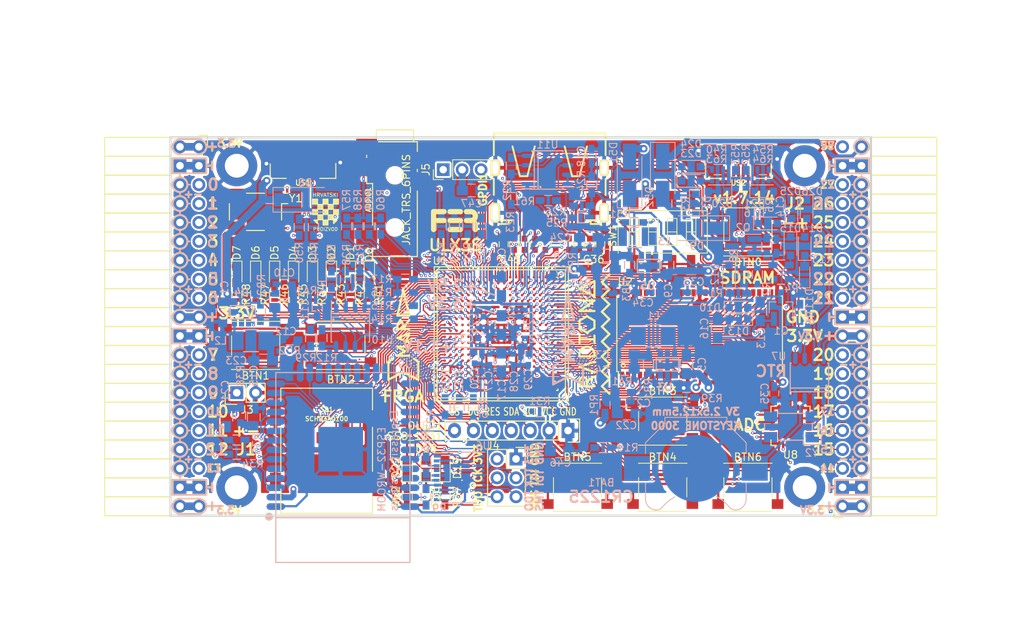
<source format=kicad_pcb>
(kicad_pcb (version 4) (host pcbnew 4.0.7+dfsg1-1)

  (general
    (links 772)
    (no_connects 0)
    (area 93.949999 61.269999 188.230001 112.370001)
    (thickness 1.6)
    (drawings 481)
    (tracks 4825)
    (zones 0)
    (modules 197)
    (nets 267)
  )

  (page A4)
  (layers
    (0 F.Cu signal)
    (1 In1.Cu signal)
    (2 In2.Cu signal)
    (31 B.Cu signal)
    (32 B.Adhes user)
    (33 F.Adhes user)
    (34 B.Paste user)
    (35 F.Paste user)
    (36 B.SilkS user)
    (37 F.SilkS user)
    (38 B.Mask user)
    (39 F.Mask user)
    (40 Dwgs.User user)
    (41 Cmts.User user)
    (42 Eco1.User user)
    (43 Eco2.User user)
    (44 Edge.Cuts user)
    (45 Margin user)
    (46 B.CrtYd user)
    (47 F.CrtYd user)
    (48 B.Fab user)
    (49 F.Fab user)
  )

  (setup
    (last_trace_width 0.3)
    (trace_clearance 0.127)
    (zone_clearance 0.127)
    (zone_45_only no)
    (trace_min 0.127)
    (segment_width 0.2)
    (edge_width 0.2)
    (via_size 0.4)
    (via_drill 0.2)
    (via_min_size 0.4)
    (via_min_drill 0.2)
    (uvia_size 0.3)
    (uvia_drill 0.1)
    (uvias_allowed no)
    (uvia_min_size 0.2)
    (uvia_min_drill 0.1)
    (pcb_text_width 0.3)
    (pcb_text_size 1.5 1.5)
    (mod_edge_width 0.15)
    (mod_text_size 1 1)
    (mod_text_width 0.15)
    (pad_size 1.7272 1.7272)
    (pad_drill 1.016)
    (pad_to_mask_clearance 0.05)
    (aux_axis_origin 94.1 112.22)
    (grid_origin 93.48 113)
    (visible_elements 7FFFFFFF)
    (pcbplotparams
      (layerselection 0x310f0_80000007)
      (usegerberextensions true)
      (excludeedgelayer true)
      (linewidth 0.100000)
      (plotframeref false)
      (viasonmask false)
      (mode 1)
      (useauxorigin false)
      (hpglpennumber 1)
      (hpglpenspeed 20)
      (hpglpendiameter 15)
      (hpglpenoverlay 2)
      (psnegative false)
      (psa4output false)
      (plotreference true)
      (plotvalue true)
      (plotinvisibletext false)
      (padsonsilk false)
      (subtractmaskfromsilk false)
      (outputformat 1)
      (mirror false)
      (drillshape 0)
      (scaleselection 1)
      (outputdirectory plot))
  )

  (net 0 "")
  (net 1 GND)
  (net 2 +5V)
  (net 3 /gpio/IN5V)
  (net 4 /gpio/OUT5V)
  (net 5 +3V3)
  (net 6 BTN_D)
  (net 7 BTN_F1)
  (net 8 BTN_F2)
  (net 9 BTN_L)
  (net 10 BTN_R)
  (net 11 BTN_U)
  (net 12 /power/FB1)
  (net 13 +2V5)
  (net 14 /power/PWREN)
  (net 15 /power/FB3)
  (net 16 /power/FB2)
  (net 17 "Net-(D9-Pad1)")
  (net 18 /power/VBAT)
  (net 19 JTAG_TDI)
  (net 20 JTAG_TCK)
  (net 21 JTAG_TMS)
  (net 22 JTAG_TDO)
  (net 23 /power/WAKEUPn)
  (net 24 /power/WKUP)
  (net 25 /power/SHUT)
  (net 26 /power/WAKE)
  (net 27 /power/HOLD)
  (net 28 /power/WKn)
  (net 29 /power/OSCI_32k)
  (net 30 /power/OSCO_32k)
  (net 31 "Net-(Q2-Pad3)")
  (net 32 SHUTDOWN)
  (net 33 /analog/AUDIO_L)
  (net 34 /analog/AUDIO_R)
  (net 35 GPDI_SDA)
  (net 36 GPDI_SCL)
  (net 37 /gpdi/VREF2)
  (net 38 SD_CMD)
  (net 39 SD_CLK)
  (net 40 SD_D0)
  (net 41 SD_D1)
  (net 42 USB5V)
  (net 43 GPDI_CEC)
  (net 44 nRESET)
  (net 45 FTDI_nDTR)
  (net 46 SDRAM_CKE)
  (net 47 SDRAM_A7)
  (net 48 SDRAM_D15)
  (net 49 SDRAM_BA1)
  (net 50 SDRAM_D7)
  (net 51 SDRAM_A6)
  (net 52 SDRAM_CLK)
  (net 53 SDRAM_D13)
  (net 54 SDRAM_BA0)
  (net 55 SDRAM_D6)
  (net 56 SDRAM_A5)
  (net 57 SDRAM_D14)
  (net 58 SDRAM_A11)
  (net 59 SDRAM_D12)
  (net 60 SDRAM_D5)
  (net 61 SDRAM_A4)
  (net 62 SDRAM_A10)
  (net 63 SDRAM_D11)
  (net 64 SDRAM_A3)
  (net 65 SDRAM_D4)
  (net 66 SDRAM_D10)
  (net 67 SDRAM_D9)
  (net 68 SDRAM_A9)
  (net 69 SDRAM_D3)
  (net 70 SDRAM_D8)
  (net 71 SDRAM_A8)
  (net 72 SDRAM_A2)
  (net 73 SDRAM_A1)
  (net 74 SDRAM_A0)
  (net 75 SDRAM_D2)
  (net 76 SDRAM_D1)
  (net 77 SDRAM_D0)
  (net 78 SDRAM_DQM0)
  (net 79 SDRAM_nCS)
  (net 80 SDRAM_nRAS)
  (net 81 SDRAM_DQM1)
  (net 82 SDRAM_nCAS)
  (net 83 SDRAM_nWE)
  (net 84 /flash/FLASH_nWP)
  (net 85 /flash/FLASH_nHOLD)
  (net 86 /flash/FLASH_MOSI)
  (net 87 /flash/FLASH_MISO)
  (net 88 /flash/FLASH_SCK)
  (net 89 /flash/FLASH_nCS)
  (net 90 /flash/FPGA_PROGRAMN)
  (net 91 /flash/FPGA_DONE)
  (net 92 /flash/FPGA_INITN)
  (net 93 OLED_RES)
  (net 94 OLED_DC)
  (net 95 OLED_CS)
  (net 96 WIFI_EN)
  (net 97 FTDI_nRTS)
  (net 98 FTDI_TXD)
  (net 99 FTDI_RXD)
  (net 100 WIFI_RXD)
  (net 101 WIFI_GPIO0)
  (net 102 WIFI_TXD)
  (net 103 USB_FTDI_D+)
  (net 104 USB_FTDI_D-)
  (net 105 SD_D3)
  (net 106 AUDIO_L3)
  (net 107 AUDIO_L2)
  (net 108 AUDIO_L1)
  (net 109 AUDIO_L0)
  (net 110 AUDIO_R3)
  (net 111 AUDIO_R2)
  (net 112 AUDIO_R1)
  (net 113 AUDIO_R0)
  (net 114 OLED_CLK)
  (net 115 OLED_MOSI)
  (net 116 LED0)
  (net 117 LED1)
  (net 118 LED2)
  (net 119 LED3)
  (net 120 LED4)
  (net 121 LED5)
  (net 122 LED6)
  (net 123 LED7)
  (net 124 BTN_PWRn)
  (net 125 FTDI_nTXLED)
  (net 126 FTDI_nSLEEP)
  (net 127 /blinkey/LED_PWREN)
  (net 128 /blinkey/LED_TXLED)
  (net 129 /sdcard/SD3V3)
  (net 130 SD_D2)
  (net 131 CLK_25MHz)
  (net 132 /blinkey/BTNPUL)
  (net 133 /blinkey/BTNPUR)
  (net 134 USB_FPGA_D+)
  (net 135 /power/FTDI_nSUSPEND)
  (net 136 /blinkey/ALED0)
  (net 137 /blinkey/ALED1)
  (net 138 /blinkey/ALED2)
  (net 139 /blinkey/ALED3)
  (net 140 /blinkey/ALED4)
  (net 141 /blinkey/ALED5)
  (net 142 /blinkey/ALED6)
  (net 143 /blinkey/ALED7)
  (net 144 /usb/FTD-)
  (net 145 /usb/FTD+)
  (net 146 ADC_MISO)
  (net 147 ADC_MOSI)
  (net 148 ADC_CSn)
  (net 149 ADC_SCLK)
  (net 150 SW3)
  (net 151 SW2)
  (net 152 SW1)
  (net 153 USB_FPGA_D-)
  (net 154 /usb/FPD+)
  (net 155 /usb/FPD-)
  (net 156 WIFI_GPIO16)
  (net 157 /usb/ANT_433MHz)
  (net 158 /power/PWRBTn)
  (net 159 PROG_DONE)
  (net 160 /power/P3V3)
  (net 161 /power/P2V5)
  (net 162 /power/L1)
  (net 163 /power/L3)
  (net 164 /power/L2)
  (net 165 FTDI_TXDEN)
  (net 166 SDRAM_A12)
  (net 167 /analog/AUDIO_V)
  (net 168 AUDIO_V3)
  (net 169 AUDIO_V2)
  (net 170 AUDIO_V1)
  (net 171 AUDIO_V0)
  (net 172 /blinkey/LED_WIFI)
  (net 173 /power/P1V1)
  (net 174 +1V1)
  (net 175 SW4)
  (net 176 /blinkey/SWPU)
  (net 177 /wifi/WIFIEN)
  (net 178 FT2V5)
  (net 179 GN0)
  (net 180 GP0)
  (net 181 GN1)
  (net 182 GP1)
  (net 183 GN2)
  (net 184 GP2)
  (net 185 GN3)
  (net 186 GP3)
  (net 187 GN4)
  (net 188 GP4)
  (net 189 GN5)
  (net 190 GP5)
  (net 191 GN6)
  (net 192 GP6)
  (net 193 GN14)
  (net 194 GP14)
  (net 195 GN15)
  (net 196 GP15)
  (net 197 GN16)
  (net 198 GP16)
  (net 199 GN17)
  (net 200 GP17)
  (net 201 GN18)
  (net 202 GP18)
  (net 203 GN19)
  (net 204 GP19)
  (net 205 GN20)
  (net 206 GP20)
  (net 207 GN21)
  (net 208 GP21)
  (net 209 GN22)
  (net 210 GP22)
  (net 211 GN23)
  (net 212 GP23)
  (net 213 GN24)
  (net 214 GP24)
  (net 215 GN25)
  (net 216 GP25)
  (net 217 GN26)
  (net 218 GP26)
  (net 219 GN27)
  (net 220 GP27)
  (net 221 GN7)
  (net 222 GP7)
  (net 223 GN8)
  (net 224 GP8)
  (net 225 GN9)
  (net 226 GP9)
  (net 227 GN10)
  (net 228 GP10)
  (net 229 GN11)
  (net 230 GP11)
  (net 231 GN12)
  (net 232 GP12)
  (net 233 GN13)
  (net 234 GP13)
  (net 235 WIFI_GPIO5)
  (net 236 WIFI_GPIO17)
  (net 237 USB_FPGA_PULL_D+)
  (net 238 USB_FPGA_PULL_D-)
  (net 239 "Net-(D23-Pad2)")
  (net 240 "Net-(D24-Pad1)")
  (net 241 "Net-(D25-Pad2)")
  (net 242 "Net-(D26-Pad1)")
  (net 243 /gpdi/GPDI_ETH+)
  (net 244 FPDI_ETH+)
  (net 245 /gpdi/GPDI_ETH-)
  (net 246 FPDI_ETH-)
  (net 247 /gpdi/GPDI_D2-)
  (net 248 FPDI_D2-)
  (net 249 /gpdi/GPDI_D1-)
  (net 250 FPDI_D1-)
  (net 251 /gpdi/GPDI_D0-)
  (net 252 FPDI_D0-)
  (net 253 /gpdi/GPDI_CLK-)
  (net 254 FPDI_CLK-)
  (net 255 /gpdi/GPDI_D2+)
  (net 256 FPDI_D2+)
  (net 257 /gpdi/GPDI_D1+)
  (net 258 FPDI_D1+)
  (net 259 /gpdi/GPDI_D0+)
  (net 260 FPDI_D0+)
  (net 261 /gpdi/GPDI_CLK+)
  (net 262 FPDI_CLK+)
  (net 263 FPDI_SDA)
  (net 264 FPDI_SCL)
  (net 265 /gpdi/FPDI_CEC)
  (net 266 2V5_3V3)

  (net_class Default "This is the default net class."
    (clearance 0.127)
    (trace_width 0.3)
    (via_dia 0.4)
    (via_drill 0.2)
    (uvia_dia 0.3)
    (uvia_drill 0.1)
    (add_net +1V1)
    (add_net +2V5)
    (add_net +3V3)
    (add_net +5V)
    (add_net /analog/AUDIO_L)
    (add_net /analog/AUDIO_R)
    (add_net /analog/AUDIO_V)
    (add_net /blinkey/ALED0)
    (add_net /blinkey/ALED1)
    (add_net /blinkey/ALED2)
    (add_net /blinkey/ALED3)
    (add_net /blinkey/ALED4)
    (add_net /blinkey/ALED5)
    (add_net /blinkey/ALED6)
    (add_net /blinkey/ALED7)
    (add_net /blinkey/BTNPUL)
    (add_net /blinkey/BTNPUR)
    (add_net /blinkey/LED_PWREN)
    (add_net /blinkey/LED_TXLED)
    (add_net /blinkey/LED_WIFI)
    (add_net /blinkey/SWPU)
    (add_net /gpdi/FPDI_CEC)
    (add_net /gpdi/GPDI_CLK+)
    (add_net /gpdi/GPDI_CLK-)
    (add_net /gpdi/GPDI_D0+)
    (add_net /gpdi/GPDI_D0-)
    (add_net /gpdi/GPDI_D1+)
    (add_net /gpdi/GPDI_D1-)
    (add_net /gpdi/GPDI_D2+)
    (add_net /gpdi/GPDI_D2-)
    (add_net /gpdi/GPDI_ETH+)
    (add_net /gpdi/GPDI_ETH-)
    (add_net /gpdi/VREF2)
    (add_net /gpio/IN5V)
    (add_net /gpio/OUT5V)
    (add_net /power/FB1)
    (add_net /power/FB2)
    (add_net /power/FB3)
    (add_net /power/FTDI_nSUSPEND)
    (add_net /power/HOLD)
    (add_net /power/L1)
    (add_net /power/L2)
    (add_net /power/L3)
    (add_net /power/OSCI_32k)
    (add_net /power/OSCO_32k)
    (add_net /power/P1V1)
    (add_net /power/P2V5)
    (add_net /power/P3V3)
    (add_net /power/PWRBTn)
    (add_net /power/PWREN)
    (add_net /power/SHUT)
    (add_net /power/VBAT)
    (add_net /power/WAKE)
    (add_net /power/WAKEUPn)
    (add_net /power/WKUP)
    (add_net /power/WKn)
    (add_net /sdcard/SD3V3)
    (add_net /usb/ANT_433MHz)
    (add_net /usb/FPD+)
    (add_net /usb/FPD-)
    (add_net /usb/FTD+)
    (add_net /usb/FTD-)
    (add_net /wifi/WIFIEN)
    (add_net 2V5_3V3)
    (add_net FT2V5)
    (add_net GND)
    (add_net "Net-(D23-Pad2)")
    (add_net "Net-(D24-Pad1)")
    (add_net "Net-(D25-Pad2)")
    (add_net "Net-(D26-Pad1)")
    (add_net "Net-(D9-Pad1)")
    (add_net "Net-(Q2-Pad3)")
    (add_net USB5V)
  )

  (net_class BGA ""
    (clearance 0.127)
    (trace_width 0.19)
    (via_dia 0.4)
    (via_drill 0.2)
    (uvia_dia 0.3)
    (uvia_drill 0.1)
    (add_net /flash/FLASH_MISO)
    (add_net /flash/FLASH_MOSI)
    (add_net /flash/FLASH_SCK)
    (add_net /flash/FLASH_nCS)
    (add_net /flash/FLASH_nHOLD)
    (add_net /flash/FLASH_nWP)
    (add_net /flash/FPGA_DONE)
    (add_net /flash/FPGA_INITN)
    (add_net /flash/FPGA_PROGRAMN)
    (add_net ADC_CSn)
    (add_net ADC_MISO)
    (add_net ADC_MOSI)
    (add_net ADC_SCLK)
    (add_net AUDIO_L0)
    (add_net AUDIO_L1)
    (add_net AUDIO_L2)
    (add_net AUDIO_L3)
    (add_net AUDIO_R0)
    (add_net AUDIO_R1)
    (add_net AUDIO_R2)
    (add_net AUDIO_R3)
    (add_net AUDIO_V0)
    (add_net AUDIO_V1)
    (add_net AUDIO_V2)
    (add_net AUDIO_V3)
    (add_net BTN_D)
    (add_net BTN_F1)
    (add_net BTN_F2)
    (add_net BTN_L)
    (add_net BTN_PWRn)
    (add_net BTN_R)
    (add_net BTN_U)
    (add_net CLK_25MHz)
    (add_net FPDI_CLK+)
    (add_net FPDI_CLK-)
    (add_net FPDI_D0+)
    (add_net FPDI_D0-)
    (add_net FPDI_D1+)
    (add_net FPDI_D1-)
    (add_net FPDI_D2+)
    (add_net FPDI_D2-)
    (add_net FPDI_ETH+)
    (add_net FPDI_ETH-)
    (add_net FPDI_SCL)
    (add_net FPDI_SDA)
    (add_net FTDI_RXD)
    (add_net FTDI_TXD)
    (add_net FTDI_TXDEN)
    (add_net FTDI_nDTR)
    (add_net FTDI_nRTS)
    (add_net FTDI_nSLEEP)
    (add_net FTDI_nTXLED)
    (add_net GN0)
    (add_net GN1)
    (add_net GN10)
    (add_net GN11)
    (add_net GN12)
    (add_net GN13)
    (add_net GN14)
    (add_net GN15)
    (add_net GN16)
    (add_net GN17)
    (add_net GN18)
    (add_net GN19)
    (add_net GN2)
    (add_net GN20)
    (add_net GN21)
    (add_net GN22)
    (add_net GN23)
    (add_net GN24)
    (add_net GN25)
    (add_net GN26)
    (add_net GN27)
    (add_net GN3)
    (add_net GN4)
    (add_net GN5)
    (add_net GN6)
    (add_net GN7)
    (add_net GN8)
    (add_net GN9)
    (add_net GP0)
    (add_net GP1)
    (add_net GP10)
    (add_net GP11)
    (add_net GP12)
    (add_net GP13)
    (add_net GP14)
    (add_net GP15)
    (add_net GP16)
    (add_net GP17)
    (add_net GP18)
    (add_net GP19)
    (add_net GP2)
    (add_net GP20)
    (add_net GP21)
    (add_net GP22)
    (add_net GP23)
    (add_net GP24)
    (add_net GP25)
    (add_net GP26)
    (add_net GP27)
    (add_net GP3)
    (add_net GP4)
    (add_net GP5)
    (add_net GP6)
    (add_net GP7)
    (add_net GP8)
    (add_net GP9)
    (add_net GPDI_CEC)
    (add_net GPDI_SCL)
    (add_net GPDI_SDA)
    (add_net JTAG_TCK)
    (add_net JTAG_TDI)
    (add_net JTAG_TDO)
    (add_net JTAG_TMS)
    (add_net LED0)
    (add_net LED1)
    (add_net LED2)
    (add_net LED3)
    (add_net LED4)
    (add_net LED5)
    (add_net LED6)
    (add_net LED7)
    (add_net OLED_CLK)
    (add_net OLED_CS)
    (add_net OLED_DC)
    (add_net OLED_MOSI)
    (add_net OLED_RES)
    (add_net PROG_DONE)
    (add_net SDRAM_A0)
    (add_net SDRAM_A1)
    (add_net SDRAM_A10)
    (add_net SDRAM_A11)
    (add_net SDRAM_A12)
    (add_net SDRAM_A2)
    (add_net SDRAM_A3)
    (add_net SDRAM_A4)
    (add_net SDRAM_A5)
    (add_net SDRAM_A6)
    (add_net SDRAM_A7)
    (add_net SDRAM_A8)
    (add_net SDRAM_A9)
    (add_net SDRAM_BA0)
    (add_net SDRAM_BA1)
    (add_net SDRAM_CKE)
    (add_net SDRAM_CLK)
    (add_net SDRAM_D0)
    (add_net SDRAM_D1)
    (add_net SDRAM_D10)
    (add_net SDRAM_D11)
    (add_net SDRAM_D12)
    (add_net SDRAM_D13)
    (add_net SDRAM_D14)
    (add_net SDRAM_D15)
    (add_net SDRAM_D2)
    (add_net SDRAM_D3)
    (add_net SDRAM_D4)
    (add_net SDRAM_D5)
    (add_net SDRAM_D6)
    (add_net SDRAM_D7)
    (add_net SDRAM_D8)
    (add_net SDRAM_D9)
    (add_net SDRAM_DQM0)
    (add_net SDRAM_DQM1)
    (add_net SDRAM_nCAS)
    (add_net SDRAM_nCS)
    (add_net SDRAM_nRAS)
    (add_net SDRAM_nWE)
    (add_net SD_CLK)
    (add_net SD_CMD)
    (add_net SD_D0)
    (add_net SD_D1)
    (add_net SD_D2)
    (add_net SD_D3)
    (add_net SHUTDOWN)
    (add_net SW1)
    (add_net SW2)
    (add_net SW3)
    (add_net SW4)
    (add_net USB_FPGA_D+)
    (add_net USB_FPGA_D-)
    (add_net USB_FPGA_PULL_D+)
    (add_net USB_FPGA_PULL_D-)
    (add_net USB_FTDI_D+)
    (add_net USB_FTDI_D-)
    (add_net WIFI_EN)
    (add_net WIFI_GPIO0)
    (add_net WIFI_GPIO16)
    (add_net WIFI_GPIO17)
    (add_net WIFI_GPIO5)
    (add_net WIFI_RXD)
    (add_net WIFI_TXD)
    (add_net nRESET)
  )

  (net_class Minimal ""
    (clearance 0.127)
    (trace_width 0.127)
    (via_dia 0.4)
    (via_drill 0.2)
    (uvia_dia 0.3)
    (uvia_drill 0.1)
  )

  (module Resistors_SMD:R_0603_HandSoldering (layer B.Cu) (tedit 59D565A6) (tstamp 59C0F273)
    (at 169.919 66.965 90)
    (descr "Resistor SMD 0603, hand soldering")
    (tags "resistor 0603")
    (path /58D6BF46/59C0F7B6)
    (attr smd)
    (fp_text reference R53 (at 3.259 0 270) (layer B.SilkS)
      (effects (font (size 1 1) (thickness 0.15)) (justify mirror))
    )
    (fp_text value 27 (at 2.667 0 270) (layer B.Fab)
      (effects (font (size 1 1) (thickness 0.15)) (justify mirror))
    )
    (fp_text user %R (at 2.413 -2.54 180) (layer B.Fab) hide
      (effects (font (size 1 1) (thickness 0.15)) (justify mirror))
    )
    (fp_line (start -0.8 -0.4) (end -0.8 0.4) (layer B.Fab) (width 0.1))
    (fp_line (start 0.8 -0.4) (end -0.8 -0.4) (layer B.Fab) (width 0.1))
    (fp_line (start 0.8 0.4) (end 0.8 -0.4) (layer B.Fab) (width 0.1))
    (fp_line (start -0.8 0.4) (end 0.8 0.4) (layer B.Fab) (width 0.1))
    (fp_line (start 0.5 -0.68) (end -0.5 -0.68) (layer B.SilkS) (width 0.12))
    (fp_line (start -0.5 0.68) (end 0.5 0.68) (layer B.SilkS) (width 0.12))
    (fp_line (start -1.96 0.7) (end 1.95 0.7) (layer B.CrtYd) (width 0.05))
    (fp_line (start -1.96 0.7) (end -1.96 -0.7) (layer B.CrtYd) (width 0.05))
    (fp_line (start 1.95 -0.7) (end 1.95 0.7) (layer B.CrtYd) (width 0.05))
    (fp_line (start 1.95 -0.7) (end -1.96 -0.7) (layer B.CrtYd) (width 0.05))
    (pad 1 smd rect (at -1.1 0 90) (size 1.2 0.9) (layers B.Cu B.Paste B.Mask)
      (net 134 USB_FPGA_D+))
    (pad 2 smd rect (at 1.1 0 90) (size 1.2 0.9) (layers B.Cu B.Paste B.Mask)
      (net 154 /usb/FPD+))
    (model Resistors_SMD.3dshapes/R_0603.wrl
      (at (xyz 0 0 0))
      (scale (xyz 1 1 1))
      (rotate (xyz 0 0 0))
    )
  )

  (module Socket_Strips:Socket_Strip_Angled_2x20 (layer F.Cu) (tedit 5A2B354F) (tstamp 58E6BE3D)
    (at 97.91 62.69 270)
    (descr "Through hole socket strip")
    (tags "socket strip")
    (path /56AC389C/58E6B835)
    (fp_text reference J1 (at 40.64 -6.35 360) (layer F.SilkS)
      (effects (font (size 1.5 1.5) (thickness 0.3)))
    )
    (fp_text value CONN_02X20 (at 0 -2.6 270) (layer F.Fab) hide
      (effects (font (size 1 1) (thickness 0.15)))
    )
    (fp_line (start -1.75 -1.35) (end -1.75 13.15) (layer F.CrtYd) (width 0.05))
    (fp_line (start 50.05 -1.35) (end 50.05 13.15) (layer F.CrtYd) (width 0.05))
    (fp_line (start -1.75 -1.35) (end 50.05 -1.35) (layer F.CrtYd) (width 0.05))
    (fp_line (start -1.75 13.15) (end 50.05 13.15) (layer F.CrtYd) (width 0.05))
    (fp_line (start 49.53 12.64) (end 49.53 3.81) (layer F.SilkS) (width 0.15))
    (fp_line (start 46.99 12.64) (end 49.53 12.64) (layer F.SilkS) (width 0.15))
    (fp_line (start 46.99 3.81) (end 49.53 3.81) (layer F.SilkS) (width 0.15))
    (fp_line (start 49.53 3.81) (end 49.53 12.64) (layer F.SilkS) (width 0.15))
    (fp_line (start 46.99 3.81) (end 46.99 12.64) (layer F.SilkS) (width 0.15))
    (fp_line (start 44.45 3.81) (end 46.99 3.81) (layer F.SilkS) (width 0.15))
    (fp_line (start 44.45 12.64) (end 46.99 12.64) (layer F.SilkS) (width 0.15))
    (fp_line (start 46.99 12.64) (end 46.99 3.81) (layer F.SilkS) (width 0.15))
    (fp_line (start 29.21 12.64) (end 29.21 3.81) (layer F.SilkS) (width 0.15))
    (fp_line (start 26.67 12.64) (end 29.21 12.64) (layer F.SilkS) (width 0.15))
    (fp_line (start 26.67 3.81) (end 29.21 3.81) (layer F.SilkS) (width 0.15))
    (fp_line (start 29.21 3.81) (end 29.21 12.64) (layer F.SilkS) (width 0.15))
    (fp_line (start 31.75 3.81) (end 31.75 12.64) (layer F.SilkS) (width 0.15))
    (fp_line (start 29.21 3.81) (end 31.75 3.81) (layer F.SilkS) (width 0.15))
    (fp_line (start 29.21 12.64) (end 31.75 12.64) (layer F.SilkS) (width 0.15))
    (fp_line (start 31.75 12.64) (end 31.75 3.81) (layer F.SilkS) (width 0.15))
    (fp_line (start 44.45 12.64) (end 44.45 3.81) (layer F.SilkS) (width 0.15))
    (fp_line (start 41.91 12.64) (end 44.45 12.64) (layer F.SilkS) (width 0.15))
    (fp_line (start 41.91 3.81) (end 44.45 3.81) (layer F.SilkS) (width 0.15))
    (fp_line (start 44.45 3.81) (end 44.45 12.64) (layer F.SilkS) (width 0.15))
    (fp_line (start 41.91 3.81) (end 41.91 12.64) (layer F.SilkS) (width 0.15))
    (fp_line (start 39.37 3.81) (end 41.91 3.81) (layer F.SilkS) (width 0.15))
    (fp_line (start 39.37 12.64) (end 41.91 12.64) (layer F.SilkS) (width 0.15))
    (fp_line (start 41.91 12.64) (end 41.91 3.81) (layer F.SilkS) (width 0.15))
    (fp_line (start 39.37 12.64) (end 39.37 3.81) (layer F.SilkS) (width 0.15))
    (fp_line (start 36.83 12.64) (end 39.37 12.64) (layer F.SilkS) (width 0.15))
    (fp_line (start 36.83 3.81) (end 39.37 3.81) (layer F.SilkS) (width 0.15))
    (fp_line (start 39.37 3.81) (end 39.37 12.64) (layer F.SilkS) (width 0.15))
    (fp_line (start 36.83 3.81) (end 36.83 12.64) (layer F.SilkS) (width 0.15))
    (fp_line (start 34.29 3.81) (end 36.83 3.81) (layer F.SilkS) (width 0.15))
    (fp_line (start 34.29 12.64) (end 36.83 12.64) (layer F.SilkS) (width 0.15))
    (fp_line (start 36.83 12.64) (end 36.83 3.81) (layer F.SilkS) (width 0.15))
    (fp_line (start 34.29 12.64) (end 34.29 3.81) (layer F.SilkS) (width 0.15))
    (fp_line (start 31.75 12.64) (end 34.29 12.64) (layer F.SilkS) (width 0.15))
    (fp_line (start 31.75 3.81) (end 34.29 3.81) (layer F.SilkS) (width 0.15))
    (fp_line (start 34.29 3.81) (end 34.29 12.64) (layer F.SilkS) (width 0.15))
    (fp_line (start 16.51 3.81) (end 16.51 12.64) (layer F.SilkS) (width 0.15))
    (fp_line (start 13.97 3.81) (end 16.51 3.81) (layer F.SilkS) (width 0.15))
    (fp_line (start 13.97 12.64) (end 16.51 12.64) (layer F.SilkS) (width 0.15))
    (fp_line (start 16.51 12.64) (end 16.51 3.81) (layer F.SilkS) (width 0.15))
    (fp_line (start 19.05 12.64) (end 19.05 3.81) (layer F.SilkS) (width 0.15))
    (fp_line (start 16.51 12.64) (end 19.05 12.64) (layer F.SilkS) (width 0.15))
    (fp_line (start 16.51 3.81) (end 19.05 3.81) (layer F.SilkS) (width 0.15))
    (fp_line (start 19.05 3.81) (end 19.05 12.64) (layer F.SilkS) (width 0.15))
    (fp_line (start 21.59 3.81) (end 21.59 12.64) (layer F.SilkS) (width 0.15))
    (fp_line (start 19.05 3.81) (end 21.59 3.81) (layer F.SilkS) (width 0.15))
    (fp_line (start 19.05 12.64) (end 21.59 12.64) (layer F.SilkS) (width 0.15))
    (fp_line (start 21.59 12.64) (end 21.59 3.81) (layer F.SilkS) (width 0.15))
    (fp_line (start 24.13 12.64) (end 24.13 3.81) (layer F.SilkS) (width 0.15))
    (fp_line (start 21.59 12.64) (end 24.13 12.64) (layer F.SilkS) (width 0.15))
    (fp_line (start 21.59 3.81) (end 24.13 3.81) (layer F.SilkS) (width 0.15))
    (fp_line (start 24.13 3.81) (end 24.13 12.64) (layer F.SilkS) (width 0.15))
    (fp_line (start 26.67 3.81) (end 26.67 12.64) (layer F.SilkS) (width 0.15))
    (fp_line (start 24.13 3.81) (end 26.67 3.81) (layer F.SilkS) (width 0.15))
    (fp_line (start 24.13 12.64) (end 26.67 12.64) (layer F.SilkS) (width 0.15))
    (fp_line (start 26.67 12.64) (end 26.67 3.81) (layer F.SilkS) (width 0.15))
    (fp_line (start 13.97 12.64) (end 13.97 3.81) (layer F.SilkS) (width 0.15))
    (fp_line (start 11.43 12.64) (end 13.97 12.64) (layer F.SilkS) (width 0.15))
    (fp_line (start 11.43 3.81) (end 13.97 3.81) (layer F.SilkS) (width 0.15))
    (fp_line (start 13.97 3.81) (end 13.97 12.64) (layer F.SilkS) (width 0.15))
    (fp_line (start 11.43 3.81) (end 11.43 12.64) (layer F.SilkS) (width 0.15))
    (fp_line (start 8.89 3.81) (end 11.43 3.81) (layer F.SilkS) (width 0.15))
    (fp_line (start 8.89 12.64) (end 11.43 12.64) (layer F.SilkS) (width 0.15))
    (fp_line (start 11.43 12.64) (end 11.43 3.81) (layer F.SilkS) (width 0.15))
    (fp_line (start 8.89 12.64) (end 8.89 3.81) (layer F.SilkS) (width 0.15))
    (fp_line (start 6.35 12.64) (end 8.89 12.64) (layer F.SilkS) (width 0.15))
    (fp_line (start 6.35 3.81) (end 8.89 3.81) (layer F.SilkS) (width 0.15))
    (fp_line (start 8.89 3.81) (end 8.89 12.64) (layer F.SilkS) (width 0.15))
    (fp_line (start 6.35 3.81) (end 6.35 12.64) (layer F.SilkS) (width 0.15))
    (fp_line (start 3.81 3.81) (end 6.35 3.81) (layer F.SilkS) (width 0.15))
    (fp_line (start 3.81 12.64) (end 6.35 12.64) (layer F.SilkS) (width 0.15))
    (fp_line (start 6.35 12.64) (end 6.35 3.81) (layer F.SilkS) (width 0.15))
    (fp_line (start 3.81 12.64) (end 3.81 3.81) (layer F.SilkS) (width 0.15))
    (fp_line (start 1.27 12.64) (end 3.81 12.64) (layer F.SilkS) (width 0.15))
    (fp_line (start 1.27 3.81) (end 3.81 3.81) (layer F.SilkS) (width 0.15))
    (fp_line (start 3.81 3.81) (end 3.81 12.64) (layer F.SilkS) (width 0.15))
    (fp_line (start 1.27 3.81) (end 1.27 12.64) (layer F.SilkS) (width 0.15))
    (fp_line (start -1.27 3.81) (end 1.27 3.81) (layer F.SilkS) (width 0.15))
    (fp_line (start 0 -1.15) (end -1.55 -1.15) (layer F.SilkS) (width 0.15))
    (fp_line (start -1.55 -1.15) (end -1.55 0) (layer F.SilkS) (width 0.15))
    (fp_line (start -1.27 3.81) (end -1.27 12.64) (layer F.SilkS) (width 0.15))
    (fp_line (start -1.27 12.64) (end 1.27 12.64) (layer F.SilkS) (width 0.15))
    (fp_line (start 1.27 12.64) (end 1.27 3.81) (layer F.SilkS) (width 0.15))
    (pad 1 thru_hole oval (at 0 0 270) (size 1.7272 1.7272) (drill 1.016) (layers *.Cu *.Mask)
      (net 5 +3V3))
    (pad 2 thru_hole oval (at 0 2.54 270) (size 1.7272 1.7272) (drill 1.016) (layers *.Cu *.Mask)
      (net 5 +3V3))
    (pad 3 thru_hole rect (at 2.54 0 270) (size 1.7272 1.7272) (drill 1.016) (layers *.Cu *.Mask)
      (net 1 GND))
    (pad 4 thru_hole rect (at 2.54 2.54 270) (size 1.7272 1.7272) (drill 1.016) (layers *.Cu *.Mask)
      (net 1 GND))
    (pad 5 thru_hole oval (at 5.08 0 270) (size 1.7272 1.7272) (drill 1.016) (layers *.Cu *.Mask)
      (net 179 GN0))
    (pad 6 thru_hole oval (at 5.08 2.54 270) (size 1.7272 1.7272) (drill 1.016) (layers *.Cu *.Mask)
      (net 180 GP0))
    (pad 7 thru_hole oval (at 7.62 0 270) (size 1.7272 1.7272) (drill 1.016) (layers *.Cu *.Mask)
      (net 181 GN1))
    (pad 8 thru_hole oval (at 7.62 2.54 270) (size 1.7272 1.7272) (drill 1.016) (layers *.Cu *.Mask)
      (net 182 GP1))
    (pad 9 thru_hole oval (at 10.16 0 270) (size 1.7272 1.7272) (drill 1.016) (layers *.Cu *.Mask)
      (net 183 GN2))
    (pad 10 thru_hole oval (at 10.16 2.54 270) (size 1.7272 1.7272) (drill 1.016) (layers *.Cu *.Mask)
      (net 184 GP2))
    (pad 11 thru_hole oval (at 12.7 0 270) (size 1.7272 1.7272) (drill 1.016) (layers *.Cu *.Mask)
      (net 185 GN3))
    (pad 12 thru_hole oval (at 12.7 2.54 270) (size 1.7272 1.7272) (drill 1.016) (layers *.Cu *.Mask)
      (net 186 GP3))
    (pad 13 thru_hole oval (at 15.24 0 270) (size 1.7272 1.7272) (drill 1.016) (layers *.Cu *.Mask)
      (net 187 GN4))
    (pad 14 thru_hole oval (at 15.24 2.54 270) (size 1.7272 1.7272) (drill 1.016) (layers *.Cu *.Mask)
      (net 188 GP4))
    (pad 15 thru_hole oval (at 17.78 0 270) (size 1.7272 1.7272) (drill 1.016) (layers *.Cu *.Mask)
      (net 189 GN5))
    (pad 16 thru_hole oval (at 17.78 2.54 270) (size 1.7272 1.7272) (drill 1.016) (layers *.Cu *.Mask)
      (net 190 GP5))
    (pad 17 thru_hole oval (at 20.32 0 270) (size 1.7272 1.7272) (drill 1.016) (layers *.Cu *.Mask)
      (net 191 GN6))
    (pad 18 thru_hole oval (at 20.32 2.54 270) (size 1.7272 1.7272) (drill 1.016) (layers *.Cu *.Mask)
      (net 192 GP6))
    (pad 19 thru_hole oval (at 22.86 0 270) (size 1.7272 1.7272) (drill 1.016) (layers *.Cu *.Mask)
      (net 5 +3V3))
    (pad 20 thru_hole oval (at 22.86 2.54 270) (size 1.7272 1.7272) (drill 1.016) (layers *.Cu *.Mask)
      (net 5 +3V3))
    (pad 21 thru_hole rect (at 25.4 0 270) (size 1.7272 1.7272) (drill 1.016) (layers *.Cu *.Mask)
      (net 1 GND))
    (pad 22 thru_hole rect (at 25.4 2.54 270) (size 1.7272 1.7272) (drill 1.016) (layers *.Cu *.Mask)
      (net 1 GND))
    (pad 23 thru_hole oval (at 27.94 0 270) (size 1.7272 1.7272) (drill 1.016) (layers *.Cu *.Mask)
      (net 221 GN7))
    (pad 24 thru_hole oval (at 27.94 2.54 270) (size 1.7272 1.7272) (drill 1.016) (layers *.Cu *.Mask)
      (net 222 GP7))
    (pad 25 thru_hole oval (at 30.48 0 270) (size 1.7272 1.7272) (drill 1.016) (layers *.Cu *.Mask)
      (net 223 GN8))
    (pad 26 thru_hole oval (at 30.48 2.54 270) (size 1.7272 1.7272) (drill 1.016) (layers *.Cu *.Mask)
      (net 224 GP8))
    (pad 27 thru_hole oval (at 33.02 0 270) (size 1.7272 1.7272) (drill 1.016) (layers *.Cu *.Mask)
      (net 225 GN9))
    (pad 28 thru_hole oval (at 33.02 2.54 270) (size 1.7272 1.7272) (drill 1.016) (layers *.Cu *.Mask)
      (net 226 GP9))
    (pad 29 thru_hole oval (at 35.56 0 270) (size 1.7272 1.7272) (drill 1.016) (layers *.Cu *.Mask)
      (net 227 GN10))
    (pad 30 thru_hole oval (at 35.56 2.54 270) (size 1.7272 1.7272) (drill 1.016) (layers *.Cu *.Mask)
      (net 228 GP10))
    (pad 31 thru_hole oval (at 38.1 0 270) (size 1.7272 1.7272) (drill 1.016) (layers *.Cu *.Mask)
      (net 229 GN11))
    (pad 32 thru_hole oval (at 38.1 2.54 270) (size 1.7272 1.7272) (drill 1.016) (layers *.Cu *.Mask)
      (net 230 GP11))
    (pad 33 thru_hole oval (at 40.64 0 270) (size 1.7272 1.7272) (drill 1.016) (layers *.Cu *.Mask)
      (net 231 GN12))
    (pad 34 thru_hole oval (at 40.64 2.54 270) (size 1.7272 1.7272) (drill 1.016) (layers *.Cu *.Mask)
      (net 232 GP12))
    (pad 35 thru_hole oval (at 43.18 0 270) (size 1.7272 1.7272) (drill 1.016) (layers *.Cu *.Mask)
      (net 233 GN13))
    (pad 36 thru_hole oval (at 43.18 2.54 270) (size 1.7272 1.7272) (drill 1.016) (layers *.Cu *.Mask)
      (net 234 GP13))
    (pad 37 thru_hole rect (at 45.72 0 270) (size 1.7272 1.7272) (drill 1.016) (layers *.Cu *.Mask)
      (net 1 GND))
    (pad 38 thru_hole rect (at 45.72 2.54 270) (size 1.7272 1.7272) (drill 1.016) (layers *.Cu *.Mask)
      (net 1 GND))
    (pad 39 thru_hole oval (at 48.26 0 270) (size 1.7272 1.7272) (drill 1.016) (layers *.Cu *.Mask)
      (net 5 +3V3))
    (pad 40 thru_hole oval (at 48.26 2.54 270) (size 1.7272 1.7272) (drill 1.016) (layers *.Cu *.Mask)
      (net 5 +3V3))
    (model Socket_Strips.3dshapes/Socket_Strip_Angled_2x20.wrl
      (at (xyz 0.95 -0.05 0))
      (scale (xyz 1 1 1))
      (rotate (xyz 0 0 180))
    )
  )

  (module SMD_Packages:1Pin (layer F.Cu) (tedit 59F891E7) (tstamp 59C3DCCD)
    (at 182.67515 111.637626)
    (descr "module 1 pin (ou trou mecanique de percage)")
    (tags DEV)
    (path /58D6BF46/59C3AE47)
    (fp_text reference AE1 (at -3.236 3.798) (layer F.SilkS) hide
      (effects (font (size 1 1) (thickness 0.15)))
    )
    (fp_text value 433MHz (at 2.606 3.798) (layer F.Fab) hide
      (effects (font (size 1 1) (thickness 0.15)))
    )
    (pad 1 smd rect (at 0 0) (size 0.5 0.5) (layers B.Cu F.Paste F.Mask)
      (net 157 /usb/ANT_433MHz))
  )

  (module Resistors_SMD:R_0603_HandSoldering (layer B.Cu) (tedit 58307AEF) (tstamp 590C5C33)
    (at 103.498 98.758 90)
    (descr "Resistor SMD 0603, hand soldering")
    (tags "resistor 0603")
    (path /58DA7327/590C5D62)
    (attr smd)
    (fp_text reference R38 (at 5.334 0 90) (layer B.SilkS)
      (effects (font (size 1 1) (thickness 0.15)) (justify mirror))
    )
    (fp_text value 0.47 (at 3.386 0 90) (layer B.Fab)
      (effects (font (size 1 1) (thickness 0.15)) (justify mirror))
    )
    (fp_line (start -0.8 -0.4) (end -0.8 0.4) (layer B.Fab) (width 0.1))
    (fp_line (start 0.8 -0.4) (end -0.8 -0.4) (layer B.Fab) (width 0.1))
    (fp_line (start 0.8 0.4) (end 0.8 -0.4) (layer B.Fab) (width 0.1))
    (fp_line (start -0.8 0.4) (end 0.8 0.4) (layer B.Fab) (width 0.1))
    (fp_line (start -2 0.8) (end 2 0.8) (layer B.CrtYd) (width 0.05))
    (fp_line (start -2 -0.8) (end 2 -0.8) (layer B.CrtYd) (width 0.05))
    (fp_line (start -2 0.8) (end -2 -0.8) (layer B.CrtYd) (width 0.05))
    (fp_line (start 2 0.8) (end 2 -0.8) (layer B.CrtYd) (width 0.05))
    (fp_line (start 0.5 -0.675) (end -0.5 -0.675) (layer B.SilkS) (width 0.15))
    (fp_line (start -0.5 0.675) (end 0.5 0.675) (layer B.SilkS) (width 0.15))
    (pad 1 smd rect (at -1.1 0 90) (size 1.2 0.9) (layers B.Cu B.Paste B.Mask)
      (net 129 /sdcard/SD3V3))
    (pad 2 smd rect (at 1.1 0 90) (size 1.2 0.9) (layers B.Cu B.Paste B.Mask)
      (net 5 +3V3))
    (model Resistors_SMD.3dshapes/R_0603_HandSoldering.wrl
      (at (xyz 0 0 0))
      (scale (xyz 1 1 1))
      (rotate (xyz 0 0 0))
    )
    (model Resistors_SMD.3dshapes/R_0603.wrl
      (at (xyz 0 0 0))
      (scale (xyz 1 1 1))
      (rotate (xyz 0 0 0))
    )
  )

  (module Diodes_SMD:D_SMA_Handsoldering (layer B.Cu) (tedit 59D564F6) (tstamp 59D3C50D)
    (at 155.695 66.5 90)
    (descr "Diode SMA (DO-214AC) Handsoldering")
    (tags "Diode SMA (DO-214AC) Handsoldering")
    (path /56AC389C/56AC483B)
    (attr smd)
    (fp_text reference D51 (at 3.048 -2.159 90) (layer B.SilkS)
      (effects (font (size 1 1) (thickness 0.15)) (justify mirror))
    )
    (fp_text value STPS2L30AF (at 0 -2.6 90) (layer B.Fab) hide
      (effects (font (size 1 1) (thickness 0.15)) (justify mirror))
    )
    (fp_text user %R (at 3.048 -2.159 90) (layer B.Fab) hide
      (effects (font (size 1 1) (thickness 0.15)) (justify mirror))
    )
    (fp_line (start -4.4 1.65) (end -4.4 -1.65) (layer B.SilkS) (width 0.12))
    (fp_line (start 2.3 -1.5) (end -2.3 -1.5) (layer B.Fab) (width 0.1))
    (fp_line (start -2.3 -1.5) (end -2.3 1.5) (layer B.Fab) (width 0.1))
    (fp_line (start 2.3 1.5) (end 2.3 -1.5) (layer B.Fab) (width 0.1))
    (fp_line (start 2.3 1.5) (end -2.3 1.5) (layer B.Fab) (width 0.1))
    (fp_line (start -4.5 1.75) (end 4.5 1.75) (layer B.CrtYd) (width 0.05))
    (fp_line (start 4.5 1.75) (end 4.5 -1.75) (layer B.CrtYd) (width 0.05))
    (fp_line (start 4.5 -1.75) (end -4.5 -1.75) (layer B.CrtYd) (width 0.05))
    (fp_line (start -4.5 -1.75) (end -4.5 1.75) (layer B.CrtYd) (width 0.05))
    (fp_line (start -0.64944 -0.00102) (end -1.55114 -0.00102) (layer B.Fab) (width 0.1))
    (fp_line (start 0.50118 -0.00102) (end 1.4994 -0.00102) (layer B.Fab) (width 0.1))
    (fp_line (start -0.64944 0.79908) (end -0.64944 -0.80112) (layer B.Fab) (width 0.1))
    (fp_line (start 0.50118 -0.75032) (end 0.50118 0.79908) (layer B.Fab) (width 0.1))
    (fp_line (start -0.64944 -0.00102) (end 0.50118 -0.75032) (layer B.Fab) (width 0.1))
    (fp_line (start -0.64944 -0.00102) (end 0.50118 0.79908) (layer B.Fab) (width 0.1))
    (fp_line (start -4.4 -1.65) (end 2.5 -1.65) (layer B.SilkS) (width 0.12))
    (fp_line (start -4.4 1.65) (end 2.5 1.65) (layer B.SilkS) (width 0.12))
    (pad 1 smd rect (at -2.5 0 90) (size 3.5 1.8) (layers B.Cu B.Paste B.Mask)
      (net 2 +5V))
    (pad 2 smd rect (at 2.5 0 90) (size 3.5 1.8) (layers B.Cu B.Paste B.Mask)
      (net 3 /gpio/IN5V))
    (model ${KISYS3DMOD}/Diodes_SMD.3dshapes/D_SMA.wrl
      (at (xyz 0 0 0))
      (scale (xyz 1 1 1))
      (rotate (xyz 0 0 0))
    )
  )

  (module Resistors_SMD:R_0603_HandSoldering (layer B.Cu) (tedit 58307AEF) (tstamp 595B8F7A)
    (at 156.33 72.85 180)
    (descr "Resistor SMD 0603, hand soldering")
    (tags "resistor 0603")
    (path /58D6547C/595B9C2F)
    (attr smd)
    (fp_text reference R51 (at 1.905 1.143 180) (layer B.SilkS)
      (effects (font (size 1 1) (thickness 0.15)) (justify mirror))
    )
    (fp_text value 150 (at 3.556 -0.508 180) (layer B.Fab)
      (effects (font (size 1 1) (thickness 0.15)) (justify mirror))
    )
    (fp_line (start -0.8 -0.4) (end -0.8 0.4) (layer B.Fab) (width 0.1))
    (fp_line (start 0.8 -0.4) (end -0.8 -0.4) (layer B.Fab) (width 0.1))
    (fp_line (start 0.8 0.4) (end 0.8 -0.4) (layer B.Fab) (width 0.1))
    (fp_line (start -0.8 0.4) (end 0.8 0.4) (layer B.Fab) (width 0.1))
    (fp_line (start -2 0.8) (end 2 0.8) (layer B.CrtYd) (width 0.05))
    (fp_line (start -2 -0.8) (end 2 -0.8) (layer B.CrtYd) (width 0.05))
    (fp_line (start -2 0.8) (end -2 -0.8) (layer B.CrtYd) (width 0.05))
    (fp_line (start 2 0.8) (end 2 -0.8) (layer B.CrtYd) (width 0.05))
    (fp_line (start 0.5 -0.675) (end -0.5 -0.675) (layer B.SilkS) (width 0.15))
    (fp_line (start -0.5 0.675) (end 0.5 0.675) (layer B.SilkS) (width 0.15))
    (pad 1 smd rect (at -1.1 0 180) (size 1.2 0.9) (layers B.Cu B.Paste B.Mask)
      (net 5 +3V3))
    (pad 2 smd rect (at 1.1 0 180) (size 1.2 0.9) (layers B.Cu B.Paste B.Mask)
      (net 176 /blinkey/SWPU))
    (model Resistors_SMD.3dshapes/R_0603.wrl
      (at (xyz 0 0 0))
      (scale (xyz 1 1 1))
      (rotate (xyz 0 0 0))
    )
  )

  (module Resistors_SMD:R_1210_HandSoldering (layer B.Cu) (tedit 58307C8D) (tstamp 58D58A37)
    (at 158.87 88.09 180)
    (descr "Resistor SMD 1210, hand soldering")
    (tags "resistor 1210")
    (path /58D51CAD/5A73C9EB)
    (attr smd)
    (fp_text reference L1 (at 0 2.7 180) (layer B.SilkS)
      (effects (font (size 1 1) (thickness 0.15)) (justify mirror))
    )
    (fp_text value 2.2uH (at 0 2.032 180) (layer B.Fab)
      (effects (font (size 1 1) (thickness 0.15)) (justify mirror))
    )
    (fp_line (start -1.6 -1.25) (end -1.6 1.25) (layer B.Fab) (width 0.1))
    (fp_line (start 1.6 -1.25) (end -1.6 -1.25) (layer B.Fab) (width 0.1))
    (fp_line (start 1.6 1.25) (end 1.6 -1.25) (layer B.Fab) (width 0.1))
    (fp_line (start -1.6 1.25) (end 1.6 1.25) (layer B.Fab) (width 0.1))
    (fp_line (start -3.3 1.6) (end 3.3 1.6) (layer B.CrtYd) (width 0.05))
    (fp_line (start -3.3 -1.6) (end 3.3 -1.6) (layer B.CrtYd) (width 0.05))
    (fp_line (start -3.3 1.6) (end -3.3 -1.6) (layer B.CrtYd) (width 0.05))
    (fp_line (start 3.3 1.6) (end 3.3 -1.6) (layer B.CrtYd) (width 0.05))
    (fp_line (start 1 -1.475) (end -1 -1.475) (layer B.SilkS) (width 0.15))
    (fp_line (start -1 1.475) (end 1 1.475) (layer B.SilkS) (width 0.15))
    (pad 1 smd rect (at -2 0 180) (size 2 2.5) (layers B.Cu B.Paste B.Mask)
      (net 162 /power/L1))
    (pad 2 smd rect (at 2 0 180) (size 2 2.5) (layers B.Cu B.Paste B.Mask)
      (net 173 /power/P1V1))
    (model Inductors_SMD.3dshapes/L_1210.wrl
      (at (xyz 0 0 0))
      (scale (xyz 1 1 1))
      (rotate (xyz 0 0 0))
    )
  )

  (module TSOT-25:TSOT-25 (layer B.Cu) (tedit 59CD7E8F) (tstamp 58D5976E)
    (at 160.775 91.9)
    (path /58D51CAD/5A57BFD7)
    (attr smd)
    (fp_text reference U3 (at -0.381 3.048) (layer B.SilkS)
      (effects (font (size 1 1) (thickness 0.2)) (justify mirror))
    )
    (fp_text value TLV62569DBV (at 0 2.286) (layer B.Fab)
      (effects (font (size 0.4 0.4) (thickness 0.1)) (justify mirror))
    )
    (fp_circle (center -1 -0.4) (end -0.95 -0.5) (layer B.SilkS) (width 0.15))
    (fp_line (start -1.5 0.9) (end 1.5 0.9) (layer B.SilkS) (width 0.15))
    (fp_line (start 1.5 0.9) (end 1.5 -0.9) (layer B.SilkS) (width 0.15))
    (fp_line (start 1.5 -0.9) (end -1.5 -0.9) (layer B.SilkS) (width 0.15))
    (fp_line (start -1.5 -0.9) (end -1.5 0.9) (layer B.SilkS) (width 0.15))
    (pad 1 smd rect (at -0.95 -1.3) (size 0.7 1.2) (layers B.Cu B.Paste B.Mask)
      (net 14 /power/PWREN))
    (pad 2 smd rect (at 0 -1.3) (size 0.7 1.2) (layers B.Cu B.Paste B.Mask)
      (net 1 GND))
    (pad 3 smd rect (at 0.95 -1.3) (size 0.7 1.2) (layers B.Cu B.Paste B.Mask)
      (net 162 /power/L1))
    (pad 4 smd rect (at 0.95 1.3) (size 0.7 1.2) (layers B.Cu B.Paste B.Mask)
      (net 2 +5V))
    (pad 5 smd rect (at -0.95 1.3) (size 0.7 1.2) (layers B.Cu B.Paste B.Mask)
      (net 12 /power/FB1))
    (model TO_SOT_Packages_SMD.3dshapes/SOT-23-5.wrl
      (at (xyz 0 0 0))
      (scale (xyz 1 1 1))
      (rotate (xyz 0 0 -90))
    )
  )

  (module Resistors_SMD:R_1210_HandSoldering (layer B.Cu) (tedit 58307C8D) (tstamp 58D599B2)
    (at 104.895 88.725)
    (descr "Resistor SMD 1210, hand soldering")
    (tags "resistor 1210")
    (path /58D51CAD/58D67BD8)
    (attr smd)
    (fp_text reference L2 (at -4.064 0) (layer B.SilkS)
      (effects (font (size 1 1) (thickness 0.15)) (justify mirror))
    )
    (fp_text value 2.2uH (at -1.016 2.159) (layer B.Fab)
      (effects (font (size 1 1) (thickness 0.15)) (justify mirror))
    )
    (fp_line (start -1.6 -1.25) (end -1.6 1.25) (layer B.Fab) (width 0.1))
    (fp_line (start 1.6 -1.25) (end -1.6 -1.25) (layer B.Fab) (width 0.1))
    (fp_line (start 1.6 1.25) (end 1.6 -1.25) (layer B.Fab) (width 0.1))
    (fp_line (start -1.6 1.25) (end 1.6 1.25) (layer B.Fab) (width 0.1))
    (fp_line (start -3.3 1.6) (end 3.3 1.6) (layer B.CrtYd) (width 0.05))
    (fp_line (start -3.3 -1.6) (end 3.3 -1.6) (layer B.CrtYd) (width 0.05))
    (fp_line (start -3.3 1.6) (end -3.3 -1.6) (layer B.CrtYd) (width 0.05))
    (fp_line (start 3.3 1.6) (end 3.3 -1.6) (layer B.CrtYd) (width 0.05))
    (fp_line (start 1 -1.475) (end -1 -1.475) (layer B.SilkS) (width 0.15))
    (fp_line (start -1 1.475) (end 1 1.475) (layer B.SilkS) (width 0.15))
    (pad 1 smd rect (at -2 0) (size 2 2.5) (layers B.Cu B.Paste B.Mask)
      (net 164 /power/L2))
    (pad 2 smd rect (at 2 0) (size 2 2.5) (layers B.Cu B.Paste B.Mask)
      (net 161 /power/P2V5))
    (model Inductors_SMD.3dshapes/L_1210.wrl
      (at (xyz 0 0 0))
      (scale (xyz 1 1 1))
      (rotate (xyz 0 0 0))
    )
  )

  (module TSOT-25:TSOT-25 (layer B.Cu) (tedit 59CD7E82) (tstamp 58D599CD)
    (at 103.625 84.915 180)
    (path /58D51CAD/5A57BC36)
    (attr smd)
    (fp_text reference U4 (at 0 2.697 180) (layer B.SilkS)
      (effects (font (size 1 1) (thickness 0.2)) (justify mirror))
    )
    (fp_text value TLV62569DBV (at 0 2.443 180) (layer B.Fab)
      (effects (font (size 0.4 0.4) (thickness 0.1)) (justify mirror))
    )
    (fp_circle (center -1 -0.4) (end -0.95 -0.5) (layer B.SilkS) (width 0.15))
    (fp_line (start -1.5 0.9) (end 1.5 0.9) (layer B.SilkS) (width 0.15))
    (fp_line (start 1.5 0.9) (end 1.5 -0.9) (layer B.SilkS) (width 0.15))
    (fp_line (start 1.5 -0.9) (end -1.5 -0.9) (layer B.SilkS) (width 0.15))
    (fp_line (start -1.5 -0.9) (end -1.5 0.9) (layer B.SilkS) (width 0.15))
    (pad 1 smd rect (at -0.95 -1.3 180) (size 0.7 1.2) (layers B.Cu B.Paste B.Mask)
      (net 14 /power/PWREN))
    (pad 2 smd rect (at 0 -1.3 180) (size 0.7 1.2) (layers B.Cu B.Paste B.Mask)
      (net 1 GND))
    (pad 3 smd rect (at 0.95 -1.3 180) (size 0.7 1.2) (layers B.Cu B.Paste B.Mask)
      (net 164 /power/L2))
    (pad 4 smd rect (at 0.95 1.3 180) (size 0.7 1.2) (layers B.Cu B.Paste B.Mask)
      (net 2 +5V))
    (pad 5 smd rect (at -0.95 1.3 180) (size 0.7 1.2) (layers B.Cu B.Paste B.Mask)
      (net 16 /power/FB2))
    (model TO_SOT_Packages_SMD.3dshapes/SOT-23-5.wrl
      (at (xyz 0 0 0))
      (scale (xyz 1 1 1))
      (rotate (xyz 0 0 -90))
    )
  )

  (module Resistors_SMD:R_1210_HandSoldering (layer B.Cu) (tedit 58307C8D) (tstamp 58D66E7E)
    (at 156.33 74.755 180)
    (descr "Resistor SMD 1210, hand soldering")
    (tags "resistor 1210")
    (path /58D51CAD/5A73CDB3)
    (attr smd)
    (fp_text reference L3 (at -4.064 -0.635 180) (layer B.SilkS)
      (effects (font (size 1 1) (thickness 0.15)) (justify mirror))
    )
    (fp_text value 2.2uH (at 5.842 0.381 180) (layer B.Fab)
      (effects (font (size 1 1) (thickness 0.15)) (justify mirror))
    )
    (fp_line (start -1.6 -1.25) (end -1.6 1.25) (layer B.Fab) (width 0.1))
    (fp_line (start 1.6 -1.25) (end -1.6 -1.25) (layer B.Fab) (width 0.1))
    (fp_line (start 1.6 1.25) (end 1.6 -1.25) (layer B.Fab) (width 0.1))
    (fp_line (start -1.6 1.25) (end 1.6 1.25) (layer B.Fab) (width 0.1))
    (fp_line (start -3.3 1.6) (end 3.3 1.6) (layer B.CrtYd) (width 0.05))
    (fp_line (start -3.3 -1.6) (end 3.3 -1.6) (layer B.CrtYd) (width 0.05))
    (fp_line (start -3.3 1.6) (end -3.3 -1.6) (layer B.CrtYd) (width 0.05))
    (fp_line (start 3.3 1.6) (end 3.3 -1.6) (layer B.CrtYd) (width 0.05))
    (fp_line (start 1 -1.475) (end -1 -1.475) (layer B.SilkS) (width 0.15))
    (fp_line (start -1 1.475) (end 1 1.475) (layer B.SilkS) (width 0.15))
    (pad 1 smd rect (at -2 0 180) (size 2 2.5) (layers B.Cu B.Paste B.Mask)
      (net 163 /power/L3))
    (pad 2 smd rect (at 2 0 180) (size 2 2.5) (layers B.Cu B.Paste B.Mask)
      (net 160 /power/P3V3))
    (model Inductors_SMD.3dshapes/L_1210.wrl
      (at (xyz 0 0 0))
      (scale (xyz 1 1 1))
      (rotate (xyz 0 0 0))
    )
  )

  (module TSOT-25:TSOT-25 (layer B.Cu) (tedit 59CD7D98) (tstamp 58D66E99)
    (at 158.235 78.692)
    (path /58D51CAD/58D67BBA)
    (attr smd)
    (fp_text reference U5 (at -0.127 2.667) (layer B.SilkS)
      (effects (font (size 1 1) (thickness 0.2)) (justify mirror))
    )
    (fp_text value TLV62569DBV (at 0 2.413) (layer B.Fab)
      (effects (font (size 0.4 0.4) (thickness 0.1)) (justify mirror))
    )
    (fp_circle (center -1 -0.4) (end -0.95 -0.5) (layer B.SilkS) (width 0.15))
    (fp_line (start -1.5 0.9) (end 1.5 0.9) (layer B.SilkS) (width 0.15))
    (fp_line (start 1.5 0.9) (end 1.5 -0.9) (layer B.SilkS) (width 0.15))
    (fp_line (start 1.5 -0.9) (end -1.5 -0.9) (layer B.SilkS) (width 0.15))
    (fp_line (start -1.5 -0.9) (end -1.5 0.9) (layer B.SilkS) (width 0.15))
    (pad 1 smd rect (at -0.95 -1.3) (size 0.7 1.2) (layers B.Cu B.Paste B.Mask)
      (net 14 /power/PWREN))
    (pad 2 smd rect (at 0 -1.3) (size 0.7 1.2) (layers B.Cu B.Paste B.Mask)
      (net 1 GND))
    (pad 3 smd rect (at 0.95 -1.3) (size 0.7 1.2) (layers B.Cu B.Paste B.Mask)
      (net 163 /power/L3))
    (pad 4 smd rect (at 0.95 1.3) (size 0.7 1.2) (layers B.Cu B.Paste B.Mask)
      (net 2 +5V))
    (pad 5 smd rect (at -0.95 1.3) (size 0.7 1.2) (layers B.Cu B.Paste B.Mask)
      (net 15 /power/FB3))
    (model TO_SOT_Packages_SMD.3dshapes/SOT-23-5.wrl
      (at (xyz 0 0 0))
      (scale (xyz 1 1 1))
      (rotate (xyz 0 0 -90))
    )
  )

  (module Capacitors_SMD:C_0805_HandSoldering (layer B.Cu) (tedit 541A9B8D) (tstamp 58D68B19)
    (at 101.085 84.915 270)
    (descr "Capacitor SMD 0805, hand soldering")
    (tags "capacitor 0805")
    (path /58D51CAD/58D598B7)
    (attr smd)
    (fp_text reference C1 (at -3.302 -0.254 270) (layer B.SilkS)
      (effects (font (size 1 1) (thickness 0.15)) (justify mirror))
    )
    (fp_text value 22uF (at -3.429 -0.127 270) (layer B.Fab)
      (effects (font (size 1 1) (thickness 0.15)) (justify mirror))
    )
    (fp_line (start -1 -0.625) (end -1 0.625) (layer B.Fab) (width 0.15))
    (fp_line (start 1 -0.625) (end -1 -0.625) (layer B.Fab) (width 0.15))
    (fp_line (start 1 0.625) (end 1 -0.625) (layer B.Fab) (width 0.15))
    (fp_line (start -1 0.625) (end 1 0.625) (layer B.Fab) (width 0.15))
    (fp_line (start -2.3 1) (end 2.3 1) (layer B.CrtYd) (width 0.05))
    (fp_line (start -2.3 -1) (end 2.3 -1) (layer B.CrtYd) (width 0.05))
    (fp_line (start -2.3 1) (end -2.3 -1) (layer B.CrtYd) (width 0.05))
    (fp_line (start 2.3 1) (end 2.3 -1) (layer B.CrtYd) (width 0.05))
    (fp_line (start 0.5 0.85) (end -0.5 0.85) (layer B.SilkS) (width 0.15))
    (fp_line (start -0.5 -0.85) (end 0.5 -0.85) (layer B.SilkS) (width 0.15))
    (pad 1 smd rect (at -1.25 0 270) (size 1.5 1.25) (layers B.Cu B.Paste B.Mask)
      (net 2 +5V))
    (pad 2 smd rect (at 1.25 0 270) (size 1.5 1.25) (layers B.Cu B.Paste B.Mask)
      (net 1 GND))
    (model Capacitors_SMD.3dshapes/C_0805.wrl
      (at (xyz 0 0 0))
      (scale (xyz 1 1 1))
      (rotate (xyz 0 0 0))
    )
  )

  (module Capacitors_SMD:C_0805_HandSoldering (layer B.Cu) (tedit 541A9B8D) (tstamp 58D68B1E)
    (at 155.06 90.63)
    (descr "Capacitor SMD 0805, hand soldering")
    (tags "capacitor 0805")
    (path /58D51CAD/58D5AE64)
    (attr smd)
    (fp_text reference C3 (at -3.048 0) (layer B.SilkS)
      (effects (font (size 1 1) (thickness 0.15)) (justify mirror))
    )
    (fp_text value 22uF (at -4.064 0) (layer B.Fab)
      (effects (font (size 1 1) (thickness 0.15)) (justify mirror))
    )
    (fp_line (start -1 -0.625) (end -1 0.625) (layer B.Fab) (width 0.15))
    (fp_line (start 1 -0.625) (end -1 -0.625) (layer B.Fab) (width 0.15))
    (fp_line (start 1 0.625) (end 1 -0.625) (layer B.Fab) (width 0.15))
    (fp_line (start -1 0.625) (end 1 0.625) (layer B.Fab) (width 0.15))
    (fp_line (start -2.3 1) (end 2.3 1) (layer B.CrtYd) (width 0.05))
    (fp_line (start -2.3 -1) (end 2.3 -1) (layer B.CrtYd) (width 0.05))
    (fp_line (start -2.3 1) (end -2.3 -1) (layer B.CrtYd) (width 0.05))
    (fp_line (start 2.3 1) (end 2.3 -1) (layer B.CrtYd) (width 0.05))
    (fp_line (start 0.5 0.85) (end -0.5 0.85) (layer B.SilkS) (width 0.15))
    (fp_line (start -0.5 -0.85) (end 0.5 -0.85) (layer B.SilkS) (width 0.15))
    (pad 1 smd rect (at -1.25 0) (size 1.5 1.25) (layers B.Cu B.Paste B.Mask)
      (net 173 /power/P1V1))
    (pad 2 smd rect (at 1.25 0) (size 1.5 1.25) (layers B.Cu B.Paste B.Mask)
      (net 1 GND))
    (model Capacitors_SMD.3dshapes/C_0805.wrl
      (at (xyz 0 0 0))
      (scale (xyz 1 1 1))
      (rotate (xyz 0 0 0))
    )
  )

  (module Capacitors_SMD:C_0805_HandSoldering (layer B.Cu) (tedit 541A9B8D) (tstamp 58D68B23)
    (at 155.06 92.535)
    (descr "Capacitor SMD 0805, hand soldering")
    (tags "capacitor 0805")
    (path /58D51CAD/58D5AEB3)
    (attr smd)
    (fp_text reference C4 (at -3.048 0.127) (layer B.SilkS)
      (effects (font (size 1 1) (thickness 0.15)) (justify mirror))
    )
    (fp_text value 22uF (at -4.064 0.127) (layer B.Fab)
      (effects (font (size 1 1) (thickness 0.15)) (justify mirror))
    )
    (fp_line (start -1 -0.625) (end -1 0.625) (layer B.Fab) (width 0.15))
    (fp_line (start 1 -0.625) (end -1 -0.625) (layer B.Fab) (width 0.15))
    (fp_line (start 1 0.625) (end 1 -0.625) (layer B.Fab) (width 0.15))
    (fp_line (start -1 0.625) (end 1 0.625) (layer B.Fab) (width 0.15))
    (fp_line (start -2.3 1) (end 2.3 1) (layer B.CrtYd) (width 0.05))
    (fp_line (start -2.3 -1) (end 2.3 -1) (layer B.CrtYd) (width 0.05))
    (fp_line (start -2.3 1) (end -2.3 -1) (layer B.CrtYd) (width 0.05))
    (fp_line (start 2.3 1) (end 2.3 -1) (layer B.CrtYd) (width 0.05))
    (fp_line (start 0.5 0.85) (end -0.5 0.85) (layer B.SilkS) (width 0.15))
    (fp_line (start -0.5 -0.85) (end 0.5 -0.85) (layer B.SilkS) (width 0.15))
    (pad 1 smd rect (at -1.25 0) (size 1.5 1.25) (layers B.Cu B.Paste B.Mask)
      (net 173 /power/P1V1))
    (pad 2 smd rect (at 1.25 0) (size 1.5 1.25) (layers B.Cu B.Paste B.Mask)
      (net 1 GND))
    (model Capacitors_SMD.3dshapes/C_0805.wrl
      (at (xyz 0 0 0))
      (scale (xyz 1 1 1))
      (rotate (xyz 0 0 0))
    )
  )

  (module Capacitors_SMD:C_0805_HandSoldering (layer B.Cu) (tedit 541A9B8D) (tstamp 58D68B28)
    (at 163.315 91.9 90)
    (descr "Capacitor SMD 0805, hand soldering")
    (tags "capacitor 0805")
    (path /58D51CAD/58D6295E)
    (attr smd)
    (fp_text reference C5 (at 0 2.1 90) (layer B.SilkS)
      (effects (font (size 1 1) (thickness 0.15)) (justify mirror))
    )
    (fp_text value 22uF (at 0.254 1.651 90) (layer B.Fab)
      (effects (font (size 1 1) (thickness 0.15)) (justify mirror))
    )
    (fp_line (start -1 -0.625) (end -1 0.625) (layer B.Fab) (width 0.15))
    (fp_line (start 1 -0.625) (end -1 -0.625) (layer B.Fab) (width 0.15))
    (fp_line (start 1 0.625) (end 1 -0.625) (layer B.Fab) (width 0.15))
    (fp_line (start -1 0.625) (end 1 0.625) (layer B.Fab) (width 0.15))
    (fp_line (start -2.3 1) (end 2.3 1) (layer B.CrtYd) (width 0.05))
    (fp_line (start -2.3 -1) (end 2.3 -1) (layer B.CrtYd) (width 0.05))
    (fp_line (start -2.3 1) (end -2.3 -1) (layer B.CrtYd) (width 0.05))
    (fp_line (start 2.3 1) (end 2.3 -1) (layer B.CrtYd) (width 0.05))
    (fp_line (start 0.5 0.85) (end -0.5 0.85) (layer B.SilkS) (width 0.15))
    (fp_line (start -0.5 -0.85) (end 0.5 -0.85) (layer B.SilkS) (width 0.15))
    (pad 1 smd rect (at -1.25 0 90) (size 1.5 1.25) (layers B.Cu B.Paste B.Mask)
      (net 2 +5V))
    (pad 2 smd rect (at 1.25 0 90) (size 1.5 1.25) (layers B.Cu B.Paste B.Mask)
      (net 1 GND))
    (model Capacitors_SMD.3dshapes/C_0805.wrl
      (at (xyz 0 0 0))
      (scale (xyz 1 1 1))
      (rotate (xyz 0 0 0))
    )
  )

  (module Capacitors_SMD:C_0805_HandSoldering (layer B.Cu) (tedit 541A9B8D) (tstamp 58D68B2D)
    (at 152.52 79.2)
    (descr "Capacitor SMD 0805, hand soldering")
    (tags "capacitor 0805")
    (path /58D51CAD/58D62988)
    (attr smd)
    (fp_text reference C7 (at -6.096 0) (layer B.SilkS)
      (effects (font (size 1 1) (thickness 0.15)) (justify mirror))
    )
    (fp_text value 22uF (at -4.318 0) (layer B.Fab)
      (effects (font (size 1 1) (thickness 0.15)) (justify mirror))
    )
    (fp_line (start -1 -0.625) (end -1 0.625) (layer B.Fab) (width 0.15))
    (fp_line (start 1 -0.625) (end -1 -0.625) (layer B.Fab) (width 0.15))
    (fp_line (start 1 0.625) (end 1 -0.625) (layer B.Fab) (width 0.15))
    (fp_line (start -1 0.625) (end 1 0.625) (layer B.Fab) (width 0.15))
    (fp_line (start -2.3 1) (end 2.3 1) (layer B.CrtYd) (width 0.05))
    (fp_line (start -2.3 -1) (end 2.3 -1) (layer B.CrtYd) (width 0.05))
    (fp_line (start -2.3 1) (end -2.3 -1) (layer B.CrtYd) (width 0.05))
    (fp_line (start 2.3 1) (end 2.3 -1) (layer B.CrtYd) (width 0.05))
    (fp_line (start 0.5 0.85) (end -0.5 0.85) (layer B.SilkS) (width 0.15))
    (fp_line (start -0.5 -0.85) (end 0.5 -0.85) (layer B.SilkS) (width 0.15))
    (pad 1 smd rect (at -1.25 0) (size 1.5 1.25) (layers B.Cu B.Paste B.Mask)
      (net 160 /power/P3V3))
    (pad 2 smd rect (at 1.25 0) (size 1.5 1.25) (layers B.Cu B.Paste B.Mask)
      (net 1 GND))
    (model Capacitors_SMD.3dshapes/C_0805.wrl
      (at (xyz 0 0 0))
      (scale (xyz 1 1 1))
      (rotate (xyz 0 0 0))
    )
  )

  (module Capacitors_SMD:C_0805_HandSoldering (layer B.Cu) (tedit 541A9B8D) (tstamp 58D68B32)
    (at 152.52 77.295)
    (descr "Capacitor SMD 0805, hand soldering")
    (tags "capacitor 0805")
    (path /58D51CAD/58D6298E)
    (attr smd)
    (fp_text reference C8 (at -6.096 0) (layer B.SilkS)
      (effects (font (size 1 1) (thickness 0.15)) (justify mirror))
    )
    (fp_text value 22uF (at -4.572 -0.127) (layer B.Fab)
      (effects (font (size 1 1) (thickness 0.15)) (justify mirror))
    )
    (fp_line (start -1 -0.625) (end -1 0.625) (layer B.Fab) (width 0.15))
    (fp_line (start 1 -0.625) (end -1 -0.625) (layer B.Fab) (width 0.15))
    (fp_line (start 1 0.625) (end 1 -0.625) (layer B.Fab) (width 0.15))
    (fp_line (start -1 0.625) (end 1 0.625) (layer B.Fab) (width 0.15))
    (fp_line (start -2.3 1) (end 2.3 1) (layer B.CrtYd) (width 0.05))
    (fp_line (start -2.3 -1) (end 2.3 -1) (layer B.CrtYd) (width 0.05))
    (fp_line (start -2.3 1) (end -2.3 -1) (layer B.CrtYd) (width 0.05))
    (fp_line (start 2.3 1) (end 2.3 -1) (layer B.CrtYd) (width 0.05))
    (fp_line (start 0.5 0.85) (end -0.5 0.85) (layer B.SilkS) (width 0.15))
    (fp_line (start -0.5 -0.85) (end 0.5 -0.85) (layer B.SilkS) (width 0.15))
    (pad 1 smd rect (at -1.25 0) (size 1.5 1.25) (layers B.Cu B.Paste B.Mask)
      (net 160 /power/P3V3))
    (pad 2 smd rect (at 1.25 0) (size 1.5 1.25) (layers B.Cu B.Paste B.Mask)
      (net 1 GND))
    (model Capacitors_SMD.3dshapes/C_0805.wrl
      (at (xyz 0 0 0))
      (scale (xyz 1 1 1))
      (rotate (xyz 0 0 0))
    )
  )

  (module Capacitors_SMD:C_0805_HandSoldering (layer B.Cu) (tedit 541A9B8D) (tstamp 58D68B37)
    (at 160.775 78.565 90)
    (descr "Capacitor SMD 0805, hand soldering")
    (tags "capacitor 0805")
    (path /58D51CAD/58D67BD2)
    (attr smd)
    (fp_text reference C9 (at -3.429 0.127 90) (layer B.SilkS)
      (effects (font (size 1 1) (thickness 0.15)) (justify mirror))
    )
    (fp_text value 22uF (at -4.699 0.127 90) (layer B.Fab)
      (effects (font (size 1 1) (thickness 0.15)) (justify mirror))
    )
    (fp_line (start -1 -0.625) (end -1 0.625) (layer B.Fab) (width 0.15))
    (fp_line (start 1 -0.625) (end -1 -0.625) (layer B.Fab) (width 0.15))
    (fp_line (start 1 0.625) (end 1 -0.625) (layer B.Fab) (width 0.15))
    (fp_line (start -1 0.625) (end 1 0.625) (layer B.Fab) (width 0.15))
    (fp_line (start -2.3 1) (end 2.3 1) (layer B.CrtYd) (width 0.05))
    (fp_line (start -2.3 -1) (end 2.3 -1) (layer B.CrtYd) (width 0.05))
    (fp_line (start -2.3 1) (end -2.3 -1) (layer B.CrtYd) (width 0.05))
    (fp_line (start 2.3 1) (end 2.3 -1) (layer B.CrtYd) (width 0.05))
    (fp_line (start 0.5 0.85) (end -0.5 0.85) (layer B.SilkS) (width 0.15))
    (fp_line (start -0.5 -0.85) (end 0.5 -0.85) (layer B.SilkS) (width 0.15))
    (pad 1 smd rect (at -1.25 0 90) (size 1.5 1.25) (layers B.Cu B.Paste B.Mask)
      (net 2 +5V))
    (pad 2 smd rect (at 1.25 0 90) (size 1.5 1.25) (layers B.Cu B.Paste B.Mask)
      (net 1 GND))
    (model Capacitors_SMD.3dshapes/C_0805.wrl
      (at (xyz 0 0 0))
      (scale (xyz 1 1 1))
      (rotate (xyz 0 0 0))
    )
  )

  (module Capacitors_SMD:C_0805_HandSoldering (layer B.Cu) (tedit 541A9B8D) (tstamp 58D68B3C)
    (at 109.34 84.28 180)
    (descr "Capacitor SMD 0805, hand soldering")
    (tags "capacitor 0805")
    (path /58D51CAD/58D67BF6)
    (attr smd)
    (fp_text reference C11 (at -2.794 -0.254 270) (layer B.SilkS)
      (effects (font (size 1 1) (thickness 0.15)) (justify mirror))
    )
    (fp_text value 22uF (at -2.794 -1.016 270) (layer B.Fab)
      (effects (font (size 1 1) (thickness 0.15)) (justify mirror))
    )
    (fp_line (start -1 -0.625) (end -1 0.625) (layer B.Fab) (width 0.15))
    (fp_line (start 1 -0.625) (end -1 -0.625) (layer B.Fab) (width 0.15))
    (fp_line (start 1 0.625) (end 1 -0.625) (layer B.Fab) (width 0.15))
    (fp_line (start -1 0.625) (end 1 0.625) (layer B.Fab) (width 0.15))
    (fp_line (start -2.3 1) (end 2.3 1) (layer B.CrtYd) (width 0.05))
    (fp_line (start -2.3 -1) (end 2.3 -1) (layer B.CrtYd) (width 0.05))
    (fp_line (start -2.3 1) (end -2.3 -1) (layer B.CrtYd) (width 0.05))
    (fp_line (start 2.3 1) (end 2.3 -1) (layer B.CrtYd) (width 0.05))
    (fp_line (start 0.5 0.85) (end -0.5 0.85) (layer B.SilkS) (width 0.15))
    (fp_line (start -0.5 -0.85) (end 0.5 -0.85) (layer B.SilkS) (width 0.15))
    (pad 1 smd rect (at -1.25 0 180) (size 1.5 1.25) (layers B.Cu B.Paste B.Mask)
      (net 161 /power/P2V5))
    (pad 2 smd rect (at 1.25 0 180) (size 1.5 1.25) (layers B.Cu B.Paste B.Mask)
      (net 1 GND))
    (model Capacitors_SMD.3dshapes/C_0805.wrl
      (at (xyz 0 0 0))
      (scale (xyz 1 1 1))
      (rotate (xyz 0 0 0))
    )
  )

  (module Capacitors_SMD:C_0805_HandSoldering (layer B.Cu) (tedit 541A9B8D) (tstamp 58D68B41)
    (at 109.34 86.185 180)
    (descr "Capacitor SMD 0805, hand soldering")
    (tags "capacitor 0805")
    (path /58D51CAD/58D67BFC)
    (attr smd)
    (fp_text reference C12 (at -0.254 -1.27 360) (layer B.SilkS)
      (effects (font (size 1 1) (thickness 0.15)) (justify mirror))
    )
    (fp_text value 22uF (at -1.27 -1.651 360) (layer B.Fab)
      (effects (font (size 1 1) (thickness 0.15)) (justify mirror))
    )
    (fp_line (start -1 -0.625) (end -1 0.625) (layer B.Fab) (width 0.15))
    (fp_line (start 1 -0.625) (end -1 -0.625) (layer B.Fab) (width 0.15))
    (fp_line (start 1 0.625) (end 1 -0.625) (layer B.Fab) (width 0.15))
    (fp_line (start -1 0.625) (end 1 0.625) (layer B.Fab) (width 0.15))
    (fp_line (start -2.3 1) (end 2.3 1) (layer B.CrtYd) (width 0.05))
    (fp_line (start -2.3 -1) (end 2.3 -1) (layer B.CrtYd) (width 0.05))
    (fp_line (start -2.3 1) (end -2.3 -1) (layer B.CrtYd) (width 0.05))
    (fp_line (start 2.3 1) (end 2.3 -1) (layer B.CrtYd) (width 0.05))
    (fp_line (start 0.5 0.85) (end -0.5 0.85) (layer B.SilkS) (width 0.15))
    (fp_line (start -0.5 -0.85) (end 0.5 -0.85) (layer B.SilkS) (width 0.15))
    (pad 1 smd rect (at -1.25 0 180) (size 1.5 1.25) (layers B.Cu B.Paste B.Mask)
      (net 161 /power/P2V5))
    (pad 2 smd rect (at 1.25 0 180) (size 1.5 1.25) (layers B.Cu B.Paste B.Mask)
      (net 1 GND))
    (model Capacitors_SMD.3dshapes/C_0805.wrl
      (at (xyz 0 0 0))
      (scale (xyz 1 1 1))
      (rotate (xyz 0 0 0))
    )
  )

  (module Capacitors_SMD:C_0805_HandSoldering (layer B.Cu) (tedit 541A9B8D) (tstamp 58D79A6F)
    (at 173.221 84.788 90)
    (descr "Capacitor SMD 0805, hand soldering")
    (tags "capacitor 0805")
    (path /58D51CAD/58D7A3F0)
    (attr smd)
    (fp_text reference C13 (at -3.556 0.127 90) (layer B.SilkS)
      (effects (font (size 1 1) (thickness 0.15)) (justify mirror))
    )
    (fp_text value 2.2uF (at -4.318 0.127 90) (layer B.Fab)
      (effects (font (size 1 1) (thickness 0.15)) (justify mirror))
    )
    (fp_line (start -1 -0.625) (end -1 0.625) (layer B.Fab) (width 0.15))
    (fp_line (start 1 -0.625) (end -1 -0.625) (layer B.Fab) (width 0.15))
    (fp_line (start 1 0.625) (end 1 -0.625) (layer B.Fab) (width 0.15))
    (fp_line (start -1 0.625) (end 1 0.625) (layer B.Fab) (width 0.15))
    (fp_line (start -2.3 1) (end 2.3 1) (layer B.CrtYd) (width 0.05))
    (fp_line (start -2.3 -1) (end 2.3 -1) (layer B.CrtYd) (width 0.05))
    (fp_line (start -2.3 1) (end -2.3 -1) (layer B.CrtYd) (width 0.05))
    (fp_line (start 2.3 1) (end 2.3 -1) (layer B.CrtYd) (width 0.05))
    (fp_line (start 0.5 0.85) (end -0.5 0.85) (layer B.SilkS) (width 0.15))
    (fp_line (start -0.5 -0.85) (end 0.5 -0.85) (layer B.SilkS) (width 0.15))
    (pad 1 smd rect (at -1.25 0 90) (size 1.5 1.25) (layers B.Cu B.Paste B.Mask)
      (net 2 +5V))
    (pad 2 smd rect (at 1.25 0 90) (size 1.5 1.25) (layers B.Cu B.Paste B.Mask)
      (net 24 /power/WKUP))
    (model Capacitors_SMD.3dshapes/C_0805.wrl
      (at (xyz 0 0 0))
      (scale (xyz 1 1 1))
      (rotate (xyz 0 0 0))
    )
  )

  (module TO_SOT_Packages_SMD:SOT-23_Handsoldering (layer B.Cu) (tedit 583F3954) (tstamp 58D86548)
    (at 176.015 84.28 90)
    (descr "SOT-23, Handsoldering")
    (tags SOT-23)
    (path /58D51CAD/58D89315)
    (attr smd)
    (fp_text reference Q1 (at -3.1115 0 180) (layer B.SilkS)
      (effects (font (size 1 1) (thickness 0.15)) (justify mirror))
    )
    (fp_text value BC857 (at -3.302 4.699 180) (layer B.Fab)
      (effects (font (size 1 1) (thickness 0.15)) (justify mirror))
    )
    (fp_line (start 0.76 -1.58) (end 0.76 -0.65) (layer B.SilkS) (width 0.12))
    (fp_line (start 0.76 1.58) (end 0.76 0.65) (layer B.SilkS) (width 0.12))
    (fp_line (start 0.7 1.52) (end 0.7 -1.52) (layer B.Fab) (width 0.15))
    (fp_line (start -0.7 -1.52) (end 0.7 -1.52) (layer B.Fab) (width 0.15))
    (fp_line (start -2.7 1.75) (end 2.7 1.75) (layer B.CrtYd) (width 0.05))
    (fp_line (start 2.7 1.75) (end 2.7 -1.75) (layer B.CrtYd) (width 0.05))
    (fp_line (start 2.7 -1.75) (end -2.7 -1.75) (layer B.CrtYd) (width 0.05))
    (fp_line (start -2.7 -1.75) (end -2.7 1.75) (layer B.CrtYd) (width 0.05))
    (fp_line (start 0.76 1.58) (end -2.4 1.58) (layer B.SilkS) (width 0.12))
    (fp_line (start -0.7 1.52) (end 0.7 1.52) (layer B.Fab) (width 0.15))
    (fp_line (start -0.7 1.52) (end -0.7 -1.52) (layer B.Fab) (width 0.15))
    (fp_line (start 0.76 -1.58) (end -0.7 -1.58) (layer B.SilkS) (width 0.12))
    (pad 1 smd rect (at -1.5 0.95 90) (size 1.9 0.8) (layers B.Cu B.Paste B.Mask)
      (net 28 /power/WKn))
    (pad 2 smd rect (at -1.5 -0.95 90) (size 1.9 0.8) (layers B.Cu B.Paste B.Mask)
      (net 2 +5V))
    (pad 3 smd rect (at 1.5 0 90) (size 1.9 0.8) (layers B.Cu B.Paste B.Mask)
      (net 24 /power/WKUP))
    (model TO_SOT_Packages_SMD.3dshapes/SOT-23.wrl
      (at (xyz 0 0 0))
      (scale (xyz 1 1 1))
      (rotate (xyz 0 0 0))
    )
  )

  (module TO_SOT_Packages_SMD:SOT-23_Handsoldering (layer B.Cu) (tedit 583F3954) (tstamp 58D8654F)
    (at 170.935 76.025 180)
    (descr "SOT-23, Handsoldering")
    (tags SOT-23)
    (path /58D51CAD/58D883BD)
    (attr smd)
    (fp_text reference Q2 (at 0 2.5 180) (layer B.SilkS)
      (effects (font (size 1 1) (thickness 0.15)) (justify mirror))
    )
    (fp_text value 2N7002 (at 3.683 -1.397 180) (layer B.Fab)
      (effects (font (size 1 1) (thickness 0.15)) (justify mirror))
    )
    (fp_line (start 0.76 -1.58) (end 0.76 -0.65) (layer B.SilkS) (width 0.12))
    (fp_line (start 0.76 1.58) (end 0.76 0.65) (layer B.SilkS) (width 0.12))
    (fp_line (start 0.7 1.52) (end 0.7 -1.52) (layer B.Fab) (width 0.15))
    (fp_line (start -0.7 -1.52) (end 0.7 -1.52) (layer B.Fab) (width 0.15))
    (fp_line (start -2.7 1.75) (end 2.7 1.75) (layer B.CrtYd) (width 0.05))
    (fp_line (start 2.7 1.75) (end 2.7 -1.75) (layer B.CrtYd) (width 0.05))
    (fp_line (start 2.7 -1.75) (end -2.7 -1.75) (layer B.CrtYd) (width 0.05))
    (fp_line (start -2.7 -1.75) (end -2.7 1.75) (layer B.CrtYd) (width 0.05))
    (fp_line (start 0.76 1.58) (end -2.4 1.58) (layer B.SilkS) (width 0.12))
    (fp_line (start -0.7 1.52) (end 0.7 1.52) (layer B.Fab) (width 0.15))
    (fp_line (start -0.7 1.52) (end -0.7 -1.52) (layer B.Fab) (width 0.15))
    (fp_line (start 0.76 -1.58) (end -0.7 -1.58) (layer B.SilkS) (width 0.12))
    (pad 1 smd rect (at -1.5 0.95 180) (size 1.9 0.8) (layers B.Cu B.Paste B.Mask)
      (net 25 /power/SHUT))
    (pad 2 smd rect (at -1.5 -0.95 180) (size 1.9 0.8) (layers B.Cu B.Paste B.Mask)
      (net 1 GND))
    (pad 3 smd rect (at 1.5 0 180) (size 1.9 0.8) (layers B.Cu B.Paste B.Mask)
      (net 31 "Net-(Q2-Pad3)"))
    (model TO_SOT_Packages_SMD.3dshapes/SOT-23.wrl
      (at (xyz 0 0 0))
      (scale (xyz 1 1 1))
      (rotate (xyz 0 0 0))
    )
  )

  (module Capacitors_SMD:C_0603_HandSoldering (layer B.Cu) (tedit 541A9B4D) (tstamp 58D8EBBE)
    (at 154.86 96.91)
    (descr "Capacitor SMD 0603, hand soldering")
    (tags "capacitor 0603")
    (path /58D51CAD/58D5A146)
    (attr smd)
    (fp_text reference C2 (at 2.74 0.197) (layer B.SilkS)
      (effects (font (size 1 1) (thickness 0.15)) (justify mirror))
    )
    (fp_text value 470pF (at -4.118 0.07) (layer B.Fab)
      (effects (font (size 1 1) (thickness 0.15)) (justify mirror))
    )
    (fp_line (start -0.8 -0.4) (end -0.8 0.4) (layer B.Fab) (width 0.15))
    (fp_line (start 0.8 -0.4) (end -0.8 -0.4) (layer B.Fab) (width 0.15))
    (fp_line (start 0.8 0.4) (end 0.8 -0.4) (layer B.Fab) (width 0.15))
    (fp_line (start -0.8 0.4) (end 0.8 0.4) (layer B.Fab) (width 0.15))
    (fp_line (start -1.85 0.75) (end 1.85 0.75) (layer B.CrtYd) (width 0.05))
    (fp_line (start -1.85 -0.75) (end 1.85 -0.75) (layer B.CrtYd) (width 0.05))
    (fp_line (start -1.85 0.75) (end -1.85 -0.75) (layer B.CrtYd) (width 0.05))
    (fp_line (start 1.85 0.75) (end 1.85 -0.75) (layer B.CrtYd) (width 0.05))
    (fp_line (start -0.35 0.6) (end 0.35 0.6) (layer B.SilkS) (width 0.15))
    (fp_line (start 0.35 -0.6) (end -0.35 -0.6) (layer B.SilkS) (width 0.15))
    (pad 1 smd rect (at -0.95 0) (size 1.2 0.75) (layers B.Cu B.Paste B.Mask)
      (net 173 /power/P1V1))
    (pad 2 smd rect (at 0.95 0) (size 1.2 0.75) (layers B.Cu B.Paste B.Mask)
      (net 12 /power/FB1))
    (model Capacitors_SMD.3dshapes/C_0603.wrl
      (at (xyz 0 0 0))
      (scale (xyz 1 1 1))
      (rotate (xyz 0 0 0))
    )
  )

  (module Capacitors_SMD:C_0603_HandSoldering (layer B.Cu) (tedit 541A9B4D) (tstamp 58D8EBC3)
    (at 152.52 82.375)
    (descr "Capacitor SMD 0603, hand soldering")
    (tags "capacitor 0603")
    (path /58D51CAD/58D6296A)
    (attr smd)
    (fp_text reference C6 (at -2.794 0.127) (layer B.SilkS)
      (effects (font (size 1 1) (thickness 0.15)) (justify mirror))
    )
    (fp_text value 470pF (at -4.064 0.127) (layer B.Fab)
      (effects (font (size 1 1) (thickness 0.15)) (justify mirror))
    )
    (fp_line (start -0.8 -0.4) (end -0.8 0.4) (layer B.Fab) (width 0.15))
    (fp_line (start 0.8 -0.4) (end -0.8 -0.4) (layer B.Fab) (width 0.15))
    (fp_line (start 0.8 0.4) (end 0.8 -0.4) (layer B.Fab) (width 0.15))
    (fp_line (start -0.8 0.4) (end 0.8 0.4) (layer B.Fab) (width 0.15))
    (fp_line (start -1.85 0.75) (end 1.85 0.75) (layer B.CrtYd) (width 0.05))
    (fp_line (start -1.85 -0.75) (end 1.85 -0.75) (layer B.CrtYd) (width 0.05))
    (fp_line (start -1.85 0.75) (end -1.85 -0.75) (layer B.CrtYd) (width 0.05))
    (fp_line (start 1.85 0.75) (end 1.85 -0.75) (layer B.CrtYd) (width 0.05))
    (fp_line (start -0.35 0.6) (end 0.35 0.6) (layer B.SilkS) (width 0.15))
    (fp_line (start 0.35 -0.6) (end -0.35 -0.6) (layer B.SilkS) (width 0.15))
    (pad 1 smd rect (at -0.95 0) (size 1.2 0.75) (layers B.Cu B.Paste B.Mask)
      (net 160 /power/P3V3))
    (pad 2 smd rect (at 0.95 0) (size 1.2 0.75) (layers B.Cu B.Paste B.Mask)
      (net 15 /power/FB3))
    (model Capacitors_SMD.3dshapes/C_0603.wrl
      (at (xyz 0 0 0))
      (scale (xyz 1 1 1))
      (rotate (xyz 0 0 0))
    )
  )

  (module Capacitors_SMD:C_0603_HandSoldering (layer B.Cu) (tedit 541A9B4D) (tstamp 58D8EBC8)
    (at 109.34 81.105 180)
    (descr "Capacitor SMD 0603, hand soldering")
    (tags "capacitor 0603")
    (path /58D51CAD/58D67BDE)
    (attr smd)
    (fp_text reference C10 (at -0.04 1.505 180) (layer B.SilkS)
      (effects (font (size 1 1) (thickness 0.15)) (justify mirror))
    )
    (fp_text value 470pF (at 0 1.651 180) (layer B.Fab)
      (effects (font (size 1 1) (thickness 0.15)) (justify mirror))
    )
    (fp_line (start -0.8 -0.4) (end -0.8 0.4) (layer B.Fab) (width 0.15))
    (fp_line (start 0.8 -0.4) (end -0.8 -0.4) (layer B.Fab) (width 0.15))
    (fp_line (start 0.8 0.4) (end 0.8 -0.4) (layer B.Fab) (width 0.15))
    (fp_line (start -0.8 0.4) (end 0.8 0.4) (layer B.Fab) (width 0.15))
    (fp_line (start -1.85 0.75) (end 1.85 0.75) (layer B.CrtYd) (width 0.05))
    (fp_line (start -1.85 -0.75) (end 1.85 -0.75) (layer B.CrtYd) (width 0.05))
    (fp_line (start -1.85 0.75) (end -1.85 -0.75) (layer B.CrtYd) (width 0.05))
    (fp_line (start 1.85 0.75) (end 1.85 -0.75) (layer B.CrtYd) (width 0.05))
    (fp_line (start -0.35 0.6) (end 0.35 0.6) (layer B.SilkS) (width 0.15))
    (fp_line (start 0.35 -0.6) (end -0.35 -0.6) (layer B.SilkS) (width 0.15))
    (pad 1 smd rect (at -0.95 0 180) (size 1.2 0.75) (layers B.Cu B.Paste B.Mask)
      (net 161 /power/P2V5))
    (pad 2 smd rect (at 0.95 0 180) (size 1.2 0.75) (layers B.Cu B.Paste B.Mask)
      (net 16 /power/FB2))
    (model Capacitors_SMD.3dshapes/C_0603.wrl
      (at (xyz 0 0 0))
      (scale (xyz 1 1 1))
      (rotate (xyz 0 0 0))
    )
  )

  (module Capacitors_SMD:C_0603_HandSoldering (layer B.Cu) (tedit 541A9B4D) (tstamp 58D8EBCD)
    (at 175.38 76.025 270)
    (descr "Capacitor SMD 0603, hand soldering")
    (tags "capacitor 0603")
    (path /58D51CAD/58D84952)
    (attr smd)
    (fp_text reference C14 (at -5.334 -0.508 270) (layer B.SilkS)
      (effects (font (size 1 1) (thickness 0.15)) (justify mirror))
    )
    (fp_text value 100nF (at -4.191 0 270) (layer B.Fab)
      (effects (font (size 1 1) (thickness 0.15)) (justify mirror))
    )
    (fp_line (start -0.8 -0.4) (end -0.8 0.4) (layer B.Fab) (width 0.15))
    (fp_line (start 0.8 -0.4) (end -0.8 -0.4) (layer B.Fab) (width 0.15))
    (fp_line (start 0.8 0.4) (end 0.8 -0.4) (layer B.Fab) (width 0.15))
    (fp_line (start -0.8 0.4) (end 0.8 0.4) (layer B.Fab) (width 0.15))
    (fp_line (start -1.85 0.75) (end 1.85 0.75) (layer B.CrtYd) (width 0.05))
    (fp_line (start -1.85 -0.75) (end 1.85 -0.75) (layer B.CrtYd) (width 0.05))
    (fp_line (start -1.85 0.75) (end -1.85 -0.75) (layer B.CrtYd) (width 0.05))
    (fp_line (start 1.85 0.75) (end 1.85 -0.75) (layer B.CrtYd) (width 0.05))
    (fp_line (start -0.35 0.6) (end 0.35 0.6) (layer B.SilkS) (width 0.15))
    (fp_line (start 0.35 -0.6) (end -0.35 -0.6) (layer B.SilkS) (width 0.15))
    (pad 1 smd rect (at -0.95 0 270) (size 1.2 0.75) (layers B.Cu B.Paste B.Mask)
      (net 25 /power/SHUT))
    (pad 2 smd rect (at 0.95 0 270) (size 1.2 0.75) (layers B.Cu B.Paste B.Mask)
      (net 1 GND))
    (model Capacitors_SMD.3dshapes/C_0603.wrl
      (at (xyz 0 0 0))
      (scale (xyz 1 1 1))
      (rotate (xyz 0 0 0))
    )
  )

  (module Resistors_SMD:R_0603_HandSoldering (layer B.Cu) (tedit 58307AEF) (tstamp 58D8ED64)
    (at 170.3 82.375)
    (descr "Resistor SMD 0603, hand soldering")
    (tags "resistor 0603")
    (path /58D51CAD/58D67C1D)
    (attr smd)
    (fp_text reference R1 (at -3.048 0) (layer B.SilkS)
      (effects (font (size 1 1) (thickness 0.15)) (justify mirror))
    )
    (fp_text value 15k (at -3.302 0.127) (layer B.Fab)
      (effects (font (size 1 1) (thickness 0.15)) (justify mirror))
    )
    (fp_line (start -0.8 -0.4) (end -0.8 0.4) (layer B.Fab) (width 0.1))
    (fp_line (start 0.8 -0.4) (end -0.8 -0.4) (layer B.Fab) (width 0.1))
    (fp_line (start 0.8 0.4) (end 0.8 -0.4) (layer B.Fab) (width 0.1))
    (fp_line (start -0.8 0.4) (end 0.8 0.4) (layer B.Fab) (width 0.1))
    (fp_line (start -2 0.8) (end 2 0.8) (layer B.CrtYd) (width 0.05))
    (fp_line (start -2 -0.8) (end 2 -0.8) (layer B.CrtYd) (width 0.05))
    (fp_line (start -2 0.8) (end -2 -0.8) (layer B.CrtYd) (width 0.05))
    (fp_line (start 2 0.8) (end 2 -0.8) (layer B.CrtYd) (width 0.05))
    (fp_line (start 0.5 -0.675) (end -0.5 -0.675) (layer B.SilkS) (width 0.15))
    (fp_line (start -0.5 0.675) (end 0.5 0.675) (layer B.SilkS) (width 0.15))
    (pad 1 smd rect (at -1.1 0) (size 1.2 0.9) (layers B.Cu B.Paste B.Mask)
      (net 26 /power/WAKE))
    (pad 2 smd rect (at 1.1 0) (size 1.2 0.9) (layers B.Cu B.Paste B.Mask)
      (net 14 /power/PWREN))
    (model Resistors_SMD.3dshapes/R_0603.wrl
      (at (xyz 0 0 0))
      (scale (xyz 1 1 1))
      (rotate (xyz 0 0 0))
    )
  )

  (module Resistors_SMD:R_0603_HandSoldering (layer B.Cu) (tedit 58307AEF) (tstamp 58D8ED69)
    (at 172.84 79.835 90)
    (descr "Resistor SMD 0603, hand soldering")
    (tags "resistor 0603")
    (path /58D51CAD/58D7BDD9)
    (attr smd)
    (fp_text reference R2 (at -1.905 1.27 90) (layer B.SilkS)
      (effects (font (size 1 1) (thickness 0.15)) (justify mirror))
    )
    (fp_text value 47k (at -2.413 1.27 180) (layer B.Fab)
      (effects (font (size 1 1) (thickness 0.15)) (justify mirror))
    )
    (fp_line (start -0.8 -0.4) (end -0.8 0.4) (layer B.Fab) (width 0.1))
    (fp_line (start 0.8 -0.4) (end -0.8 -0.4) (layer B.Fab) (width 0.1))
    (fp_line (start 0.8 0.4) (end 0.8 -0.4) (layer B.Fab) (width 0.1))
    (fp_line (start -0.8 0.4) (end 0.8 0.4) (layer B.Fab) (width 0.1))
    (fp_line (start -2 0.8) (end 2 0.8) (layer B.CrtYd) (width 0.05))
    (fp_line (start -2 -0.8) (end 2 -0.8) (layer B.CrtYd) (width 0.05))
    (fp_line (start -2 0.8) (end -2 -0.8) (layer B.CrtYd) (width 0.05))
    (fp_line (start 2 0.8) (end 2 -0.8) (layer B.CrtYd) (width 0.05))
    (fp_line (start 0.5 -0.675) (end -0.5 -0.675) (layer B.SilkS) (width 0.15))
    (fp_line (start -0.5 0.675) (end 0.5 0.675) (layer B.SilkS) (width 0.15))
    (pad 1 smd rect (at -1.1 0 90) (size 1.2 0.9) (layers B.Cu B.Paste B.Mask)
      (net 14 /power/PWREN))
    (pad 2 smd rect (at 1.1 0 90) (size 1.2 0.9) (layers B.Cu B.Paste B.Mask)
      (net 1 GND))
    (model Resistors_SMD.3dshapes/R_0603.wrl
      (at (xyz 0 0 0))
      (scale (xyz 1 1 1))
      (rotate (xyz 0 0 0))
    )
  )

  (module Resistors_SMD:R_0603_HandSoldering (layer B.Cu) (tedit 58307AEF) (tstamp 58D8ED73)
    (at 176.015 80.47 180)
    (descr "Resistor SMD 0603, hand soldering")
    (tags "resistor 0603")
    (path /58D51CAD/58D7CBD5)
    (attr smd)
    (fp_text reference R4 (at -1.397 -1.27 360) (layer B.SilkS)
      (effects (font (size 1 1) (thickness 0.15)) (justify mirror))
    )
    (fp_text value 4.7k (at -5.461 0 180) (layer B.Fab)
      (effects (font (size 1 1) (thickness 0.15)) (justify mirror))
    )
    (fp_line (start -0.8 -0.4) (end -0.8 0.4) (layer B.Fab) (width 0.1))
    (fp_line (start 0.8 -0.4) (end -0.8 -0.4) (layer B.Fab) (width 0.1))
    (fp_line (start 0.8 0.4) (end 0.8 -0.4) (layer B.Fab) (width 0.1))
    (fp_line (start -0.8 0.4) (end 0.8 0.4) (layer B.Fab) (width 0.1))
    (fp_line (start -2 0.8) (end 2 0.8) (layer B.CrtYd) (width 0.05))
    (fp_line (start -2 -0.8) (end 2 -0.8) (layer B.CrtYd) (width 0.05))
    (fp_line (start -2 0.8) (end -2 -0.8) (layer B.CrtYd) (width 0.05))
    (fp_line (start 2 0.8) (end 2 -0.8) (layer B.CrtYd) (width 0.05))
    (fp_line (start 0.5 -0.675) (end -0.5 -0.675) (layer B.SilkS) (width 0.15))
    (fp_line (start -0.5 0.675) (end 0.5 0.675) (layer B.SilkS) (width 0.15))
    (pad 1 smd rect (at -1.1 0 180) (size 1.2 0.9) (layers B.Cu B.Paste B.Mask)
      (net 27 /power/HOLD))
    (pad 2 smd rect (at 1.1 0 180) (size 1.2 0.9) (layers B.Cu B.Paste B.Mask)
      (net 14 /power/PWREN))
    (model Resistors_SMD.3dshapes/R_0603.wrl
      (at (xyz 0 0 0))
      (scale (xyz 1 1 1))
      (rotate (xyz 0 0 0))
    )
  )

  (module Resistors_SMD:R_0603_HandSoldering (layer B.Cu) (tedit 58307AEF) (tstamp 58D8ED78)
    (at 174.11 76.025 270)
    (descr "Resistor SMD 0603, hand soldering")
    (tags "resistor 0603")
    (path /58D51CAD/58D85B68)
    (attr smd)
    (fp_text reference R5 (at -5.461 -0.381 270) (layer B.SilkS)
      (effects (font (size 1 1) (thickness 0.15)) (justify mirror))
    )
    (fp_text value 4.7M (at -3.683 0 450) (layer B.Fab)
      (effects (font (size 1 1) (thickness 0.15)) (justify mirror))
    )
    (fp_line (start -0.8 -0.4) (end -0.8 0.4) (layer B.Fab) (width 0.1))
    (fp_line (start 0.8 -0.4) (end -0.8 -0.4) (layer B.Fab) (width 0.1))
    (fp_line (start 0.8 0.4) (end 0.8 -0.4) (layer B.Fab) (width 0.1))
    (fp_line (start -0.8 0.4) (end 0.8 0.4) (layer B.Fab) (width 0.1))
    (fp_line (start -2 0.8) (end 2 0.8) (layer B.CrtYd) (width 0.05))
    (fp_line (start -2 -0.8) (end 2 -0.8) (layer B.CrtYd) (width 0.05))
    (fp_line (start -2 0.8) (end -2 -0.8) (layer B.CrtYd) (width 0.05))
    (fp_line (start 2 0.8) (end 2 -0.8) (layer B.CrtYd) (width 0.05))
    (fp_line (start 0.5 -0.675) (end -0.5 -0.675) (layer B.SilkS) (width 0.15))
    (fp_line (start -0.5 0.675) (end 0.5 0.675) (layer B.SilkS) (width 0.15))
    (pad 1 smd rect (at -1.1 0 270) (size 1.2 0.9) (layers B.Cu B.Paste B.Mask)
      (net 25 /power/SHUT))
    (pad 2 smd rect (at 1.1 0 270) (size 1.2 0.9) (layers B.Cu B.Paste B.Mask)
      (net 1 GND))
    (model Resistors_SMD.3dshapes/R_0603.wrl
      (at (xyz 0 0 0))
      (scale (xyz 1 1 1))
      (rotate (xyz 0 0 0))
    )
  )

  (module Resistors_SMD:R_0603_HandSoldering (layer B.Cu) (tedit 58307AEF) (tstamp 58D8ED7D)
    (at 178.555 84.915 270)
    (descr "Resistor SMD 0603, hand soldering")
    (tags "resistor 0603")
    (path /58D51CAD/58D7B291)
    (attr smd)
    (fp_text reference R6 (at 0.762 -1.397 270) (layer B.SilkS)
      (effects (font (size 1 1) (thickness 0.15)) (justify mirror))
    )
    (fp_text value 1k (at 0 -1.397 270) (layer B.Fab)
      (effects (font (size 1 1) (thickness 0.15)) (justify mirror))
    )
    (fp_line (start -0.8 -0.4) (end -0.8 0.4) (layer B.Fab) (width 0.1))
    (fp_line (start 0.8 -0.4) (end -0.8 -0.4) (layer B.Fab) (width 0.1))
    (fp_line (start 0.8 0.4) (end 0.8 -0.4) (layer B.Fab) (width 0.1))
    (fp_line (start -0.8 0.4) (end 0.8 0.4) (layer B.Fab) (width 0.1))
    (fp_line (start -2 0.8) (end 2 0.8) (layer B.CrtYd) (width 0.05))
    (fp_line (start -2 -0.8) (end 2 -0.8) (layer B.CrtYd) (width 0.05))
    (fp_line (start -2 0.8) (end -2 -0.8) (layer B.CrtYd) (width 0.05))
    (fp_line (start 2 0.8) (end 2 -0.8) (layer B.CrtYd) (width 0.05))
    (fp_line (start 0.5 -0.675) (end -0.5 -0.675) (layer B.SilkS) (width 0.15))
    (fp_line (start -0.5 0.675) (end 0.5 0.675) (layer B.SilkS) (width 0.15))
    (pad 1 smd rect (at -1.1 0 270) (size 1.2 0.9) (layers B.Cu B.Paste B.Mask)
      (net 28 /power/WKn))
    (pad 2 smd rect (at 1.1 0 270) (size 1.2 0.9) (layers B.Cu B.Paste B.Mask)
      (net 23 /power/WAKEUPn))
    (model Resistors_SMD.3dshapes/R_0603.wrl
      (at (xyz 0 0 0))
      (scale (xyz 1 1 1))
      (rotate (xyz 0 0 0))
    )
  )

  (module Resistors_SMD:R_0603_HandSoldering (layer B.Cu) (tedit 58307AEF) (tstamp 58D8ED82)
    (at 113.785 84.28 270)
    (descr "Resistor SMD 0603, hand soldering")
    (tags "resistor 0603")
    (path /58D6547C/58D6605D)
    (attr smd)
    (fp_text reference R7 (at -2.794 -0.635 270) (layer B.SilkS)
      (effects (font (size 1 1) (thickness 0.15)) (justify mirror))
    )
    (fp_text value 150 (at 0 -1.397 270) (layer B.Fab)
      (effects (font (size 1 1) (thickness 0.15)) (justify mirror))
    )
    (fp_line (start -0.8 -0.4) (end -0.8 0.4) (layer B.Fab) (width 0.1))
    (fp_line (start 0.8 -0.4) (end -0.8 -0.4) (layer B.Fab) (width 0.1))
    (fp_line (start 0.8 0.4) (end 0.8 -0.4) (layer B.Fab) (width 0.1))
    (fp_line (start -0.8 0.4) (end 0.8 0.4) (layer B.Fab) (width 0.1))
    (fp_line (start -2 0.8) (end 2 0.8) (layer B.CrtYd) (width 0.05))
    (fp_line (start -2 -0.8) (end 2 -0.8) (layer B.CrtYd) (width 0.05))
    (fp_line (start -2 0.8) (end -2 -0.8) (layer B.CrtYd) (width 0.05))
    (fp_line (start 2 0.8) (end 2 -0.8) (layer B.CrtYd) (width 0.05))
    (fp_line (start 0.5 -0.675) (end -0.5 -0.675) (layer B.SilkS) (width 0.15))
    (fp_line (start -0.5 0.675) (end 0.5 0.675) (layer B.SilkS) (width 0.15))
    (pad 1 smd rect (at -1.1 0 270) (size 1.2 0.9) (layers B.Cu B.Paste B.Mask)
      (net 5 +3V3))
    (pad 2 smd rect (at 1.1 0 270) (size 1.2 0.9) (layers B.Cu B.Paste B.Mask)
      (net 132 /blinkey/BTNPUL))
    (model Resistors_SMD.3dshapes/R_0603.wrl
      (at (xyz 0 0 0))
      (scale (xyz 1 1 1))
      (rotate (xyz 0 0 0))
    )
  )

  (module Resistors_SMD:R_0603_HandSoldering (layer B.Cu) (tedit 58307AEF) (tstamp 58D8ED87)
    (at 170.935 79.835 90)
    (descr "Resistor SMD 0603, hand soldering")
    (tags "resistor 0603")
    (path /58D51CAD/58D8111E)
    (attr smd)
    (fp_text reference R8 (at 2.54 -1.27 90) (layer B.SilkS)
      (effects (font (size 1 1) (thickness 0.15)) (justify mirror))
    )
    (fp_text value 1k (at 0.127 -3.429 90) (layer B.Fab)
      (effects (font (size 1 1) (thickness 0.15)) (justify mirror))
    )
    (fp_line (start -0.8 -0.4) (end -0.8 0.4) (layer B.Fab) (width 0.1))
    (fp_line (start 0.8 -0.4) (end -0.8 -0.4) (layer B.Fab) (width 0.1))
    (fp_line (start 0.8 0.4) (end 0.8 -0.4) (layer B.Fab) (width 0.1))
    (fp_line (start -0.8 0.4) (end 0.8 0.4) (layer B.Fab) (width 0.1))
    (fp_line (start -2 0.8) (end 2 0.8) (layer B.CrtYd) (width 0.05))
    (fp_line (start -2 -0.8) (end 2 -0.8) (layer B.CrtYd) (width 0.05))
    (fp_line (start -2 0.8) (end -2 -0.8) (layer B.CrtYd) (width 0.05))
    (fp_line (start 2 0.8) (end 2 -0.8) (layer B.CrtYd) (width 0.05))
    (fp_line (start 0.5 -0.675) (end -0.5 -0.675) (layer B.SilkS) (width 0.15))
    (fp_line (start -0.5 0.675) (end 0.5 0.675) (layer B.SilkS) (width 0.15))
    (pad 1 smd rect (at -1.1 0 90) (size 1.2 0.9) (layers B.Cu B.Paste B.Mask)
      (net 14 /power/PWREN))
    (pad 2 smd rect (at 1.1 0 90) (size 1.2 0.9) (layers B.Cu B.Paste B.Mask)
      (net 31 "Net-(Q2-Pad3)"))
    (model Resistors_SMD.3dshapes/R_0603.wrl
      (at (xyz 0 0 0))
      (scale (xyz 1 1 1))
      (rotate (xyz 0 0 0))
    )
  )

  (module Resistors_SMD:R_0603_HandSoldering (layer B.Cu) (tedit 58307AEF) (tstamp 58D8ED8C)
    (at 128.39 109.68 270)
    (descr "Resistor SMD 0603, hand soldering")
    (tags "resistor 0603")
    (path /58D6BF46/58EB9CB5)
    (attr smd)
    (fp_text reference R9 (at 1.524 -1.778 360) (layer B.SilkS)
      (effects (font (size 1 1) (thickness 0.15)) (justify mirror))
    )
    (fp_text value 15k (at -3.384 0.128 270) (layer B.Fab)
      (effects (font (size 1 1) (thickness 0.15)) (justify mirror))
    )
    (fp_line (start -0.8 -0.4) (end -0.8 0.4) (layer B.Fab) (width 0.1))
    (fp_line (start 0.8 -0.4) (end -0.8 -0.4) (layer B.Fab) (width 0.1))
    (fp_line (start 0.8 0.4) (end 0.8 -0.4) (layer B.Fab) (width 0.1))
    (fp_line (start -0.8 0.4) (end 0.8 0.4) (layer B.Fab) (width 0.1))
    (fp_line (start -2 0.8) (end 2 0.8) (layer B.CrtYd) (width 0.05))
    (fp_line (start -2 -0.8) (end 2 -0.8) (layer B.CrtYd) (width 0.05))
    (fp_line (start -2 0.8) (end -2 -0.8) (layer B.CrtYd) (width 0.05))
    (fp_line (start 2 0.8) (end 2 -0.8) (layer B.CrtYd) (width 0.05))
    (fp_line (start 0.5 -0.675) (end -0.5 -0.675) (layer B.SilkS) (width 0.15))
    (fp_line (start -0.5 0.675) (end 0.5 0.675) (layer B.SilkS) (width 0.15))
    (pad 1 smd rect (at -1.1 0 270) (size 1.2 0.9) (layers B.Cu B.Paste B.Mask)
      (net 44 nRESET))
    (pad 2 smd rect (at 1.1 0 270) (size 1.2 0.9) (layers B.Cu B.Paste B.Mask)
      (net 178 FT2V5))
    (model Resistors_SMD.3dshapes/R_0603.wrl
      (at (xyz 0 0 0))
      (scale (xyz 1 1 1))
      (rotate (xyz 0 0 0))
    )
  )

  (module Resistors_SMD:R_0603_HandSoldering (layer B.Cu) (tedit 58307AEF) (tstamp 58D8ED91)
    (at 152.139 103.076 180)
    (descr "Resistor SMD 0603, hand soldering")
    (tags "resistor 0603")
    (path /58D51CAD/591E4865)
    (attr smd)
    (fp_text reference R10 (at -3.302 0 180) (layer B.SilkS)
      (effects (font (size 1 1) (thickness 0.15)) (justify mirror))
    )
    (fp_text value 150 (at 0 -1.9 180) (layer B.Fab)
      (effects (font (size 1 1) (thickness 0.15)) (justify mirror))
    )
    (fp_line (start -0.8 -0.4) (end -0.8 0.4) (layer B.Fab) (width 0.1))
    (fp_line (start 0.8 -0.4) (end -0.8 -0.4) (layer B.Fab) (width 0.1))
    (fp_line (start 0.8 0.4) (end 0.8 -0.4) (layer B.Fab) (width 0.1))
    (fp_line (start -0.8 0.4) (end 0.8 0.4) (layer B.Fab) (width 0.1))
    (fp_line (start -2 0.8) (end 2 0.8) (layer B.CrtYd) (width 0.05))
    (fp_line (start -2 -0.8) (end 2 -0.8) (layer B.CrtYd) (width 0.05))
    (fp_line (start -2 0.8) (end -2 -0.8) (layer B.CrtYd) (width 0.05))
    (fp_line (start 2 0.8) (end 2 -0.8) (layer B.CrtYd) (width 0.05))
    (fp_line (start 0.5 -0.675) (end -0.5 -0.675) (layer B.SilkS) (width 0.15))
    (fp_line (start -0.5 0.675) (end 0.5 0.675) (layer B.SilkS) (width 0.15))
    (pad 1 smd rect (at -1.1 0 180) (size 1.2 0.9) (layers B.Cu B.Paste B.Mask)
      (net 135 /power/FTDI_nSUSPEND))
    (pad 2 smd rect (at 1.1 0 180) (size 1.2 0.9) (layers B.Cu B.Paste B.Mask)
      (net 126 FTDI_nSLEEP))
    (model Resistors_SMD.3dshapes/R_0603.wrl
      (at (xyz 0 0 0))
      (scale (xyz 1 1 1))
      (rotate (xyz 0 0 0))
    )
  )

  (module Resistors_SMD:R_0603_HandSoldering (layer B.Cu) (tedit 58307AEF) (tstamp 58D8EDA0)
    (at 176.015 78.565 180)
    (descr "Resistor SMD 0603, hand soldering")
    (tags "resistor 0603")
    (path /58D51CAD/58DA1F4D)
    (attr smd)
    (fp_text reference R13 (at -5.588 0.762 180) (layer B.SilkS)
      (effects (font (size 1 1) (thickness 0.15)) (justify mirror))
    )
    (fp_text value 15k (at -5.461 0.127 360) (layer B.Fab)
      (effects (font (size 1 1) (thickness 0.15)) (justify mirror))
    )
    (fp_line (start -0.8 -0.4) (end -0.8 0.4) (layer B.Fab) (width 0.1))
    (fp_line (start 0.8 -0.4) (end -0.8 -0.4) (layer B.Fab) (width 0.1))
    (fp_line (start 0.8 0.4) (end 0.8 -0.4) (layer B.Fab) (width 0.1))
    (fp_line (start -0.8 0.4) (end 0.8 0.4) (layer B.Fab) (width 0.1))
    (fp_line (start -2 0.8) (end 2 0.8) (layer B.CrtYd) (width 0.05))
    (fp_line (start -2 -0.8) (end 2 -0.8) (layer B.CrtYd) (width 0.05))
    (fp_line (start -2 0.8) (end -2 -0.8) (layer B.CrtYd) (width 0.05))
    (fp_line (start 2 0.8) (end 2 -0.8) (layer B.CrtYd) (width 0.05))
    (fp_line (start 0.5 -0.675) (end -0.5 -0.675) (layer B.SilkS) (width 0.15))
    (fp_line (start -0.5 0.675) (end 0.5 0.675) (layer B.SilkS) (width 0.15))
    (pad 1 smd rect (at -1.1 0 180) (size 1.2 0.9) (layers B.Cu B.Paste B.Mask)
      (net 32 SHUTDOWN))
    (pad 2 smd rect (at 1.1 0 180) (size 1.2 0.9) (layers B.Cu B.Paste B.Mask)
      (net 1 GND))
    (model Resistors_SMD.3dshapes/R_0603.wrl
      (at (xyz 0 0 0))
      (scale (xyz 1 1 1))
      (rotate (xyz 0 0 0))
    )
  )

  (module Resistors_SMD:R_0603_HandSoldering (layer B.Cu) (tedit 58307AEF) (tstamp 58D8EDA5)
    (at 154.86 95.64)
    (descr "Resistor SMD 0603, hand soldering")
    (tags "resistor 0603")
    (path /58D51CAD/58D5A193)
    (attr smd)
    (fp_text reference RA1 (at -0.181 -1.454) (layer B.SilkS)
      (effects (font (size 1 1) (thickness 0.15)) (justify mirror))
    )
    (fp_text value 15k (at -3.356 0.07) (layer B.Fab)
      (effects (font (size 1 1) (thickness 0.15)) (justify mirror))
    )
    (fp_line (start -0.8 -0.4) (end -0.8 0.4) (layer B.Fab) (width 0.1))
    (fp_line (start 0.8 -0.4) (end -0.8 -0.4) (layer B.Fab) (width 0.1))
    (fp_line (start 0.8 0.4) (end 0.8 -0.4) (layer B.Fab) (width 0.1))
    (fp_line (start -0.8 0.4) (end 0.8 0.4) (layer B.Fab) (width 0.1))
    (fp_line (start -2 0.8) (end 2 0.8) (layer B.CrtYd) (width 0.05))
    (fp_line (start -2 -0.8) (end 2 -0.8) (layer B.CrtYd) (width 0.05))
    (fp_line (start -2 0.8) (end -2 -0.8) (layer B.CrtYd) (width 0.05))
    (fp_line (start 2 0.8) (end 2 -0.8) (layer B.CrtYd) (width 0.05))
    (fp_line (start 0.5 -0.675) (end -0.5 -0.675) (layer B.SilkS) (width 0.15))
    (fp_line (start -0.5 0.675) (end 0.5 0.675) (layer B.SilkS) (width 0.15))
    (pad 1 smd rect (at -1.1 0) (size 1.2 0.9) (layers B.Cu B.Paste B.Mask)
      (net 173 /power/P1V1))
    (pad 2 smd rect (at 1.1 0) (size 1.2 0.9) (layers B.Cu B.Paste B.Mask)
      (net 12 /power/FB1))
    (model Resistors_SMD.3dshapes/R_0603.wrl
      (at (xyz 0 0 0))
      (scale (xyz 1 1 1))
      (rotate (xyz 0 0 0))
    )
  )

  (module Resistors_SMD:R_0603_HandSoldering (layer B.Cu) (tedit 58307AEF) (tstamp 58D8EDAA)
    (at 109.34 82.375 180)
    (descr "Resistor SMD 0603, hand soldering")
    (tags "resistor 0603")
    (path /58D51CAD/58D67BE4)
    (attr smd)
    (fp_text reference RA2 (at -3.048 0.381 360) (layer B.SilkS)
      (effects (font (size 1 1) (thickness 0.15)) (justify mirror))
    )
    (fp_text value 15k (at -3.302 0.635 180) (layer B.Fab)
      (effects (font (size 1 1) (thickness 0.15)) (justify mirror))
    )
    (fp_line (start -0.8 -0.4) (end -0.8 0.4) (layer B.Fab) (width 0.1))
    (fp_line (start 0.8 -0.4) (end -0.8 -0.4) (layer B.Fab) (width 0.1))
    (fp_line (start 0.8 0.4) (end 0.8 -0.4) (layer B.Fab) (width 0.1))
    (fp_line (start -0.8 0.4) (end 0.8 0.4) (layer B.Fab) (width 0.1))
    (fp_line (start -2 0.8) (end 2 0.8) (layer B.CrtYd) (width 0.05))
    (fp_line (start -2 -0.8) (end 2 -0.8) (layer B.CrtYd) (width 0.05))
    (fp_line (start -2 0.8) (end -2 -0.8) (layer B.CrtYd) (width 0.05))
    (fp_line (start 2 0.8) (end 2 -0.8) (layer B.CrtYd) (width 0.05))
    (fp_line (start 0.5 -0.675) (end -0.5 -0.675) (layer B.SilkS) (width 0.15))
    (fp_line (start -0.5 0.675) (end 0.5 0.675) (layer B.SilkS) (width 0.15))
    (pad 1 smd rect (at -1.1 0 180) (size 1.2 0.9) (layers B.Cu B.Paste B.Mask)
      (net 161 /power/P2V5))
    (pad 2 smd rect (at 1.1 0 180) (size 1.2 0.9) (layers B.Cu B.Paste B.Mask)
      (net 16 /power/FB2))
    (model Resistors_SMD.3dshapes/R_0603.wrl
      (at (xyz 0 0 0))
      (scale (xyz 1 1 1))
      (rotate (xyz 0 0 0))
    )
  )

  (module Resistors_SMD:R_0603_HandSoldering (layer B.Cu) (tedit 58307AEF) (tstamp 58D8EDAF)
    (at 152.52 81.105)
    (descr "Resistor SMD 0603, hand soldering")
    (tags "resistor 0603")
    (path /58D51CAD/58D62970)
    (attr smd)
    (fp_text reference RA3 (at -3.302 -0.127) (layer B.SilkS)
      (effects (font (size 1 1) (thickness 0.15)) (justify mirror))
    )
    (fp_text value 15k (at -3.302 -0.127) (layer B.Fab)
      (effects (font (size 1 1) (thickness 0.15)) (justify mirror))
    )
    (fp_line (start -0.8 -0.4) (end -0.8 0.4) (layer B.Fab) (width 0.1))
    (fp_line (start 0.8 -0.4) (end -0.8 -0.4) (layer B.Fab) (width 0.1))
    (fp_line (start 0.8 0.4) (end 0.8 -0.4) (layer B.Fab) (width 0.1))
    (fp_line (start -0.8 0.4) (end 0.8 0.4) (layer B.Fab) (width 0.1))
    (fp_line (start -2 0.8) (end 2 0.8) (layer B.CrtYd) (width 0.05))
    (fp_line (start -2 -0.8) (end 2 -0.8) (layer B.CrtYd) (width 0.05))
    (fp_line (start -2 0.8) (end -2 -0.8) (layer B.CrtYd) (width 0.05))
    (fp_line (start 2 0.8) (end 2 -0.8) (layer B.CrtYd) (width 0.05))
    (fp_line (start 0.5 -0.675) (end -0.5 -0.675) (layer B.SilkS) (width 0.15))
    (fp_line (start -0.5 0.675) (end 0.5 0.675) (layer B.SilkS) (width 0.15))
    (pad 1 smd rect (at -1.1 0) (size 1.2 0.9) (layers B.Cu B.Paste B.Mask)
      (net 160 /power/P3V3))
    (pad 2 smd rect (at 1.1 0) (size 1.2 0.9) (layers B.Cu B.Paste B.Mask)
      (net 15 /power/FB3))
    (model Resistors_SMD.3dshapes/R_0603.wrl
      (at (xyz 0 0 0))
      (scale (xyz 1 1 1))
      (rotate (xyz 0 0 0))
    )
  )

  (module Resistors_SMD:R_0603_HandSoldering (layer B.Cu) (tedit 58307AEF) (tstamp 58D8EDB4)
    (at 158.235 91.9 270)
    (descr "Resistor SMD 0603, hand soldering")
    (tags "resistor 0603")
    (path /58D51CAD/58D5A1E5)
    (attr smd)
    (fp_text reference RB1 (at 3.302 0 270) (layer B.SilkS)
      (effects (font (size 1 1) (thickness 0.15)) (justify mirror))
    )
    (fp_text value 18k (at 3.302 -0.127 270) (layer B.Fab)
      (effects (font (size 1 1) (thickness 0.15)) (justify mirror))
    )
    (fp_line (start -0.8 -0.4) (end -0.8 0.4) (layer B.Fab) (width 0.1))
    (fp_line (start 0.8 -0.4) (end -0.8 -0.4) (layer B.Fab) (width 0.1))
    (fp_line (start 0.8 0.4) (end 0.8 -0.4) (layer B.Fab) (width 0.1))
    (fp_line (start -0.8 0.4) (end 0.8 0.4) (layer B.Fab) (width 0.1))
    (fp_line (start -2 0.8) (end 2 0.8) (layer B.CrtYd) (width 0.05))
    (fp_line (start -2 -0.8) (end 2 -0.8) (layer B.CrtYd) (width 0.05))
    (fp_line (start -2 0.8) (end -2 -0.8) (layer B.CrtYd) (width 0.05))
    (fp_line (start 2 0.8) (end 2 -0.8) (layer B.CrtYd) (width 0.05))
    (fp_line (start 0.5 -0.675) (end -0.5 -0.675) (layer B.SilkS) (width 0.15))
    (fp_line (start -0.5 0.675) (end 0.5 0.675) (layer B.SilkS) (width 0.15))
    (pad 1 smd rect (at -1.1 0 270) (size 1.2 0.9) (layers B.Cu B.Paste B.Mask)
      (net 1 GND))
    (pad 2 smd rect (at 1.1 0 270) (size 1.2 0.9) (layers B.Cu B.Paste B.Mask)
      (net 12 /power/FB1))
    (model Resistors_SMD.3dshapes/R_0603.wrl
      (at (xyz 0 0 0))
      (scale (xyz 1 1 1))
      (rotate (xyz 0 0 0))
    )
  )

  (module Resistors_SMD:R_0603_HandSoldering (layer B.Cu) (tedit 58307AEF) (tstamp 58D8EDB9)
    (at 106.165 84.915 90)
    (descr "Resistor SMD 0603, hand soldering")
    (tags "resistor 0603")
    (path /58D51CAD/58D67BEA)
    (attr smd)
    (fp_text reference RB2 (at 3.683 0.127 90) (layer B.SilkS)
      (effects (font (size 1 1) (thickness 0.15)) (justify mirror))
    )
    (fp_text value 4.7k (at 3.429 -0.127 90) (layer B.Fab)
      (effects (font (size 1 1) (thickness 0.15)) (justify mirror))
    )
    (fp_line (start -0.8 -0.4) (end -0.8 0.4) (layer B.Fab) (width 0.1))
    (fp_line (start 0.8 -0.4) (end -0.8 -0.4) (layer B.Fab) (width 0.1))
    (fp_line (start 0.8 0.4) (end 0.8 -0.4) (layer B.Fab) (width 0.1))
    (fp_line (start -0.8 0.4) (end 0.8 0.4) (layer B.Fab) (width 0.1))
    (fp_line (start -2 0.8) (end 2 0.8) (layer B.CrtYd) (width 0.05))
    (fp_line (start -2 -0.8) (end 2 -0.8) (layer B.CrtYd) (width 0.05))
    (fp_line (start -2 0.8) (end -2 -0.8) (layer B.CrtYd) (width 0.05))
    (fp_line (start 2 0.8) (end 2 -0.8) (layer B.CrtYd) (width 0.05))
    (fp_line (start 0.5 -0.675) (end -0.5 -0.675) (layer B.SilkS) (width 0.15))
    (fp_line (start -0.5 0.675) (end 0.5 0.675) (layer B.SilkS) (width 0.15))
    (pad 1 smd rect (at -1.1 0 90) (size 1.2 0.9) (layers B.Cu B.Paste B.Mask)
      (net 1 GND))
    (pad 2 smd rect (at 1.1 0 90) (size 1.2 0.9) (layers B.Cu B.Paste B.Mask)
      (net 16 /power/FB2))
    (model Resistors_SMD.3dshapes/R_0603_HandSoldering.wrl
      (at (xyz 0 0 0))
      (scale (xyz 1 1 1))
      (rotate (xyz 0 0 0))
    )
    (model Resistors_SMD.3dshapes/R_0603.wrl
      (at (xyz 0 0 0))
      (scale (xyz 1 1 1))
      (rotate (xyz 0 0 0))
    )
  )

  (module Resistors_SMD:R_0603_HandSoldering (layer B.Cu) (tedit 58307AEF) (tstamp 58D8EDBE)
    (at 155.695 78.565 270)
    (descr "Resistor SMD 0603, hand soldering")
    (tags "resistor 0603")
    (path /58D51CAD/58D62976)
    (attr smd)
    (fp_text reference RB3 (at 3.429 0.395 270) (layer B.SilkS)
      (effects (font (size 1 1) (thickness 0.15)) (justify mirror))
    )
    (fp_text value 3.3k (at 3.683 -0.127 270) (layer B.Fab)
      (effects (font (size 1 1) (thickness 0.15)) (justify mirror))
    )
    (fp_line (start -0.8 -0.4) (end -0.8 0.4) (layer B.Fab) (width 0.1))
    (fp_line (start 0.8 -0.4) (end -0.8 -0.4) (layer B.Fab) (width 0.1))
    (fp_line (start 0.8 0.4) (end 0.8 -0.4) (layer B.Fab) (width 0.1))
    (fp_line (start -0.8 0.4) (end 0.8 0.4) (layer B.Fab) (width 0.1))
    (fp_line (start -2 0.8) (end 2 0.8) (layer B.CrtYd) (width 0.05))
    (fp_line (start -2 -0.8) (end 2 -0.8) (layer B.CrtYd) (width 0.05))
    (fp_line (start -2 0.8) (end -2 -0.8) (layer B.CrtYd) (width 0.05))
    (fp_line (start 2 0.8) (end 2 -0.8) (layer B.CrtYd) (width 0.05))
    (fp_line (start 0.5 -0.675) (end -0.5 -0.675) (layer B.SilkS) (width 0.15))
    (fp_line (start -0.5 0.675) (end 0.5 0.675) (layer B.SilkS) (width 0.15))
    (pad 1 smd rect (at -1.1 0 270) (size 1.2 0.9) (layers B.Cu B.Paste B.Mask)
      (net 1 GND))
    (pad 2 smd rect (at 1.1 0 270) (size 1.2 0.9) (layers B.Cu B.Paste B.Mask)
      (net 15 /power/FB3))
    (model Resistors_SMD.3dshapes/R_0603.wrl
      (at (xyz 0 0 0))
      (scale (xyz 1 1 1))
      (rotate (xyz 0 0 0))
    )
  )

  (module Resistors_SMD:R_0603_HandSoldering (layer B.Cu) (tedit 58307AEF) (tstamp 58D8FA8A)
    (at 125.596 85.804 180)
    (descr "Resistor SMD 0603, hand soldering")
    (tags "resistor 0603")
    (path /58D82BD0/58D90500)
    (attr smd)
    (fp_text reference R14 (at 3.175 0 180) (layer B.SilkS)
      (effects (font (size 1 1) (thickness 0.15)) (justify mirror))
    )
    (fp_text value 1.2k (at -3.724 0 180) (layer B.Fab)
      (effects (font (size 1 1) (thickness 0.15)) (justify mirror))
    )
    (fp_line (start -0.8 -0.4) (end -0.8 0.4) (layer B.Fab) (width 0.1))
    (fp_line (start 0.8 -0.4) (end -0.8 -0.4) (layer B.Fab) (width 0.1))
    (fp_line (start 0.8 0.4) (end 0.8 -0.4) (layer B.Fab) (width 0.1))
    (fp_line (start -0.8 0.4) (end 0.8 0.4) (layer B.Fab) (width 0.1))
    (fp_line (start -2 0.8) (end 2 0.8) (layer B.CrtYd) (width 0.05))
    (fp_line (start -2 -0.8) (end 2 -0.8) (layer B.CrtYd) (width 0.05))
    (fp_line (start -2 0.8) (end -2 -0.8) (layer B.CrtYd) (width 0.05))
    (fp_line (start 2 0.8) (end 2 -0.8) (layer B.CrtYd) (width 0.05))
    (fp_line (start 0.5 -0.675) (end -0.5 -0.675) (layer B.SilkS) (width 0.15))
    (fp_line (start -0.5 0.675) (end 0.5 0.675) (layer B.SilkS) (width 0.15))
    (pad 1 smd rect (at -1.1 0 180) (size 1.2 0.9) (layers B.Cu B.Paste B.Mask)
      (net 109 AUDIO_L0))
    (pad 2 smd rect (at 1.1 0 180) (size 1.2 0.9) (layers B.Cu B.Paste B.Mask)
      (net 33 /analog/AUDIO_L))
    (model Resistors_SMD.3dshapes/R_0603.wrl
      (at (xyz 0 0 0))
      (scale (xyz 1 1 1))
      (rotate (xyz 0 0 0))
    )
  )

  (module Resistors_SMD:R_0603_HandSoldering (layer B.Cu) (tedit 58307AEF) (tstamp 58D8FA90)
    (at 125.596 84.026 180)
    (descr "Resistor SMD 0603, hand soldering")
    (tags "resistor 0603")
    (path /58D82BD0/58D904D5)
    (attr smd)
    (fp_text reference R15 (at 3.175 -0.001 180) (layer B.SilkS)
      (effects (font (size 1 1) (thickness 0.15)) (justify mirror))
    )
    (fp_text value 680 (at -3.724 0 180) (layer B.Fab)
      (effects (font (size 1 1) (thickness 0.15)) (justify mirror))
    )
    (fp_line (start -0.8 -0.4) (end -0.8 0.4) (layer B.Fab) (width 0.1))
    (fp_line (start 0.8 -0.4) (end -0.8 -0.4) (layer B.Fab) (width 0.1))
    (fp_line (start 0.8 0.4) (end 0.8 -0.4) (layer B.Fab) (width 0.1))
    (fp_line (start -0.8 0.4) (end 0.8 0.4) (layer B.Fab) (width 0.1))
    (fp_line (start -2 0.8) (end 2 0.8) (layer B.CrtYd) (width 0.05))
    (fp_line (start -2 -0.8) (end 2 -0.8) (layer B.CrtYd) (width 0.05))
    (fp_line (start -2 0.8) (end -2 -0.8) (layer B.CrtYd) (width 0.05))
    (fp_line (start 2 0.8) (end 2 -0.8) (layer B.CrtYd) (width 0.05))
    (fp_line (start 0.5 -0.675) (end -0.5 -0.675) (layer B.SilkS) (width 0.15))
    (fp_line (start -0.5 0.675) (end 0.5 0.675) (layer B.SilkS) (width 0.15))
    (pad 1 smd rect (at -1.1 0 180) (size 1.2 0.9) (layers B.Cu B.Paste B.Mask)
      (net 108 AUDIO_L1))
    (pad 2 smd rect (at 1.1 0 180) (size 1.2 0.9) (layers B.Cu B.Paste B.Mask)
      (net 33 /analog/AUDIO_L))
    (model Resistors_SMD.3dshapes/R_0603.wrl
      (at (xyz 0 0 0))
      (scale (xyz 1 1 1))
      (rotate (xyz 0 0 0))
    )
  )

  (module Resistors_SMD:R_0603_HandSoldering (layer B.Cu) (tedit 58307AEF) (tstamp 58D8FA96)
    (at 125.596 82.248 180)
    (descr "Resistor SMD 0603, hand soldering")
    (tags "resistor 0603")
    (path /58D82BD0/58D904AE)
    (attr smd)
    (fp_text reference R16 (at 3.175 0 180) (layer B.SilkS)
      (effects (font (size 1 1) (thickness 0.15)) (justify mirror))
    )
    (fp_text value 330 (at -3.724 0 180) (layer B.Fab)
      (effects (font (size 1 1) (thickness 0.15)) (justify mirror))
    )
    (fp_line (start -0.8 -0.4) (end -0.8 0.4) (layer B.Fab) (width 0.1))
    (fp_line (start 0.8 -0.4) (end -0.8 -0.4) (layer B.Fab) (width 0.1))
    (fp_line (start 0.8 0.4) (end 0.8 -0.4) (layer B.Fab) (width 0.1))
    (fp_line (start -0.8 0.4) (end 0.8 0.4) (layer B.Fab) (width 0.1))
    (fp_line (start -2 0.8) (end 2 0.8) (layer B.CrtYd) (width 0.05))
    (fp_line (start -2 -0.8) (end 2 -0.8) (layer B.CrtYd) (width 0.05))
    (fp_line (start -2 0.8) (end -2 -0.8) (layer B.CrtYd) (width 0.05))
    (fp_line (start 2 0.8) (end 2 -0.8) (layer B.CrtYd) (width 0.05))
    (fp_line (start 0.5 -0.675) (end -0.5 -0.675) (layer B.SilkS) (width 0.15))
    (fp_line (start -0.5 0.675) (end 0.5 0.675) (layer B.SilkS) (width 0.15))
    (pad 1 smd rect (at -1.1 0 180) (size 1.2 0.9) (layers B.Cu B.Paste B.Mask)
      (net 107 AUDIO_L2))
    (pad 2 smd rect (at 1.1 0 180) (size 1.2 0.9) (layers B.Cu B.Paste B.Mask)
      (net 33 /analog/AUDIO_L))
    (model Resistors_SMD.3dshapes/R_0603.wrl
      (at (xyz 0 0 0))
      (scale (xyz 1 1 1))
      (rotate (xyz 0 0 0))
    )
  )

  (module Resistors_SMD:R_0603_HandSoldering (layer B.Cu) (tedit 58307AEF) (tstamp 58D8FA9C)
    (at 125.596 80.47 180)
    (descr "Resistor SMD 0603, hand soldering")
    (tags "resistor 0603")
    (path /58D82BD0/58D90455)
    (attr smd)
    (fp_text reference R17 (at 3.175 0 180) (layer B.SilkS)
      (effects (font (size 1 1) (thickness 0.15)) (justify mirror))
    )
    (fp_text value 150 (at -3.724 0 180) (layer B.Fab)
      (effects (font (size 1 1) (thickness 0.15)) (justify mirror))
    )
    (fp_line (start -0.8 -0.4) (end -0.8 0.4) (layer B.Fab) (width 0.1))
    (fp_line (start 0.8 -0.4) (end -0.8 -0.4) (layer B.Fab) (width 0.1))
    (fp_line (start 0.8 0.4) (end 0.8 -0.4) (layer B.Fab) (width 0.1))
    (fp_line (start -0.8 0.4) (end 0.8 0.4) (layer B.Fab) (width 0.1))
    (fp_line (start -2 0.8) (end 2 0.8) (layer B.CrtYd) (width 0.05))
    (fp_line (start -2 -0.8) (end 2 -0.8) (layer B.CrtYd) (width 0.05))
    (fp_line (start -2 0.8) (end -2 -0.8) (layer B.CrtYd) (width 0.05))
    (fp_line (start 2 0.8) (end 2 -0.8) (layer B.CrtYd) (width 0.05))
    (fp_line (start 0.5 -0.675) (end -0.5 -0.675) (layer B.SilkS) (width 0.15))
    (fp_line (start -0.5 0.675) (end 0.5 0.675) (layer B.SilkS) (width 0.15))
    (pad 1 smd rect (at -1.1 0 180) (size 1.2 0.9) (layers B.Cu B.Paste B.Mask)
      (net 106 AUDIO_L3))
    (pad 2 smd rect (at 1.1 0 180) (size 1.2 0.9) (layers B.Cu B.Paste B.Mask)
      (net 33 /analog/AUDIO_L))
    (model Resistors_SMD.3dshapes/R_0603.wrl
      (at (xyz 0 0 0))
      (scale (xyz 1 1 1))
      (rotate (xyz 0 0 0))
    )
  )

  (module Resistors_SMD:R_0603_HandSoldering (layer B.Cu) (tedit 58307AEF) (tstamp 58D8FAA2)
    (at 130.422 73.358 90)
    (descr "Resistor SMD 0603, hand soldering")
    (tags "resistor 0603")
    (path /58D82BD0/58D907DC)
    (attr smd)
    (fp_text reference R18 (at -3.556 0 90) (layer B.SilkS)
      (effects (font (size 1 1) (thickness 0.15)) (justify mirror))
    )
    (fp_text value 1.2k (at -3.556 0 90) (layer B.Fab)
      (effects (font (size 1 1) (thickness 0.15)) (justify mirror))
    )
    (fp_line (start -0.8 -0.4) (end -0.8 0.4) (layer B.Fab) (width 0.1))
    (fp_line (start 0.8 -0.4) (end -0.8 -0.4) (layer B.Fab) (width 0.1))
    (fp_line (start 0.8 0.4) (end 0.8 -0.4) (layer B.Fab) (width 0.1))
    (fp_line (start -0.8 0.4) (end 0.8 0.4) (layer B.Fab) (width 0.1))
    (fp_line (start -2 0.8) (end 2 0.8) (layer B.CrtYd) (width 0.05))
    (fp_line (start -2 -0.8) (end 2 -0.8) (layer B.CrtYd) (width 0.05))
    (fp_line (start -2 0.8) (end -2 -0.8) (layer B.CrtYd) (width 0.05))
    (fp_line (start 2 0.8) (end 2 -0.8) (layer B.CrtYd) (width 0.05))
    (fp_line (start 0.5 -0.675) (end -0.5 -0.675) (layer B.SilkS) (width 0.15))
    (fp_line (start -0.5 0.675) (end 0.5 0.675) (layer B.SilkS) (width 0.15))
    (pad 1 smd rect (at -1.1 0 90) (size 1.2 0.9) (layers B.Cu B.Paste B.Mask)
      (net 113 AUDIO_R0))
    (pad 2 smd rect (at 1.1 0 90) (size 1.2 0.9) (layers B.Cu B.Paste B.Mask)
      (net 34 /analog/AUDIO_R))
    (model Resistors_SMD.3dshapes/R_0603.wrl
      (at (xyz 0 0 0))
      (scale (xyz 1 1 1))
      (rotate (xyz 0 0 0))
    )
  )

  (module Resistors_SMD:R_0603_HandSoldering (layer B.Cu) (tedit 58307AEF) (tstamp 58D8FAA8)
    (at 132.2 73.358 90)
    (descr "Resistor SMD 0603, hand soldering")
    (tags "resistor 0603")
    (path /58D82BD0/58D907D6)
    (attr smd)
    (fp_text reference R19 (at -3.556 0 90) (layer B.SilkS)
      (effects (font (size 1 1) (thickness 0.15)) (justify mirror))
    )
    (fp_text value 680 (at -3.556 0 90) (layer B.Fab)
      (effects (font (size 1 1) (thickness 0.15)) (justify mirror))
    )
    (fp_line (start -0.8 -0.4) (end -0.8 0.4) (layer B.Fab) (width 0.1))
    (fp_line (start 0.8 -0.4) (end -0.8 -0.4) (layer B.Fab) (width 0.1))
    (fp_line (start 0.8 0.4) (end 0.8 -0.4) (layer B.Fab) (width 0.1))
    (fp_line (start -0.8 0.4) (end 0.8 0.4) (layer B.Fab) (width 0.1))
    (fp_line (start -2 0.8) (end 2 0.8) (layer B.CrtYd) (width 0.05))
    (fp_line (start -2 -0.8) (end 2 -0.8) (layer B.CrtYd) (width 0.05))
    (fp_line (start -2 0.8) (end -2 -0.8) (layer B.CrtYd) (width 0.05))
    (fp_line (start 2 0.8) (end 2 -0.8) (layer B.CrtYd) (width 0.05))
    (fp_line (start 0.5 -0.675) (end -0.5 -0.675) (layer B.SilkS) (width 0.15))
    (fp_line (start -0.5 0.675) (end 0.5 0.675) (layer B.SilkS) (width 0.15))
    (pad 1 smd rect (at -1.1 0 90) (size 1.2 0.9) (layers B.Cu B.Paste B.Mask)
      (net 112 AUDIO_R1))
    (pad 2 smd rect (at 1.1 0 90) (size 1.2 0.9) (layers B.Cu B.Paste B.Mask)
      (net 34 /analog/AUDIO_R))
    (model Resistors_SMD.3dshapes/R_0603.wrl
      (at (xyz 0 0 0))
      (scale (xyz 1 1 1))
      (rotate (xyz 0 0 0))
    )
  )

  (module Resistors_SMD:R_0603_HandSoldering (layer B.Cu) (tedit 58307AEF) (tstamp 58D8FAAE)
    (at 133.978 73.358 90)
    (descr "Resistor SMD 0603, hand soldering")
    (tags "resistor 0603")
    (path /58D82BD0/58D907D0)
    (attr smd)
    (fp_text reference R20 (at -3.556 0 90) (layer B.SilkS)
      (effects (font (size 1 1) (thickness 0.15)) (justify mirror))
    )
    (fp_text value 330 (at -3.556 0 90) (layer B.Fab)
      (effects (font (size 1 1) (thickness 0.15)) (justify mirror))
    )
    (fp_line (start -0.8 -0.4) (end -0.8 0.4) (layer B.Fab) (width 0.1))
    (fp_line (start 0.8 -0.4) (end -0.8 -0.4) (layer B.Fab) (width 0.1))
    (fp_line (start 0.8 0.4) (end 0.8 -0.4) (layer B.Fab) (width 0.1))
    (fp_line (start -0.8 0.4) (end 0.8 0.4) (layer B.Fab) (width 0.1))
    (fp_line (start -2 0.8) (end 2 0.8) (layer B.CrtYd) (width 0.05))
    (fp_line (start -2 -0.8) (end 2 -0.8) (layer B.CrtYd) (width 0.05))
    (fp_line (start -2 0.8) (end -2 -0.8) (layer B.CrtYd) (width 0.05))
    (fp_line (start 2 0.8) (end 2 -0.8) (layer B.CrtYd) (width 0.05))
    (fp_line (start 0.5 -0.675) (end -0.5 -0.675) (layer B.SilkS) (width 0.15))
    (fp_line (start -0.5 0.675) (end 0.5 0.675) (layer B.SilkS) (width 0.15))
    (pad 1 smd rect (at -1.1 0 90) (size 1.2 0.9) (layers B.Cu B.Paste B.Mask)
      (net 111 AUDIO_R2))
    (pad 2 smd rect (at 1.1 0 90) (size 1.2 0.9) (layers B.Cu B.Paste B.Mask)
      (net 34 /analog/AUDIO_R))
    (model Resistors_SMD.3dshapes/R_0603.wrl
      (at (xyz 0 0 0))
      (scale (xyz 1 1 1))
      (rotate (xyz 0 0 0))
    )
  )

  (module Resistors_SMD:R_0603_HandSoldering (layer B.Cu) (tedit 58307AEF) (tstamp 58D8FAB4)
    (at 135.756 73.358 90)
    (descr "Resistor SMD 0603, hand soldering")
    (tags "resistor 0603")
    (path /58D82BD0/58D907CA)
    (attr smd)
    (fp_text reference R21 (at -3.556 0 90) (layer B.SilkS)
      (effects (font (size 1 1) (thickness 0.15)) (justify mirror))
    )
    (fp_text value 150 (at -3.556 0.009999 90) (layer B.Fab)
      (effects (font (size 1 1) (thickness 0.15)) (justify mirror))
    )
    (fp_line (start -0.8 -0.4) (end -0.8 0.4) (layer B.Fab) (width 0.1))
    (fp_line (start 0.8 -0.4) (end -0.8 -0.4) (layer B.Fab) (width 0.1))
    (fp_line (start 0.8 0.4) (end 0.8 -0.4) (layer B.Fab) (width 0.1))
    (fp_line (start -0.8 0.4) (end 0.8 0.4) (layer B.Fab) (width 0.1))
    (fp_line (start -2 0.8) (end 2 0.8) (layer B.CrtYd) (width 0.05))
    (fp_line (start -2 -0.8) (end 2 -0.8) (layer B.CrtYd) (width 0.05))
    (fp_line (start -2 0.8) (end -2 -0.8) (layer B.CrtYd) (width 0.05))
    (fp_line (start 2 0.8) (end 2 -0.8) (layer B.CrtYd) (width 0.05))
    (fp_line (start 0.5 -0.675) (end -0.5 -0.675) (layer B.SilkS) (width 0.15))
    (fp_line (start -0.5 0.675) (end 0.5 0.675) (layer B.SilkS) (width 0.15))
    (pad 1 smd rect (at -1.1 0 90) (size 1.2 0.9) (layers B.Cu B.Paste B.Mask)
      (net 110 AUDIO_R3))
    (pad 2 smd rect (at 1.1 0 90) (size 1.2 0.9) (layers B.Cu B.Paste B.Mask)
      (net 34 /analog/AUDIO_R))
    (model Resistors_SMD.3dshapes/R_0603.wrl
      (at (xyz 0 0 0))
      (scale (xyz 1 1 1))
      (rotate (xyz 0 0 0))
    )
  )

  (module Capacitors_SMD:C_0603_HandSoldering (layer B.Cu) (tedit 541A9B4D) (tstamp 58D91CFD)
    (at 150.5896 63.96 90)
    (descr "Capacitor SMD 0603, hand soldering")
    (tags "capacitor 0603")
    (path /58D686D9/58D92807)
    (attr smd)
    (fp_text reference C18 (at 0 -1.3716 90) (layer B.SilkS)
      (effects (font (size 1 1) (thickness 0.15)) (justify mirror))
    )
    (fp_text value 470pF (at 0 3.2004 90) (layer B.Fab)
      (effects (font (size 1 1) (thickness 0.15)) (justify mirror))
    )
    (fp_line (start -0.8 -0.4) (end -0.8 0.4) (layer B.Fab) (width 0.15))
    (fp_line (start 0.8 -0.4) (end -0.8 -0.4) (layer B.Fab) (width 0.15))
    (fp_line (start 0.8 0.4) (end 0.8 -0.4) (layer B.Fab) (width 0.15))
    (fp_line (start -0.8 0.4) (end 0.8 0.4) (layer B.Fab) (width 0.15))
    (fp_line (start -1.85 0.75) (end 1.85 0.75) (layer B.CrtYd) (width 0.05))
    (fp_line (start -1.85 -0.75) (end 1.85 -0.75) (layer B.CrtYd) (width 0.05))
    (fp_line (start -1.85 0.75) (end -1.85 -0.75) (layer B.CrtYd) (width 0.05))
    (fp_line (start 1.85 0.75) (end 1.85 -0.75) (layer B.CrtYd) (width 0.05))
    (fp_line (start -0.35 0.6) (end 0.35 0.6) (layer B.SilkS) (width 0.15))
    (fp_line (start 0.35 -0.6) (end -0.35 -0.6) (layer B.SilkS) (width 0.15))
    (pad 1 smd rect (at -0.95 0 90) (size 1.2 0.75) (layers B.Cu B.Paste B.Mask)
      (net 37 /gpdi/VREF2))
    (pad 2 smd rect (at 0.95 0 90) (size 1.2 0.75) (layers B.Cu B.Paste B.Mask)
      (net 1 GND))
    (model Capacitors_SMD.3dshapes/C_0603.wrl
      (at (xyz 0 0 0))
      (scale (xyz 1 1 1))
      (rotate (xyz 0 0 0))
    )
  )

  (module Socket_Strips:Socket_Strip_Angled_2x20 (layer F.Cu) (tedit 5A2B35BD) (tstamp 58E6BE69)
    (at 184.27 110.95 90)
    (descr "Through hole socket strip")
    (tags "socket strip")
    (path /56AC389C/58E6B7F6)
    (fp_text reference J2 (at 40.64 -6.35 180) (layer F.SilkS)
      (effects (font (size 1.5 1.5) (thickness 0.3)))
    )
    (fp_text value CONN_02X20 (at 0 -2.6 90) (layer F.Fab) hide
      (effects (font (size 1 1) (thickness 0.15)))
    )
    (fp_line (start -1.75 -1.35) (end -1.75 13.15) (layer F.CrtYd) (width 0.05))
    (fp_line (start 50.05 -1.35) (end 50.05 13.15) (layer F.CrtYd) (width 0.05))
    (fp_line (start -1.75 -1.35) (end 50.05 -1.35) (layer F.CrtYd) (width 0.05))
    (fp_line (start -1.75 13.15) (end 50.05 13.15) (layer F.CrtYd) (width 0.05))
    (fp_line (start 49.53 12.64) (end 49.53 3.81) (layer F.SilkS) (width 0.15))
    (fp_line (start 46.99 12.64) (end 49.53 12.64) (layer F.SilkS) (width 0.15))
    (fp_line (start 46.99 3.81) (end 49.53 3.81) (layer F.SilkS) (width 0.15))
    (fp_line (start 49.53 3.81) (end 49.53 12.64) (layer F.SilkS) (width 0.15))
    (fp_line (start 46.99 3.81) (end 46.99 12.64) (layer F.SilkS) (width 0.15))
    (fp_line (start 44.45 3.81) (end 46.99 3.81) (layer F.SilkS) (width 0.15))
    (fp_line (start 44.45 12.64) (end 46.99 12.64) (layer F.SilkS) (width 0.15))
    (fp_line (start 46.99 12.64) (end 46.99 3.81) (layer F.SilkS) (width 0.15))
    (fp_line (start 29.21 12.64) (end 29.21 3.81) (layer F.SilkS) (width 0.15))
    (fp_line (start 26.67 12.64) (end 29.21 12.64) (layer F.SilkS) (width 0.15))
    (fp_line (start 26.67 3.81) (end 29.21 3.81) (layer F.SilkS) (width 0.15))
    (fp_line (start 29.21 3.81) (end 29.21 12.64) (layer F.SilkS) (width 0.15))
    (fp_line (start 31.75 3.81) (end 31.75 12.64) (layer F.SilkS) (width 0.15))
    (fp_line (start 29.21 3.81) (end 31.75 3.81) (layer F.SilkS) (width 0.15))
    (fp_line (start 29.21 12.64) (end 31.75 12.64) (layer F.SilkS) (width 0.15))
    (fp_line (start 31.75 12.64) (end 31.75 3.81) (layer F.SilkS) (width 0.15))
    (fp_line (start 44.45 12.64) (end 44.45 3.81) (layer F.SilkS) (width 0.15))
    (fp_line (start 41.91 12.64) (end 44.45 12.64) (layer F.SilkS) (width 0.15))
    (fp_line (start 41.91 3.81) (end 44.45 3.81) (layer F.SilkS) (width 0.15))
    (fp_line (start 44.45 3.81) (end 44.45 12.64) (layer F.SilkS) (width 0.15))
    (fp_line (start 41.91 3.81) (end 41.91 12.64) (layer F.SilkS) (width 0.15))
    (fp_line (start 39.37 3.81) (end 41.91 3.81) (layer F.SilkS) (width 0.15))
    (fp_line (start 39.37 12.64) (end 41.91 12.64) (layer F.SilkS) (width 0.15))
    (fp_line (start 41.91 12.64) (end 41.91 3.81) (layer F.SilkS) (width 0.15))
    (fp_line (start 39.37 12.64) (end 39.37 3.81) (layer F.SilkS) (width 0.15))
    (fp_line (start 36.83 12.64) (end 39.37 12.64) (layer F.SilkS) (width 0.15))
    (fp_line (start 36.83 3.81) (end 39.37 3.81) (layer F.SilkS) (width 0.15))
    (fp_line (start 39.37 3.81) (end 39.37 12.64) (layer F.SilkS) (width 0.15))
    (fp_line (start 36.83 3.81) (end 36.83 12.64) (layer F.SilkS) (width 0.15))
    (fp_line (start 34.29 3.81) (end 36.83 3.81) (layer F.SilkS) (width 0.15))
    (fp_line (start 34.29 12.64) (end 36.83 12.64) (layer F.SilkS) (width 0.15))
    (fp_line (start 36.83 12.64) (end 36.83 3.81) (layer F.SilkS) (width 0.15))
    (fp_line (start 34.29 12.64) (end 34.29 3.81) (layer F.SilkS) (width 0.15))
    (fp_line (start 31.75 12.64) (end 34.29 12.64) (layer F.SilkS) (width 0.15))
    (fp_line (start 31.75 3.81) (end 34.29 3.81) (layer F.SilkS) (width 0.15))
    (fp_line (start 34.29 3.81) (end 34.29 12.64) (layer F.SilkS) (width 0.15))
    (fp_line (start 16.51 3.81) (end 16.51 12.64) (layer F.SilkS) (width 0.15))
    (fp_line (start 13.97 3.81) (end 16.51 3.81) (layer F.SilkS) (width 0.15))
    (fp_line (start 13.97 12.64) (end 16.51 12.64) (layer F.SilkS) (width 0.15))
    (fp_line (start 16.51 12.64) (end 16.51 3.81) (layer F.SilkS) (width 0.15))
    (fp_line (start 19.05 12.64) (end 19.05 3.81) (layer F.SilkS) (width 0.15))
    (fp_line (start 16.51 12.64) (end 19.05 12.64) (layer F.SilkS) (width 0.15))
    (fp_line (start 16.51 3.81) (end 19.05 3.81) (layer F.SilkS) (width 0.15))
    (fp_line (start 19.05 3.81) (end 19.05 12.64) (layer F.SilkS) (width 0.15))
    (fp_line (start 21.59 3.81) (end 21.59 12.64) (layer F.SilkS) (width 0.15))
    (fp_line (start 19.05 3.81) (end 21.59 3.81) (layer F.SilkS) (width 0.15))
    (fp_line (start 19.05 12.64) (end 21.59 12.64) (layer F.SilkS) (width 0.15))
    (fp_line (start 21.59 12.64) (end 21.59 3.81) (layer F.SilkS) (width 0.15))
    (fp_line (start 24.13 12.64) (end 24.13 3.81) (layer F.SilkS) (width 0.15))
    (fp_line (start 21.59 12.64) (end 24.13 12.64) (layer F.SilkS) (width 0.15))
    (fp_line (start 21.59 3.81) (end 24.13 3.81) (layer F.SilkS) (width 0.15))
    (fp_line (start 24.13 3.81) (end 24.13 12.64) (layer F.SilkS) (width 0.15))
    (fp_line (start 26.67 3.81) (end 26.67 12.64) (layer F.SilkS) (width 0.15))
    (fp_line (start 24.13 3.81) (end 26.67 3.81) (layer F.SilkS) (width 0.15))
    (fp_line (start 24.13 12.64) (end 26.67 12.64) (layer F.SilkS) (width 0.15))
    (fp_line (start 26.67 12.64) (end 26.67 3.81) (layer F.SilkS) (width 0.15))
    (fp_line (start 13.97 12.64) (end 13.97 3.81) (layer F.SilkS) (width 0.15))
    (fp_line (start 11.43 12.64) (end 13.97 12.64) (layer F.SilkS) (width 0.15))
    (fp_line (start 11.43 3.81) (end 13.97 3.81) (layer F.SilkS) (width 0.15))
    (fp_line (start 13.97 3.81) (end 13.97 12.64) (layer F.SilkS) (width 0.15))
    (fp_line (start 11.43 3.81) (end 11.43 12.64) (layer F.SilkS) (width 0.15))
    (fp_line (start 8.89 3.81) (end 11.43 3.81) (layer F.SilkS) (width 0.15))
    (fp_line (start 8.89 12.64) (end 11.43 12.64) (layer F.SilkS) (width 0.15))
    (fp_line (start 11.43 12.64) (end 11.43 3.81) (layer F.SilkS) (width 0.15))
    (fp_line (start 8.89 12.64) (end 8.89 3.81) (layer F.SilkS) (width 0.15))
    (fp_line (start 6.35 12.64) (end 8.89 12.64) (layer F.SilkS) (width 0.15))
    (fp_line (start 6.35 3.81) (end 8.89 3.81) (layer F.SilkS) (width 0.15))
    (fp_line (start 8.89 3.81) (end 8.89 12.64) (layer F.SilkS) (width 0.15))
    (fp_line (start 6.35 3.81) (end 6.35 12.64) (layer F.SilkS) (width 0.15))
    (fp_line (start 3.81 3.81) (end 6.35 3.81) (layer F.SilkS) (width 0.15))
    (fp_line (start 3.81 12.64) (end 6.35 12.64) (layer F.SilkS) (width 0.15))
    (fp_line (start 6.35 12.64) (end 6.35 3.81) (layer F.SilkS) (width 0.15))
    (fp_line (start 3.81 12.64) (end 3.81 3.81) (layer F.SilkS) (width 0.15))
    (fp_line (start 1.27 12.64) (end 3.81 12.64) (layer F.SilkS) (width 0.15))
    (fp_line (start 1.27 3.81) (end 3.81 3.81) (layer F.SilkS) (width 0.15))
    (fp_line (start 3.81 3.81) (end 3.81 12.64) (layer F.SilkS) (width 0.15))
    (fp_line (start 1.27 3.81) (end 1.27 12.64) (layer F.SilkS) (width 0.15))
    (fp_line (start -1.27 3.81) (end 1.27 3.81) (layer F.SilkS) (width 0.15))
    (fp_line (start 0 -1.15) (end -1.55 -1.15) (layer F.SilkS) (width 0.15))
    (fp_line (start -1.55 -1.15) (end -1.55 0) (layer F.SilkS) (width 0.15))
    (fp_line (start -1.27 3.81) (end -1.27 12.64) (layer F.SilkS) (width 0.15))
    (fp_line (start -1.27 12.64) (end 1.27 12.64) (layer F.SilkS) (width 0.15))
    (fp_line (start 1.27 12.64) (end 1.27 3.81) (layer F.SilkS) (width 0.15))
    (pad 1 thru_hole oval (at 0 0 90) (size 1.7272 1.7272) (drill 1.016) (layers *.Cu *.Mask)
      (net 5 +3V3))
    (pad 2 thru_hole oval (at 0 2.54 90) (size 1.7272 1.7272) (drill 1.016) (layers *.Cu *.Mask)
      (net 5 +3V3))
    (pad 3 thru_hole rect (at 2.54 0 90) (size 1.7272 1.7272) (drill 1.016) (layers *.Cu *.Mask)
      (net 1 GND))
    (pad 4 thru_hole rect (at 2.54 2.54 90) (size 1.7272 1.7272) (drill 1.016) (layers *.Cu *.Mask)
      (net 1 GND))
    (pad 5 thru_hole oval (at 5.08 0 90) (size 1.7272 1.7272) (drill 1.016) (layers *.Cu *.Mask)
      (net 193 GN14))
    (pad 6 thru_hole oval (at 5.08 2.54 90) (size 1.7272 1.7272) (drill 1.016) (layers *.Cu *.Mask)
      (net 194 GP14))
    (pad 7 thru_hole oval (at 7.62 0 90) (size 1.7272 1.7272) (drill 1.016) (layers *.Cu *.Mask)
      (net 195 GN15))
    (pad 8 thru_hole oval (at 7.62 2.54 90) (size 1.7272 1.7272) (drill 1.016) (layers *.Cu *.Mask)
      (net 196 GP15))
    (pad 9 thru_hole oval (at 10.16 0 90) (size 1.7272 1.7272) (drill 1.016) (layers *.Cu *.Mask)
      (net 197 GN16))
    (pad 10 thru_hole oval (at 10.16 2.54 90) (size 1.7272 1.7272) (drill 1.016) (layers *.Cu *.Mask)
      (net 198 GP16))
    (pad 11 thru_hole oval (at 12.7 0 90) (size 1.7272 1.7272) (drill 1.016) (layers *.Cu *.Mask)
      (net 199 GN17))
    (pad 12 thru_hole oval (at 12.7 2.54 90) (size 1.7272 1.7272) (drill 1.016) (layers *.Cu *.Mask)
      (net 200 GP17))
    (pad 13 thru_hole oval (at 15.24 0 90) (size 1.7272 1.7272) (drill 1.016) (layers *.Cu *.Mask)
      (net 201 GN18))
    (pad 14 thru_hole oval (at 15.24 2.54 90) (size 1.7272 1.7272) (drill 1.016) (layers *.Cu *.Mask)
      (net 202 GP18))
    (pad 15 thru_hole oval (at 17.78 0 90) (size 1.7272 1.7272) (drill 1.016) (layers *.Cu *.Mask)
      (net 203 GN19))
    (pad 16 thru_hole oval (at 17.78 2.54 90) (size 1.7272 1.7272) (drill 1.016) (layers *.Cu *.Mask)
      (net 204 GP19))
    (pad 17 thru_hole oval (at 20.32 0 90) (size 1.7272 1.7272) (drill 1.016) (layers *.Cu *.Mask)
      (net 205 GN20))
    (pad 18 thru_hole oval (at 20.32 2.54 90) (size 1.7272 1.7272) (drill 1.016) (layers *.Cu *.Mask)
      (net 206 GP20))
    (pad 19 thru_hole oval (at 22.86 0 90) (size 1.7272 1.7272) (drill 1.016) (layers *.Cu *.Mask)
      (net 5 +3V3))
    (pad 20 thru_hole oval (at 22.86 2.54 90) (size 1.7272 1.7272) (drill 1.016) (layers *.Cu *.Mask)
      (net 5 +3V3))
    (pad 21 thru_hole rect (at 25.4 0 90) (size 1.7272 1.7272) (drill 1.016) (layers *.Cu *.Mask)
      (net 1 GND))
    (pad 22 thru_hole rect (at 25.4 2.54 90) (size 1.7272 1.7272) (drill 1.016) (layers *.Cu *.Mask)
      (net 1 GND))
    (pad 23 thru_hole oval (at 27.94 0 90) (size 1.7272 1.7272) (drill 1.016) (layers *.Cu *.Mask)
      (net 207 GN21))
    (pad 24 thru_hole oval (at 27.94 2.54 90) (size 1.7272 1.7272) (drill 1.016) (layers *.Cu *.Mask)
      (net 208 GP21))
    (pad 25 thru_hole oval (at 30.48 0 90) (size 1.7272 1.7272) (drill 1.016) (layers *.Cu *.Mask)
      (net 209 GN22))
    (pad 26 thru_hole oval (at 30.48 2.54 90) (size 1.7272 1.7272) (drill 1.016) (layers *.Cu *.Mask)
      (net 210 GP22))
    (pad 27 thru_hole oval (at 33.02 0 90) (size 1.7272 1.7272) (drill 1.016) (layers *.Cu *.Mask)
      (net 211 GN23))
    (pad 28 thru_hole oval (at 33.02 2.54 90) (size 1.7272 1.7272) (drill 1.016) (layers *.Cu *.Mask)
      (net 212 GP23))
    (pad 29 thru_hole oval (at 35.56 0 90) (size 1.7272 1.7272) (drill 1.016) (layers *.Cu *.Mask)
      (net 213 GN24))
    (pad 30 thru_hole oval (at 35.56 2.54 90) (size 1.7272 1.7272) (drill 1.016) (layers *.Cu *.Mask)
      (net 214 GP24))
    (pad 31 thru_hole oval (at 38.1 0 90) (size 1.7272 1.7272) (drill 1.016) (layers *.Cu *.Mask)
      (net 215 GN25))
    (pad 32 thru_hole oval (at 38.1 2.54 90) (size 1.7272 1.7272) (drill 1.016) (layers *.Cu *.Mask)
      (net 216 GP25))
    (pad 33 thru_hole oval (at 40.64 0 90) (size 1.7272 1.7272) (drill 1.016) (layers *.Cu *.Mask)
      (net 217 GN26))
    (pad 34 thru_hole oval (at 40.64 2.54 90) (size 1.7272 1.7272) (drill 1.016) (layers *.Cu *.Mask)
      (net 218 GP26))
    (pad 35 thru_hole oval (at 43.18 0 90) (size 1.7272 1.7272) (drill 1.016) (layers *.Cu *.Mask)
      (net 219 GN27))
    (pad 36 thru_hole oval (at 43.18 2.54 90) (size 1.7272 1.7272) (drill 1.016) (layers *.Cu *.Mask)
      (net 220 GP27))
    (pad 37 thru_hole rect (at 45.72 0 90) (size 1.7272 1.7272) (drill 1.016) (layers *.Cu *.Mask)
      (net 1 GND))
    (pad 38 thru_hole rect (at 45.72 2.54 90) (size 1.7272 1.7272) (drill 1.016) (layers *.Cu *.Mask)
      (net 1 GND))
    (pad 39 thru_hole oval (at 48.26 0 90) (size 1.7272 1.7272) (drill 1.016) (layers *.Cu *.Mask)
      (net 3 /gpio/IN5V))
    (pad 40 thru_hole oval (at 48.26 2.54 90) (size 1.7272 1.7272) (drill 1.016) (layers *.Cu *.Mask)
      (net 4 /gpio/OUT5V))
    (model Socket_Strips.3dshapes/Socket_Strip_Angled_2x20.wrl
      (at (xyz 0.95 -0.05 0))
      (scale (xyz 1 1 1))
      (rotate (xyz 0 0 180))
    )
  )

  (module Mounting_Holes:MountingHole_3.2mm_M3_ISO14580_Pad (layer F.Cu) (tedit 59CCC8F3) (tstamp 58E6B6EC)
    (at 102.99 108.41)
    (descr "Mounting Hole 3.2mm, M3, ISO14580")
    (tags "mounting hole 3.2mm m3 iso14580")
    (path /58E6B981)
    (fp_text reference H1 (at 0 -3.75) (layer F.SilkS) hide
      (effects (font (size 1 1) (thickness 0.15)))
    )
    (fp_text value HOLE (at 0 3.75) (layer F.Fab) hide
      (effects (font (size 1 1) (thickness 0.15)))
    )
    (fp_circle (center 0 0) (end 2.75 0) (layer Cmts.User) (width 0.15))
    (fp_circle (center 0 0) (end 3 0) (layer F.CrtYd) (width 0.05))
    (pad 1 thru_hole circle (at 0 0) (size 5.5 5.5) (drill 3.2) (layers *.Cu *.Mask)
      (net 1 GND))
  )

  (module Mounting_Holes:MountingHole_3.2mm_M3_ISO14580_Pad (layer F.Cu) (tedit 59CCC804) (tstamp 58E6B6F1)
    (at 179.19 108.41)
    (descr "Mounting Hole 3.2mm, M3, ISO14580")
    (tags "mounting hole 3.2mm m3 iso14580")
    (path /58E6BACE)
    (fp_text reference H2 (at 0 -3.75) (layer F.SilkS) hide
      (effects (font (size 1 1) (thickness 0.15)))
    )
    (fp_text value HOLE (at 0 3.75) (layer F.Fab) hide
      (effects (font (size 1 1) (thickness 0.15)))
    )
    (fp_circle (center 0 0) (end 2.75 0) (layer Cmts.User) (width 0.15))
    (fp_circle (center 0 0) (end 3 0) (layer F.CrtYd) (width 0.05))
    (pad 1 thru_hole circle (at 0 0) (size 5.5 5.5) (drill 3.2) (layers *.Cu *.Mask)
      (net 1 GND))
  )

  (module Mounting_Holes:MountingHole_3.2mm_M3_ISO14580_Pad (layer F.Cu) (tedit 59CCC847) (tstamp 58E6B6F6)
    (at 179.19 65.23)
    (descr "Mounting Hole 3.2mm, M3, ISO14580")
    (tags "mounting hole 3.2mm m3 iso14580")
    (path /58E6BAEF)
    (fp_text reference H3 (at 0 -3.75) (layer F.SilkS) hide
      (effects (font (size 1 1) (thickness 0.15)))
    )
    (fp_text value HOLE (at 0 3.75) (layer F.Fab) hide
      (effects (font (size 1 1) (thickness 0.15)))
    )
    (fp_circle (center 0 0) (end 2.75 0) (layer Cmts.User) (width 0.15))
    (fp_circle (center 0 0) (end 3 0) (layer F.CrtYd) (width 0.05))
    (pad 1 thru_hole circle (at 0 0) (size 5.5 5.5) (drill 3.2) (layers *.Cu *.Mask)
      (net 1 GND))
  )

  (module Mounting_Holes:MountingHole_3.2mm_M3_ISO14580_Pad (layer F.Cu) (tedit 59CCC5C4) (tstamp 58E6B6FB)
    (at 102.99 65.23)
    (descr "Mounting Hole 3.2mm, M3, ISO14580")
    (tags "mounting hole 3.2mm m3 iso14580")
    (path /58E6BBE9)
    (fp_text reference H4 (at 0 -3.75) (layer F.SilkS) hide
      (effects (font (size 1 1) (thickness 0.15)))
    )
    (fp_text value HOLE (at 0 3.75) (layer F.Fab) hide
      (effects (font (size 1 1) (thickness 0.15)))
    )
    (fp_circle (center 0 0) (end 2.75 0) (layer Cmts.User) (width 0.15))
    (fp_circle (center 0 0) (end 3 0) (layer F.CrtYd) (width 0.05))
    (pad 1 thru_hole circle (at 0 0) (size 5.5 5.5) (drill 3.2) (layers *.Cu *.Mask)
      (net 1 GND))
  )

  (module Resistors_SMD:R_0603_HandSoldering (layer B.Cu) (tedit 58307AEF) (tstamp 58E794DF)
    (at 162.045 70.31 90)
    (descr "Resistor SMD 0603, hand soldering")
    (tags "resistor 0603")
    (path /58D51CAD/58E810CC)
    (attr smd)
    (fp_text reference R3 (at 0 1.143 90) (layer B.SilkS)
      (effects (font (size 1 1) (thickness 0.15)) (justify mirror))
    )
    (fp_text value 4.7k (at 3.556 0.635 90) (layer B.Fab)
      (effects (font (size 1 1) (thickness 0.15)) (justify mirror))
    )
    (fp_line (start -0.8 -0.4) (end -0.8 0.4) (layer B.Fab) (width 0.1))
    (fp_line (start 0.8 -0.4) (end -0.8 -0.4) (layer B.Fab) (width 0.1))
    (fp_line (start 0.8 0.4) (end 0.8 -0.4) (layer B.Fab) (width 0.1))
    (fp_line (start -0.8 0.4) (end 0.8 0.4) (layer B.Fab) (width 0.1))
    (fp_line (start -2 0.8) (end 2 0.8) (layer B.CrtYd) (width 0.05))
    (fp_line (start -2 -0.8) (end 2 -0.8) (layer B.CrtYd) (width 0.05))
    (fp_line (start -2 0.8) (end -2 -0.8) (layer B.CrtYd) (width 0.05))
    (fp_line (start 2 0.8) (end 2 -0.8) (layer B.CrtYd) (width 0.05))
    (fp_line (start 0.5 -0.675) (end -0.5 -0.675) (layer B.SilkS) (width 0.15))
    (fp_line (start -0.5 0.675) (end 0.5 0.675) (layer B.SilkS) (width 0.15))
    (pad 1 smd rect (at -1.1 0 90) (size 1.2 0.9) (layers B.Cu B.Paste B.Mask)
      (net 2 +5V))
    (pad 2 smd rect (at 1.1 0 90) (size 1.2 0.9) (layers B.Cu B.Paste B.Mask)
      (net 158 /power/PWRBTn))
    (model Resistors_SMD.3dshapes/R_0603.wrl
      (at (xyz 0 0 0))
      (scale (xyz 1 1 1))
      (rotate (xyz 0 0 0))
    )
  )

  (module Resistors_SMD:R_0603_HandSoldering (layer B.Cu) (tedit 58307AEF) (tstamp 58E7970D)
    (at 139.82 65.23 90)
    (descr "Resistor SMD 0603, hand soldering")
    (tags "resistor 0603")
    (path /58D686D9/58D92D93)
    (attr smd)
    (fp_text reference R22 (at -3.27 -0.54 90) (layer B.SilkS)
      (effects (font (size 1 1) (thickness 0.15)) (justify mirror))
    )
    (fp_text value 2.2k (at -3.81 0 90) (layer B.Fab)
      (effects (font (size 1 1) (thickness 0.15)) (justify mirror))
    )
    (fp_line (start -0.8 -0.4) (end -0.8 0.4) (layer B.Fab) (width 0.1))
    (fp_line (start 0.8 -0.4) (end -0.8 -0.4) (layer B.Fab) (width 0.1))
    (fp_line (start 0.8 0.4) (end 0.8 -0.4) (layer B.Fab) (width 0.1))
    (fp_line (start -0.8 0.4) (end 0.8 0.4) (layer B.Fab) (width 0.1))
    (fp_line (start -2 0.8) (end 2 0.8) (layer B.CrtYd) (width 0.05))
    (fp_line (start -2 -0.8) (end 2 -0.8) (layer B.CrtYd) (width 0.05))
    (fp_line (start -2 0.8) (end -2 -0.8) (layer B.CrtYd) (width 0.05))
    (fp_line (start 2 0.8) (end 2 -0.8) (layer B.CrtYd) (width 0.05))
    (fp_line (start 0.5 -0.675) (end -0.5 -0.675) (layer B.SilkS) (width 0.15))
    (fp_line (start -0.5 0.675) (end 0.5 0.675) (layer B.SilkS) (width 0.15))
    (pad 1 smd rect (at -1.1 0 90) (size 1.2 0.9) (layers B.Cu B.Paste B.Mask)
      (net 5 +3V3))
    (pad 2 smd rect (at 1.1 0 90) (size 1.2 0.9) (layers B.Cu B.Paste B.Mask)
      (net 263 FPDI_SDA))
    (model Resistors_SMD.3dshapes/R_0603.wrl
      (at (xyz 0 0 0))
      (scale (xyz 1 1 1))
      (rotate (xyz 0 0 0))
    )
  )

  (module Resistors_SMD:R_0603_HandSoldering (layer B.Cu) (tedit 58307AEF) (tstamp 58E79712)
    (at 139.835 69.312 270)
    (descr "Resistor SMD 0603, hand soldering")
    (tags "resistor 0603")
    (path /58D686D9/58D92CF9)
    (attr smd)
    (fp_text reference R23 (at 3.472 0.127 270) (layer B.SilkS)
      (effects (font (size 1 1) (thickness 0.15)) (justify mirror))
    )
    (fp_text value 2.2k (at 3.472 -0.127 270) (layer B.Fab)
      (effects (font (size 1 1) (thickness 0.15)) (justify mirror))
    )
    (fp_line (start -0.8 -0.4) (end -0.8 0.4) (layer B.Fab) (width 0.1))
    (fp_line (start 0.8 -0.4) (end -0.8 -0.4) (layer B.Fab) (width 0.1))
    (fp_line (start 0.8 0.4) (end 0.8 -0.4) (layer B.Fab) (width 0.1))
    (fp_line (start -0.8 0.4) (end 0.8 0.4) (layer B.Fab) (width 0.1))
    (fp_line (start -2 0.8) (end 2 0.8) (layer B.CrtYd) (width 0.05))
    (fp_line (start -2 -0.8) (end 2 -0.8) (layer B.CrtYd) (width 0.05))
    (fp_line (start -2 0.8) (end -2 -0.8) (layer B.CrtYd) (width 0.05))
    (fp_line (start 2 0.8) (end 2 -0.8) (layer B.CrtYd) (width 0.05))
    (fp_line (start 0.5 -0.675) (end -0.5 -0.675) (layer B.SilkS) (width 0.15))
    (fp_line (start -0.5 0.675) (end 0.5 0.675) (layer B.SilkS) (width 0.15))
    (pad 1 smd rect (at -1.1 0 270) (size 1.2 0.9) (layers B.Cu B.Paste B.Mask)
      (net 5 +3V3))
    (pad 2 smd rect (at 1.1 0 270) (size 1.2 0.9) (layers B.Cu B.Paste B.Mask)
      (net 264 FPDI_SCL))
    (model Resistors_SMD.3dshapes/R_0603.wrl
      (at (xyz 0 0 0))
      (scale (xyz 1 1 1))
      (rotate (xyz 0 0 0))
    )
  )

  (module Resistors_SMD:R_0603_HandSoldering (layer B.Cu) (tedit 58307AEF) (tstamp 58E79717)
    (at 150.615 67.77 90)
    (descr "Resistor SMD 0603, hand soldering")
    (tags "resistor 0603")
    (path /58D686D9/58D92136)
    (attr smd)
    (fp_text reference R24 (at 0.508 -1.397 90) (layer B.SilkS)
      (effects (font (size 1 1) (thickness 0.15)) (justify mirror))
    )
    (fp_text value 100k (at 0 -1.397 90) (layer B.Fab)
      (effects (font (size 1 1) (thickness 0.15)) (justify mirror))
    )
    (fp_line (start -0.8 -0.4) (end -0.8 0.4) (layer B.Fab) (width 0.1))
    (fp_line (start 0.8 -0.4) (end -0.8 -0.4) (layer B.Fab) (width 0.1))
    (fp_line (start 0.8 0.4) (end 0.8 -0.4) (layer B.Fab) (width 0.1))
    (fp_line (start -0.8 0.4) (end 0.8 0.4) (layer B.Fab) (width 0.1))
    (fp_line (start -2 0.8) (end 2 0.8) (layer B.CrtYd) (width 0.05))
    (fp_line (start -2 -0.8) (end 2 -0.8) (layer B.CrtYd) (width 0.05))
    (fp_line (start -2 0.8) (end -2 -0.8) (layer B.CrtYd) (width 0.05))
    (fp_line (start 2 0.8) (end 2 -0.8) (layer B.CrtYd) (width 0.05))
    (fp_line (start 0.5 -0.675) (end -0.5 -0.675) (layer B.SilkS) (width 0.15))
    (fp_line (start -0.5 0.675) (end 0.5 0.675) (layer B.SilkS) (width 0.15))
    (pad 1 smd rect (at -1.1 0 90) (size 1.2 0.9) (layers B.Cu B.Paste B.Mask)
      (net 2 +5V))
    (pad 2 smd rect (at 1.1 0 90) (size 1.2 0.9) (layers B.Cu B.Paste B.Mask)
      (net 37 /gpdi/VREF2))
    (model Resistors_SMD.3dshapes/R_0603.wrl
      (at (xyz 0 0 0))
      (scale (xyz 1 1 1))
      (rotate (xyz 0 0 0))
    )
  )

  (module Resistors_SMD:R_0603_HandSoldering (layer B.Cu) (tedit 58307AEF) (tstamp 58E7971C)
    (at 149.175 72.215 180)
    (descr "Resistor SMD 0603, hand soldering")
    (tags "resistor 0603")
    (path /58D686D9/58D921DD)
    (attr smd)
    (fp_text reference R25 (at 3.259 -0.685 180) (layer B.SilkS)
      (effects (font (size 1 1) (thickness 0.15)) (justify mirror))
    )
    (fp_text value 4.7k (at 3.259 -0.127 180) (layer B.Fab)
      (effects (font (size 1 1) (thickness 0.15)) (justify mirror))
    )
    (fp_line (start -0.8 -0.4) (end -0.8 0.4) (layer B.Fab) (width 0.1))
    (fp_line (start 0.8 -0.4) (end -0.8 -0.4) (layer B.Fab) (width 0.1))
    (fp_line (start 0.8 0.4) (end 0.8 -0.4) (layer B.Fab) (width 0.1))
    (fp_line (start -0.8 0.4) (end 0.8 0.4) (layer B.Fab) (width 0.1))
    (fp_line (start -2 0.8) (end 2 0.8) (layer B.CrtYd) (width 0.05))
    (fp_line (start -2 -0.8) (end 2 -0.8) (layer B.CrtYd) (width 0.05))
    (fp_line (start -2 0.8) (end -2 -0.8) (layer B.CrtYd) (width 0.05))
    (fp_line (start 2 0.8) (end 2 -0.8) (layer B.CrtYd) (width 0.05))
    (fp_line (start 0.5 -0.675) (end -0.5 -0.675) (layer B.SilkS) (width 0.15))
    (fp_line (start -0.5 0.675) (end 0.5 0.675) (layer B.SilkS) (width 0.15))
    (pad 1 smd rect (at -1.1 0 180) (size 1.2 0.9) (layers B.Cu B.Paste B.Mask)
      (net 2 +5V))
    (pad 2 smd rect (at 1.1 0 180) (size 1.2 0.9) (layers B.Cu B.Paste B.Mask)
      (net 36 GPDI_SCL))
    (model Resistors_SMD.3dshapes/R_0603.wrl
      (at (xyz 0 0 0))
      (scale (xyz 1 1 1))
      (rotate (xyz 0 0 0))
    )
  )

  (module Resistors_SMD:R_0603_HandSoldering (layer B.Cu) (tedit 58307AEF) (tstamp 58E79721)
    (at 149.28 70.6 180)
    (descr "Resistor SMD 0603, hand soldering")
    (tags "resistor 0603")
    (path /58D686D9/58D92237)
    (attr smd)
    (fp_text reference R26 (at 3.5 -0.8 180) (layer B.SilkS)
      (effects (font (size 1 1) (thickness 0.15)) (justify mirror))
    )
    (fp_text value 4.7k (at 3.364 0.036 180) (layer B.Fab)
      (effects (font (size 1 1) (thickness 0.15)) (justify mirror))
    )
    (fp_line (start -0.8 -0.4) (end -0.8 0.4) (layer B.Fab) (width 0.1))
    (fp_line (start 0.8 -0.4) (end -0.8 -0.4) (layer B.Fab) (width 0.1))
    (fp_line (start 0.8 0.4) (end 0.8 -0.4) (layer B.Fab) (width 0.1))
    (fp_line (start -0.8 0.4) (end 0.8 0.4) (layer B.Fab) (width 0.1))
    (fp_line (start -2 0.8) (end 2 0.8) (layer B.CrtYd) (width 0.05))
    (fp_line (start -2 -0.8) (end 2 -0.8) (layer B.CrtYd) (width 0.05))
    (fp_line (start -2 0.8) (end -2 -0.8) (layer B.CrtYd) (width 0.05))
    (fp_line (start 2 0.8) (end 2 -0.8) (layer B.CrtYd) (width 0.05))
    (fp_line (start 0.5 -0.675) (end -0.5 -0.675) (layer B.SilkS) (width 0.15))
    (fp_line (start -0.5 0.675) (end 0.5 0.675) (layer B.SilkS) (width 0.15))
    (pad 1 smd rect (at -1.1 0 180) (size 1.2 0.9) (layers B.Cu B.Paste B.Mask)
      (net 2 +5V))
    (pad 2 smd rect (at 1.1 0 180) (size 1.2 0.9) (layers B.Cu B.Paste B.Mask)
      (net 35 GPDI_SDA))
    (model Resistors_SMD.3dshapes/R_0603.wrl
      (at (xyz 0 0 0))
      (scale (xyz 1 1 1))
      (rotate (xyz 0 0 0))
    )
  )

  (module Housings_SSOP:SSOP-20_4.4x6.5mm_Pitch0.65mm (layer B.Cu) (tedit 57AFAF80) (tstamp 58EB6259)
    (at 132.835 107.14 180)
    (descr "SSOP20: plastic shrink small outline package; 20 leads; body width 4.4 mm; (see NXP SSOP-TSSOP-VSO-REFLOW.pdf and sot266-1_po.pdf)")
    (tags "SSOP 0.65")
    (path /58D6BF46/58EB61C6)
    (attr smd)
    (fp_text reference U6 (at -3.175 4.318 180) (layer B.SilkS)
      (effects (font (size 1 1) (thickness 0.15)) (justify mirror))
    )
    (fp_text value FT231XS (at 0 -4.3 180) (layer B.Fab)
      (effects (font (size 1 1) (thickness 0.15)) (justify mirror))
    )
    (fp_line (start -1.2 3.25) (end 2.2 3.25) (layer B.Fab) (width 0.15))
    (fp_line (start 2.2 3.25) (end 2.2 -3.25) (layer B.Fab) (width 0.15))
    (fp_line (start 2.2 -3.25) (end -2.2 -3.25) (layer B.Fab) (width 0.15))
    (fp_line (start -2.2 -3.25) (end -2.2 2.25) (layer B.Fab) (width 0.15))
    (fp_line (start -2.2 2.25) (end -1.2 3.25) (layer B.Fab) (width 0.15))
    (fp_line (start -3.65 3.55) (end -3.65 -3.55) (layer B.CrtYd) (width 0.05))
    (fp_line (start 3.65 3.55) (end 3.65 -3.55) (layer B.CrtYd) (width 0.05))
    (fp_line (start -3.65 3.55) (end 3.65 3.55) (layer B.CrtYd) (width 0.05))
    (fp_line (start -3.65 -3.55) (end 3.65 -3.55) (layer B.CrtYd) (width 0.05))
    (fp_line (start 2.325 3.45) (end 2.325 3.35) (layer B.SilkS) (width 0.15))
    (fp_line (start 2.325 -3.375) (end 2.325 -3.35) (layer B.SilkS) (width 0.15))
    (fp_line (start -2.325 -3.375) (end -2.325 -3.35) (layer B.SilkS) (width 0.15))
    (fp_line (start -3.4 3.45) (end 2.325 3.45) (layer B.SilkS) (width 0.15))
    (fp_line (start -2.325 -3.375) (end 2.325 -3.375) (layer B.SilkS) (width 0.15))
    (pad 1 smd rect (at -2.9 2.925 180) (size 1 0.4) (layers B.Cu B.Paste B.Mask)
      (net 45 FTDI_nDTR))
    (pad 2 smd rect (at -2.9 2.275 180) (size 1 0.4) (layers B.Cu B.Paste B.Mask)
      (net 97 FTDI_nRTS))
    (pad 3 smd rect (at -2.9 1.625 180) (size 1 0.4) (layers B.Cu B.Paste B.Mask)
      (net 178 FT2V5))
    (pad 4 smd rect (at -2.9 0.975 180) (size 1 0.4) (layers B.Cu B.Paste B.Mask)
      (net 99 FTDI_RXD))
    (pad 5 smd rect (at -2.9 0.325 180) (size 1 0.4) (layers B.Cu B.Paste B.Mask)
      (net 19 JTAG_TDI))
    (pad 6 smd rect (at -2.9 -0.325 180) (size 1 0.4) (layers B.Cu B.Paste B.Mask)
      (net 1 GND))
    (pad 7 smd rect (at -2.9 -0.975 180) (size 1 0.4) (layers B.Cu B.Paste B.Mask)
      (net 20 JTAG_TCK))
    (pad 8 smd rect (at -2.9 -1.625 180) (size 1 0.4) (layers B.Cu B.Paste B.Mask)
      (net 21 JTAG_TMS))
    (pad 9 smd rect (at -2.9 -2.275 180) (size 1 0.4) (layers B.Cu B.Paste B.Mask)
      (net 22 JTAG_TDO))
    (pad 10 smd rect (at -2.9 -2.925 180) (size 1 0.4) (layers B.Cu B.Paste B.Mask)
      (net 125 FTDI_nTXLED))
    (pad 11 smd rect (at 2.9 -2.925 180) (size 1 0.4) (layers B.Cu B.Paste B.Mask)
      (net 103 USB_FTDI_D+))
    (pad 12 smd rect (at 2.9 -2.275 180) (size 1 0.4) (layers B.Cu B.Paste B.Mask)
      (net 104 USB_FTDI_D-))
    (pad 13 smd rect (at 2.9 -1.625 180) (size 1 0.4) (layers B.Cu B.Paste B.Mask)
      (net 178 FT2V5))
    (pad 14 smd rect (at 2.9 -0.975 180) (size 1 0.4) (layers B.Cu B.Paste B.Mask)
      (net 44 nRESET))
    (pad 15 smd rect (at 2.9 -0.325 180) (size 1 0.4) (layers B.Cu B.Paste B.Mask)
      (net 42 USB5V))
    (pad 16 smd rect (at 2.9 0.325 180) (size 1 0.4) (layers B.Cu B.Paste B.Mask)
      (net 1 GND))
    (pad 17 smd rect (at 2.9 0.975 180) (size 1 0.4) (layers B.Cu B.Paste B.Mask))
    (pad 18 smd rect (at 2.9 1.625 180) (size 1 0.4) (layers B.Cu B.Paste B.Mask)
      (net 165 FTDI_TXDEN))
    (pad 19 smd rect (at 2.9 2.275 180) (size 1 0.4) (layers B.Cu B.Paste B.Mask)
      (net 126 FTDI_nSLEEP))
    (pad 20 smd rect (at 2.9 2.925 180) (size 1 0.4) (layers B.Cu B.Paste B.Mask)
      (net 98 FTDI_TXD))
    (model Housings_SSOP.3dshapes/SSOP-20_4.4x6.5mm_Pitch0.65mm.wrl
      (at (xyz 0 0 0))
      (scale (xyz 1 1 1))
      (rotate (xyz 0 0 0))
    )
  )

  (module Resistors_SMD:R_0603_HandSoldering (layer B.Cu) (tedit 58307AEF) (tstamp 58EC0519)
    (at 119.5 80.47 270)
    (descr "Resistor SMD 0603, hand soldering")
    (tags "resistor 0603")
    (path /58D913EC/58EC4E77)
    (attr smd)
    (fp_text reference R11 (at -3.302 0 270) (layer B.SilkS)
      (effects (font (size 1 1) (thickness 0.15)) (justify mirror))
    )
    (fp_text value 10k (at -3.048 0 270) (layer B.Fab)
      (effects (font (size 1 1) (thickness 0.15)) (justify mirror))
    )
    (fp_line (start -0.8 -0.4) (end -0.8 0.4) (layer B.Fab) (width 0.1))
    (fp_line (start 0.8 -0.4) (end -0.8 -0.4) (layer B.Fab) (width 0.1))
    (fp_line (start 0.8 0.4) (end 0.8 -0.4) (layer B.Fab) (width 0.1))
    (fp_line (start -0.8 0.4) (end 0.8 0.4) (layer B.Fab) (width 0.1))
    (fp_line (start -2 0.8) (end 2 0.8) (layer B.CrtYd) (width 0.05))
    (fp_line (start -2 -0.8) (end 2 -0.8) (layer B.CrtYd) (width 0.05))
    (fp_line (start -2 0.8) (end -2 -0.8) (layer B.CrtYd) (width 0.05))
    (fp_line (start 2 0.8) (end 2 -0.8) (layer B.CrtYd) (width 0.05))
    (fp_line (start 0.5 -0.675) (end -0.5 -0.675) (layer B.SilkS) (width 0.15))
    (fp_line (start -0.5 0.675) (end 0.5 0.675) (layer B.SilkS) (width 0.15))
    (pad 1 smd rect (at -1.1 0 270) (size 1.2 0.9) (layers B.Cu B.Paste B.Mask)
      (net 5 +3V3))
    (pad 2 smd rect (at 1.1 0 270) (size 1.2 0.9) (layers B.Cu B.Paste B.Mask)
      (net 84 /flash/FLASH_nWP))
    (model Resistors_SMD.3dshapes/R_0603_HandSoldering.wrl
      (at (xyz 0 0 0))
      (scale (xyz 1 1 1))
      (rotate (xyz 0 0 0))
    )
    (model Resistors_SMD.3dshapes/R_0603.wrl
      (at (xyz 0 0 0))
      (scale (xyz 1 1 1))
      (rotate (xyz 0 0 0))
    )
  )

  (module Resistors_SMD:R_0603_HandSoldering (layer B.Cu) (tedit 58307AEF) (tstamp 58EC051F)
    (at 114.42 88.344 90)
    (descr "Resistor SMD 0603, hand soldering")
    (tags "resistor 0603")
    (path /58D913EC/58EC4E85)
    (attr smd)
    (fp_text reference R12 (at -2.667 0.635 360) (layer B.SilkS)
      (effects (font (size 1 1) (thickness 0.15)) (justify mirror))
    )
    (fp_text value 10k (at -2.738 -0.314 180) (layer B.Fab)
      (effects (font (size 1 1) (thickness 0.15)) (justify mirror))
    )
    (fp_line (start -0.8 -0.4) (end -0.8 0.4) (layer B.Fab) (width 0.1))
    (fp_line (start 0.8 -0.4) (end -0.8 -0.4) (layer B.Fab) (width 0.1))
    (fp_line (start 0.8 0.4) (end 0.8 -0.4) (layer B.Fab) (width 0.1))
    (fp_line (start -0.8 0.4) (end 0.8 0.4) (layer B.Fab) (width 0.1))
    (fp_line (start -2 0.8) (end 2 0.8) (layer B.CrtYd) (width 0.05))
    (fp_line (start -2 -0.8) (end 2 -0.8) (layer B.CrtYd) (width 0.05))
    (fp_line (start -2 0.8) (end -2 -0.8) (layer B.CrtYd) (width 0.05))
    (fp_line (start 2 0.8) (end 2 -0.8) (layer B.CrtYd) (width 0.05))
    (fp_line (start 0.5 -0.675) (end -0.5 -0.675) (layer B.SilkS) (width 0.15))
    (fp_line (start -0.5 0.675) (end 0.5 0.675) (layer B.SilkS) (width 0.15))
    (pad 1 smd rect (at -1.1 0 90) (size 1.2 0.9) (layers B.Cu B.Paste B.Mask)
      (net 5 +3V3))
    (pad 2 smd rect (at 1.1 0 90) (size 1.2 0.9) (layers B.Cu B.Paste B.Mask)
      (net 85 /flash/FLASH_nHOLD))
    (model Resistors_SMD.3dshapes/R_0603.wrl
      (at (xyz 0 0 0))
      (scale (xyz 1 1 1))
      (rotate (xyz 0 0 0))
    )
  )

  (module Resistors_SMD:R_0603_HandSoldering (layer B.Cu) (tedit 58307AEF) (tstamp 58EC0525)
    (at 129.025 96.175 90)
    (descr "Resistor SMD 0603, hand soldering")
    (tags "resistor 0603")
    (path /58D913EC/58EC0EFE)
    (attr smd)
    (fp_text reference R27 (at -3.218 0 90) (layer B.SilkS)
      (effects (font (size 1 1) (thickness 0.15)) (justify mirror))
    )
    (fp_text value 10k (at 3.429 0 90) (layer B.Fab)
      (effects (font (size 1 1) (thickness 0.15)) (justify mirror))
    )
    (fp_line (start -0.8 -0.4) (end -0.8 0.4) (layer B.Fab) (width 0.1))
    (fp_line (start 0.8 -0.4) (end -0.8 -0.4) (layer B.Fab) (width 0.1))
    (fp_line (start 0.8 0.4) (end 0.8 -0.4) (layer B.Fab) (width 0.1))
    (fp_line (start -0.8 0.4) (end 0.8 0.4) (layer B.Fab) (width 0.1))
    (fp_line (start -2 0.8) (end 2 0.8) (layer B.CrtYd) (width 0.05))
    (fp_line (start -2 -0.8) (end 2 -0.8) (layer B.CrtYd) (width 0.05))
    (fp_line (start -2 0.8) (end -2 -0.8) (layer B.CrtYd) (width 0.05))
    (fp_line (start 2 0.8) (end 2 -0.8) (layer B.CrtYd) (width 0.05))
    (fp_line (start 0.5 -0.675) (end -0.5 -0.675) (layer B.SilkS) (width 0.15))
    (fp_line (start -0.5 0.675) (end 0.5 0.675) (layer B.SilkS) (width 0.15))
    (pad 1 smd rect (at -1.1 0 90) (size 1.2 0.9) (layers B.Cu B.Paste B.Mask)
      (net 5 +3V3))
    (pad 2 smd rect (at 1.1 0 90) (size 1.2 0.9) (layers B.Cu B.Paste B.Mask)
      (net 86 /flash/FLASH_MOSI))
    (model Resistors_SMD.3dshapes/R_0603.wrl
      (at (xyz 0 0 0))
      (scale (xyz 1 1 1))
      (rotate (xyz 0 0 0))
    )
  )

  (module Resistors_SMD:R_0603_HandSoldering (layer B.Cu) (tedit 58307AEF) (tstamp 58EC052B)
    (at 117.595 80.47 270)
    (descr "Resistor SMD 0603, hand soldering")
    (tags "resistor 0603")
    (path /58D913EC/58EC0F8E)
    (attr smd)
    (fp_text reference R28 (at -3.302 -0.127 270) (layer B.SilkS)
      (effects (font (size 1 1) (thickness 0.15)) (justify mirror))
    )
    (fp_text value 10k (at -3.048 -0.127 270) (layer B.Fab)
      (effects (font (size 1 1) (thickness 0.15)) (justify mirror))
    )
    (fp_line (start -0.8 -0.4) (end -0.8 0.4) (layer B.Fab) (width 0.1))
    (fp_line (start 0.8 -0.4) (end -0.8 -0.4) (layer B.Fab) (width 0.1))
    (fp_line (start 0.8 0.4) (end 0.8 -0.4) (layer B.Fab) (width 0.1))
    (fp_line (start -0.8 0.4) (end 0.8 0.4) (layer B.Fab) (width 0.1))
    (fp_line (start -2 0.8) (end 2 0.8) (layer B.CrtYd) (width 0.05))
    (fp_line (start -2 -0.8) (end 2 -0.8) (layer B.CrtYd) (width 0.05))
    (fp_line (start -2 0.8) (end -2 -0.8) (layer B.CrtYd) (width 0.05))
    (fp_line (start 2 0.8) (end 2 -0.8) (layer B.CrtYd) (width 0.05))
    (fp_line (start 0.5 -0.675) (end -0.5 -0.675) (layer B.SilkS) (width 0.15))
    (fp_line (start -0.5 0.675) (end 0.5 0.675) (layer B.SilkS) (width 0.15))
    (pad 1 smd rect (at -1.1 0 270) (size 1.2 0.9) (layers B.Cu B.Paste B.Mask)
      (net 5 +3V3))
    (pad 2 smd rect (at 1.1 0 270) (size 1.2 0.9) (layers B.Cu B.Paste B.Mask)
      (net 87 /flash/FLASH_MISO))
    (model Resistors_SMD.3dshapes/R_0603.wrl
      (at (xyz 0 0 0))
      (scale (xyz 1 1 1))
      (rotate (xyz 0 0 0))
    )
  )

  (module Resistors_SMD:R_0603_HandSoldering (layer B.Cu) (tedit 58307AEF) (tstamp 58EC0531)
    (at 112.896 88.344 90)
    (descr "Resistor SMD 0603, hand soldering")
    (tags "resistor 0603")
    (path /58D913EC/58EC15E1)
    (attr smd)
    (fp_text reference R29 (at -2.667 -0.635 360) (layer B.SilkS)
      (effects (font (size 1 1) (thickness 0.15)) (justify mirror))
    )
    (fp_text value 1k (at -2.866 -0.014 90) (layer B.Fab)
      (effects (font (size 1 1) (thickness 0.15)) (justify mirror))
    )
    (fp_line (start -0.8 -0.4) (end -0.8 0.4) (layer B.Fab) (width 0.1))
    (fp_line (start 0.8 -0.4) (end -0.8 -0.4) (layer B.Fab) (width 0.1))
    (fp_line (start 0.8 0.4) (end 0.8 -0.4) (layer B.Fab) (width 0.1))
    (fp_line (start -0.8 0.4) (end 0.8 0.4) (layer B.Fab) (width 0.1))
    (fp_line (start -2 0.8) (end 2 0.8) (layer B.CrtYd) (width 0.05))
    (fp_line (start -2 -0.8) (end 2 -0.8) (layer B.CrtYd) (width 0.05))
    (fp_line (start -2 0.8) (end -2 -0.8) (layer B.CrtYd) (width 0.05))
    (fp_line (start 2 0.8) (end 2 -0.8) (layer B.CrtYd) (width 0.05))
    (fp_line (start 0.5 -0.675) (end -0.5 -0.675) (layer B.SilkS) (width 0.15))
    (fp_line (start -0.5 0.675) (end 0.5 0.675) (layer B.SilkS) (width 0.15))
    (pad 1 smd rect (at -1.1 0 90) (size 1.2 0.9) (layers B.Cu B.Paste B.Mask)
      (net 5 +3V3))
    (pad 2 smd rect (at 1.1 0 90) (size 1.2 0.9) (layers B.Cu B.Paste B.Mask)
      (net 88 /flash/FLASH_SCK))
    (model Resistors_SMD.3dshapes/R_0603.wrl
      (at (xyz 0 0 0))
      (scale (xyz 1 1 1))
      (rotate (xyz 0 0 0))
    )
  )

  (module Resistors_SMD:R_0603_HandSoldering (layer B.Cu) (tedit 58307AEF) (tstamp 58EC0537)
    (at 115.69 80.47 270)
    (descr "Resistor SMD 0603, hand soldering")
    (tags "resistor 0603")
    (path /58D913EC/58EC1C84)
    (attr smd)
    (fp_text reference R30 (at -3.302 0 270) (layer B.SilkS)
      (effects (font (size 1 1) (thickness 0.15)) (justify mirror))
    )
    (fp_text value 4.7k (at -3.302 0 270) (layer B.Fab)
      (effects (font (size 1 1) (thickness 0.15)) (justify mirror))
    )
    (fp_line (start -0.8 -0.4) (end -0.8 0.4) (layer B.Fab) (width 0.1))
    (fp_line (start 0.8 -0.4) (end -0.8 -0.4) (layer B.Fab) (width 0.1))
    (fp_line (start 0.8 0.4) (end 0.8 -0.4) (layer B.Fab) (width 0.1))
    (fp_line (start -0.8 0.4) (end 0.8 0.4) (layer B.Fab) (width 0.1))
    (fp_line (start -2 0.8) (end 2 0.8) (layer B.CrtYd) (width 0.05))
    (fp_line (start -2 -0.8) (end 2 -0.8) (layer B.CrtYd) (width 0.05))
    (fp_line (start -2 0.8) (end -2 -0.8) (layer B.CrtYd) (width 0.05))
    (fp_line (start 2 0.8) (end 2 -0.8) (layer B.CrtYd) (width 0.05))
    (fp_line (start 0.5 -0.675) (end -0.5 -0.675) (layer B.SilkS) (width 0.15))
    (fp_line (start -0.5 0.675) (end 0.5 0.675) (layer B.SilkS) (width 0.15))
    (pad 1 smd rect (at -1.1 0 270) (size 1.2 0.9) (layers B.Cu B.Paste B.Mask)
      (net 5 +3V3))
    (pad 2 smd rect (at 1.1 0 270) (size 1.2 0.9) (layers B.Cu B.Paste B.Mask)
      (net 89 /flash/FLASH_nCS))
    (model Resistors_SMD.3dshapes/R_0603.wrl
      (at (xyz 0 0 0))
      (scale (xyz 1 1 1))
      (rotate (xyz 0 0 0))
    )
  )

  (module Resistors_SMD:R_0603_HandSoldering (layer B.Cu) (tedit 58307AEF) (tstamp 58EC053D)
    (at 143.63 98.25 180)
    (descr "Resistor SMD 0603, hand soldering")
    (tags "resistor 0603")
    (path /58D913EC/58EC68DC)
    (attr smd)
    (fp_text reference R31 (at 0 1.397 180) (layer B.SilkS)
      (effects (font (size 1 1) (thickness 0.15)) (justify mirror))
    )
    (fp_text value 10k (at 0.254 2.032 180) (layer B.Fab)
      (effects (font (size 1 1) (thickness 0.15)) (justify mirror))
    )
    (fp_line (start -0.8 -0.4) (end -0.8 0.4) (layer B.Fab) (width 0.1))
    (fp_line (start 0.8 -0.4) (end -0.8 -0.4) (layer B.Fab) (width 0.1))
    (fp_line (start 0.8 0.4) (end 0.8 -0.4) (layer B.Fab) (width 0.1))
    (fp_line (start -0.8 0.4) (end 0.8 0.4) (layer B.Fab) (width 0.1))
    (fp_line (start -2 0.8) (end 2 0.8) (layer B.CrtYd) (width 0.05))
    (fp_line (start -2 -0.8) (end 2 -0.8) (layer B.CrtYd) (width 0.05))
    (fp_line (start -2 0.8) (end -2 -0.8) (layer B.CrtYd) (width 0.05))
    (fp_line (start 2 0.8) (end 2 -0.8) (layer B.CrtYd) (width 0.05))
    (fp_line (start 0.5 -0.675) (end -0.5 -0.675) (layer B.SilkS) (width 0.15))
    (fp_line (start -0.5 0.675) (end 0.5 0.675) (layer B.SilkS) (width 0.15))
    (pad 1 smd rect (at -1.1 0 180) (size 1.2 0.9) (layers B.Cu B.Paste B.Mask)
      (net 5 +3V3))
    (pad 2 smd rect (at 1.1 0 180) (size 1.2 0.9) (layers B.Cu B.Paste B.Mask)
      (net 90 /flash/FPGA_PROGRAMN))
    (model Resistors_SMD.3dshapes/R_0603.wrl
      (at (xyz 0 0 0))
      (scale (xyz 1 1 1))
      (rotate (xyz 0 0 0))
    )
  )

  (module Resistors_SMD:R_0603_HandSoldering (layer B.Cu) (tedit 58307AEF) (tstamp 58EC0543)
    (at 132.835 97.615 90)
    (descr "Resistor SMD 0603, hand soldering")
    (tags "resistor 0603")
    (path /58D913EC/58EC68EA)
    (attr smd)
    (fp_text reference R32 (at 3.429 0 90) (layer B.SilkS)
      (effects (font (size 1 1) (thickness 0.15)) (justify mirror))
    )
    (fp_text value 10k (at 3.81 0 90) (layer B.Fab)
      (effects (font (size 1 1) (thickness 0.15)) (justify mirror))
    )
    (fp_line (start -0.8 -0.4) (end -0.8 0.4) (layer B.Fab) (width 0.1))
    (fp_line (start 0.8 -0.4) (end -0.8 -0.4) (layer B.Fab) (width 0.1))
    (fp_line (start 0.8 0.4) (end 0.8 -0.4) (layer B.Fab) (width 0.1))
    (fp_line (start -0.8 0.4) (end 0.8 0.4) (layer B.Fab) (width 0.1))
    (fp_line (start -2 0.8) (end 2 0.8) (layer B.CrtYd) (width 0.05))
    (fp_line (start -2 -0.8) (end 2 -0.8) (layer B.CrtYd) (width 0.05))
    (fp_line (start -2 0.8) (end -2 -0.8) (layer B.CrtYd) (width 0.05))
    (fp_line (start 2 0.8) (end 2 -0.8) (layer B.CrtYd) (width 0.05))
    (fp_line (start 0.5 -0.675) (end -0.5 -0.675) (layer B.SilkS) (width 0.15))
    (fp_line (start -0.5 0.675) (end 0.5 0.675) (layer B.SilkS) (width 0.15))
    (pad 1 smd rect (at -1.1 0 90) (size 1.2 0.9) (layers B.Cu B.Paste B.Mask)
      (net 5 +3V3))
    (pad 2 smd rect (at 1.1 0 90) (size 1.2 0.9) (layers B.Cu B.Paste B.Mask)
      (net 91 /flash/FPGA_DONE))
    (model Resistors_SMD.3dshapes/R_0603.wrl
      (at (xyz 0 0 0))
      (scale (xyz 1 1 1))
      (rotate (xyz 0 0 0))
    )
  )

  (module Resistors_SMD:R_0603_HandSoldering (layer B.Cu) (tedit 58307AEF) (tstamp 58EC0549)
    (at 130.93 97.615 90)
    (descr "Resistor SMD 0603, hand soldering")
    (tags "resistor 0603")
    (path /58D913EC/58EC72FD)
    (attr smd)
    (fp_text reference R33 (at 3.556 0.127 90) (layer B.SilkS)
      (effects (font (size 1 1) (thickness 0.15)) (justify mirror))
    )
    (fp_text value 10k (at 3.81 0 90) (layer B.Fab)
      (effects (font (size 1 1) (thickness 0.15)) (justify mirror))
    )
    (fp_line (start -0.8 -0.4) (end -0.8 0.4) (layer B.Fab) (width 0.1))
    (fp_line (start 0.8 -0.4) (end -0.8 -0.4) (layer B.Fab) (width 0.1))
    (fp_line (start 0.8 0.4) (end 0.8 -0.4) (layer B.Fab) (width 0.1))
    (fp_line (start -0.8 0.4) (end 0.8 0.4) (layer B.Fab) (width 0.1))
    (fp_line (start -2 0.8) (end 2 0.8) (layer B.CrtYd) (width 0.05))
    (fp_line (start -2 -0.8) (end 2 -0.8) (layer B.CrtYd) (width 0.05))
    (fp_line (start -2 0.8) (end -2 -0.8) (layer B.CrtYd) (width 0.05))
    (fp_line (start 2 0.8) (end 2 -0.8) (layer B.CrtYd) (width 0.05))
    (fp_line (start 0.5 -0.675) (end -0.5 -0.675) (layer B.SilkS) (width 0.15))
    (fp_line (start -0.5 0.675) (end 0.5 0.675) (layer B.SilkS) (width 0.15))
    (pad 1 smd rect (at -1.1 0 90) (size 1.2 0.9) (layers B.Cu B.Paste B.Mask)
      (net 5 +3V3))
    (pad 2 smd rect (at 1.1 0 90) (size 1.2 0.9) (layers B.Cu B.Paste B.Mask)
      (net 92 /flash/FPGA_INITN))
    (model Resistors_SMD.3dshapes/R_0603.wrl
      (at (xyz 0 0 0))
      (scale (xyz 1 1 1))
      (rotate (xyz 0 0 0))
    )
  )

  (module Resistors_SMD:R_0603_HandSoldering (layer B.Cu) (tedit 58307AEF) (tstamp 58ED5970)
    (at 102.99 103.965)
    (descr "Resistor SMD 0603, hand soldering")
    (tags "resistor 0603")
    (path /58D6D447/58ED6C6D)
    (attr smd)
    (fp_text reference R34 (at 2.159 1.27 180) (layer B.SilkS)
      (effects (font (size 1 1) (thickness 0.15)) (justify mirror))
    )
    (fp_text value 15k (at 3.048 1.905 90) (layer B.Fab)
      (effects (font (size 1 1) (thickness 0.15)) (justify mirror))
    )
    (fp_line (start -0.8 -0.4) (end -0.8 0.4) (layer B.Fab) (width 0.1))
    (fp_line (start 0.8 -0.4) (end -0.8 -0.4) (layer B.Fab) (width 0.1))
    (fp_line (start 0.8 0.4) (end 0.8 -0.4) (layer B.Fab) (width 0.1))
    (fp_line (start -0.8 0.4) (end 0.8 0.4) (layer B.Fab) (width 0.1))
    (fp_line (start -2 0.8) (end 2 0.8) (layer B.CrtYd) (width 0.05))
    (fp_line (start -2 -0.8) (end 2 -0.8) (layer B.CrtYd) (width 0.05))
    (fp_line (start -2 0.8) (end -2 -0.8) (layer B.CrtYd) (width 0.05))
    (fp_line (start 2 0.8) (end 2 -0.8) (layer B.CrtYd) (width 0.05))
    (fp_line (start 0.5 -0.675) (end -0.5 -0.675) (layer B.SilkS) (width 0.15))
    (fp_line (start -0.5 0.675) (end 0.5 0.675) (layer B.SilkS) (width 0.15))
    (pad 1 smd rect (at -1.1 0) (size 1.2 0.9) (layers B.Cu B.Paste B.Mask)
      (net 5 +3V3))
    (pad 2 smd rect (at 1.1 0) (size 1.2 0.9) (layers B.Cu B.Paste B.Mask)
      (net 96 WIFI_EN))
    (model Resistors_SMD.3dshapes/R_0603.wrl
      (at (xyz 0 0 0))
      (scale (xyz 1 1 1))
      (rotate (xyz 0 0 0))
    )
  )

  (module Socket_Strips:Socket_Strip_Straight_2x01 (layer F.Cu) (tedit 54E9F973) (tstamp 58EE2151)
    (at 102.99 95.71 90)
    (descr "Through hole socket strip")
    (tags "socket strip")
    (path /58D6D447/58EE29FF)
    (fp_text reference J3 (at -2.286 1.397 180) (layer F.SilkS)
      (effects (font (size 1 1) (thickness 0.15)))
    )
    (fp_text value WIFI_OFF (at -2.54 1.27 180) (layer F.Fab)
      (effects (font (size 1 1) (thickness 0.15)))
    )
    (fp_line (start 0 -1.55) (end -1.55 -1.55) (layer F.SilkS) (width 0.15))
    (fp_line (start -1.75 -1.75) (end -1.75 4.3) (layer F.CrtYd) (width 0.05))
    (fp_line (start 1.75 -1.75) (end 1.75 4.3) (layer F.CrtYd) (width 0.05))
    (fp_line (start -1.75 -1.75) (end 1.75 -1.75) (layer F.CrtYd) (width 0.05))
    (fp_line (start -1.75 4.3) (end 1.75 4.3) (layer F.CrtYd) (width 0.05))
    (fp_line (start 1.27 1.27) (end 1.27 -1.27) (layer F.SilkS) (width 0.15))
    (fp_line (start -1.55 -1.55) (end -1.55 0) (layer F.SilkS) (width 0.15))
    (fp_line (start 1.27 3.81) (end 1.27 1.27) (layer F.SilkS) (width 0.15))
    (fp_line (start 1.27 1.27) (end -1.27 1.27) (layer F.SilkS) (width 0.15))
    (fp_line (start -1.27 1.27) (end -1.27 3.81) (layer F.SilkS) (width 0.15))
    (fp_line (start -1.27 3.81) (end 1.27 3.81) (layer F.SilkS) (width 0.15))
    (pad 1 thru_hole rect (at 0 0 90) (size 1.7272 1.7272) (drill 1.016) (layers *.Cu *.Mask)
      (net 177 /wifi/WIFIEN))
    (pad 2 thru_hole oval (at 0 2.54 90) (size 1.7272 1.7272) (drill 1.016) (layers *.Cu *.Mask)
      (net 1 GND))
    (model Socket_Strips.3dshapes/Socket_Strip_Straight_2x01.wrl
      (at (xyz 0 -0.05 0))
      (scale (xyz 1 1 1))
      (rotate (xyz 0 0 180))
    )
  )

  (module Resistors_SMD:R_0603_HandSoldering (layer B.Cu) (tedit 58307AEF) (tstamp 58FD3B35)
    (at 102.99 102.06 180)
    (descr "Resistor SMD 0603, hand soldering")
    (tags "resistor 0603")
    (path /58D6D447/58FD4C5D)
    (attr smd)
    (fp_text reference R35 (at -2.667 -0.508 270) (layer B.SilkS)
      (effects (font (size 1 1) (thickness 0.15)) (justify mirror))
    )
    (fp_text value 470 (at 3.048 0.762 270) (layer B.Fab)
      (effects (font (size 1 1) (thickness 0.15)) (justify mirror))
    )
    (fp_line (start -0.8 -0.4) (end -0.8 0.4) (layer B.Fab) (width 0.1))
    (fp_line (start 0.8 -0.4) (end -0.8 -0.4) (layer B.Fab) (width 0.1))
    (fp_line (start 0.8 0.4) (end 0.8 -0.4) (layer B.Fab) (width 0.1))
    (fp_line (start -0.8 0.4) (end 0.8 0.4) (layer B.Fab) (width 0.1))
    (fp_line (start -2 0.8) (end 2 0.8) (layer B.CrtYd) (width 0.05))
    (fp_line (start -2 -0.8) (end 2 -0.8) (layer B.CrtYd) (width 0.05))
    (fp_line (start -2 0.8) (end -2 -0.8) (layer B.CrtYd) (width 0.05))
    (fp_line (start 2 0.8) (end 2 -0.8) (layer B.CrtYd) (width 0.05))
    (fp_line (start 0.5 -0.675) (end -0.5 -0.675) (layer B.SilkS) (width 0.15))
    (fp_line (start -0.5 0.675) (end 0.5 0.675) (layer B.SilkS) (width 0.15))
    (pad 1 smd rect (at -1.1 0 180) (size 1.2 0.9) (layers B.Cu B.Paste B.Mask)
      (net 96 WIFI_EN))
    (pad 2 smd rect (at 1.1 0 180) (size 1.2 0.9) (layers B.Cu B.Paste B.Mask)
      (net 177 /wifi/WIFIEN))
    (model Resistors_SMD.3dshapes/R_0603.wrl
      (at (xyz 0 0 0))
      (scale (xyz 1 1 1))
      (rotate (xyz 0 0 0))
    )
  )

  (module Resistors_SMD:R_0603_HandSoldering (layer F.Cu) (tedit 58307AEF) (tstamp 5909E4AB)
    (at 128.39 109.68 270)
    (descr "Resistor SMD 0603, hand soldering")
    (tags "resistor 0603")
    (path /58D6547C/590B507C)
    (attr smd)
    (fp_text reference R36 (at 0 -1.27 270) (layer F.SilkS)
      (effects (font (size 1 1) (thickness 0.15)))
    )
    (fp_text value 1k (at 0 1.9 270) (layer F.Fab)
      (effects (font (size 1 1) (thickness 0.15)))
    )
    (fp_line (start -0.8 0.4) (end -0.8 -0.4) (layer F.Fab) (width 0.1))
    (fp_line (start 0.8 0.4) (end -0.8 0.4) (layer F.Fab) (width 0.1))
    (fp_line (start 0.8 -0.4) (end 0.8 0.4) (layer F.Fab) (width 0.1))
    (fp_line (start -0.8 -0.4) (end 0.8 -0.4) (layer F.Fab) (width 0.1))
    (fp_line (start -2 -0.8) (end 2 -0.8) (layer F.CrtYd) (width 0.05))
    (fp_line (start -2 0.8) (end 2 0.8) (layer F.CrtYd) (width 0.05))
    (fp_line (start -2 -0.8) (end -2 0.8) (layer F.CrtYd) (width 0.05))
    (fp_line (start 2 -0.8) (end 2 0.8) (layer F.CrtYd) (width 0.05))
    (fp_line (start 0.5 0.675) (end -0.5 0.675) (layer F.SilkS) (width 0.15))
    (fp_line (start -0.5 -0.675) (end 0.5 -0.675) (layer F.SilkS) (width 0.15))
    (pad 1 smd rect (at -1.1 0 270) (size 1.2 0.9) (layers F.Cu F.Paste F.Mask)
      (net 127 /blinkey/LED_PWREN))
    (pad 2 smd rect (at 1.1 0 270) (size 1.2 0.9) (layers F.Cu F.Paste F.Mask)
      (net 1 GND))
    (model Resistors_SMD.3dshapes/R_0603.wrl
      (at (xyz 0 0 0))
      (scale (xyz 1 1 1))
      (rotate (xyz 0 0 0))
    )
  )

  (module Resistors_SMD:R_0603_HandSoldering (layer F.Cu) (tedit 58307AEF) (tstamp 5909E4B1)
    (at 130.93 109.68 90)
    (descr "Resistor SMD 0603, hand soldering")
    (tags "resistor 0603")
    (path /58D6547C/590B86FA)
    (attr smd)
    (fp_text reference R37 (at 0 1.651 90) (layer F.SilkS)
      (effects (font (size 1 1) (thickness 0.15)))
    )
    (fp_text value 1k (at 0 1.9 90) (layer F.Fab)
      (effects (font (size 1 1) (thickness 0.15)))
    )
    (fp_line (start -0.8 0.4) (end -0.8 -0.4) (layer F.Fab) (width 0.1))
    (fp_line (start 0.8 0.4) (end -0.8 0.4) (layer F.Fab) (width 0.1))
    (fp_line (start 0.8 -0.4) (end 0.8 0.4) (layer F.Fab) (width 0.1))
    (fp_line (start -0.8 -0.4) (end 0.8 -0.4) (layer F.Fab) (width 0.1))
    (fp_line (start -2 -0.8) (end 2 -0.8) (layer F.CrtYd) (width 0.05))
    (fp_line (start -2 0.8) (end 2 0.8) (layer F.CrtYd) (width 0.05))
    (fp_line (start -2 -0.8) (end -2 0.8) (layer F.CrtYd) (width 0.05))
    (fp_line (start 2 -0.8) (end 2 0.8) (layer F.CrtYd) (width 0.05))
    (fp_line (start 0.5 0.675) (end -0.5 0.675) (layer F.SilkS) (width 0.15))
    (fp_line (start -0.5 -0.675) (end 0.5 -0.675) (layer F.SilkS) (width 0.15))
    (pad 1 smd rect (at -1.1 0 90) (size 1.2 0.9) (layers F.Cu F.Paste F.Mask)
      (net 125 FTDI_nTXLED))
    (pad 2 smd rect (at 1.1 0 90) (size 1.2 0.9) (layers F.Cu F.Paste F.Mask)
      (net 128 /blinkey/LED_TXLED))
    (model Resistors_SMD.3dshapes/R_0603.wrl
      (at (xyz 0 0 0))
      (scale (xyz 1 1 1))
      (rotate (xyz 0 0 0))
    )
  )

  (module usb_otg:USB-MICRO-B-FCI-10118192-0001LF (layer F.Cu) (tedit 5912DB1A) (tstamp 58D81F93)
    (at 111.88 63.325 180)
    (path /58D6BF46/58D6C840)
    (attr smd)
    (fp_text reference US1 (at 0 -4.2 180) (layer F.SilkS)
      (effects (font (size 0.7 0.7) (thickness 0.15)))
    )
    (fp_text value MICRO_USB (at 0 0 180) (layer F.SilkS) hide
      (effects (font (size 1 1) (thickness 0.15)))
    )
    (fp_text user %R (at 0 -4.826 180) (layer F.Fab)
      (effects (font (size 1.5 1.5) (thickness 0.15)))
    )
    (fp_line (start -5 2.4) (end -5 -3.6) (layer F.Fab) (width 0.1))
    (fp_line (start 5 2.4) (end -5 2.4) (layer F.Fab) (width 0.1))
    (fp_line (start 5 -3.6) (end 5 2.4) (layer F.Fab) (width 0.1))
    (fp_line (start -5 -3.6) (end 5 -3.6) (layer F.Fab) (width 0.1))
    (fp_line (start 6 1.45) (end -6 1.45) (layer Dwgs.User) (width 0.05))
    (fp_line (start -4.4 -1.6) (end -4.4 -3.6) (layer F.SilkS) (width 0.15))
    (fp_line (start -4.4 -3.6) (end -2.25 -3.6) (layer F.SilkS) (width 0.15))
    (fp_line (start 2.25 -3.6) (end 4.4 -3.6) (layer F.SilkS) (width 0.15))
    (fp_line (start 4.4 -3.6) (end 4.4 -1.65) (layer F.SilkS) (width 0.15))
    (fp_line (start -4 1.45) (end -3.5 1.45) (layer Cmts.User) (width 0.05))
    (fp_line (start 4 1.45) (end 3.5 1.45) (layer Cmts.User) (width 0.05))
    (fp_line (start 4.25 2.4) (end 4.25 3) (layer F.CrtYd) (width 0.05))
    (fp_line (start 4.25 3) (end -4.25 3) (layer F.CrtYd) (width 0.05))
    (fp_line (start -4.25 3) (end -4.25 2.4) (layer F.CrtYd) (width 0.05))
    (fp_line (start 5 -3.6) (end 5 2.4) (layer F.CrtYd) (width 0.05))
    (fp_line (start 5 2.4) (end -5 2.4) (layer F.CrtYd) (width 0.05))
    (fp_line (start 5 -3.6) (end -5 -3.6) (layer F.CrtYd) (width 0.05))
    (fp_line (start -5 -3.6) (end -5 2.4) (layer F.CrtYd) (width 0.05))
    (pad 6 smd rect (at -3.1 -2.55 180) (size 2.1 1.6) (layers F.Cu F.Paste F.Mask)
      (net 1 GND))
    (pad 6 smd rect (at 3.1 -2.55 180) (size 2.1 1.6) (layers F.Cu F.Paste F.Mask)
      (net 1 GND))
    (pad 6 smd rect (at -1.2 0 180) (size 1.9 1.9) (layers F.Cu F.Paste F.Mask)
      (net 1 GND))
    (pad 6 smd rect (at 1.2 0 180) (size 1.9 1.9) (layers F.Cu F.Paste F.Mask)
      (net 1 GND))
    (pad 1 smd rect (at -1.3 -2.675 180) (size 0.4 1.35) (layers F.Cu F.Paste F.Mask)
      (net 42 USB5V))
    (pad 2 smd rect (at -0.65 -2.675 180) (size 0.4 1.35) (layers F.Cu F.Paste F.Mask)
      (net 144 /usb/FTD-))
    (pad 3 smd rect (at 0 -2.675 180) (size 0.4 1.35) (layers F.Cu F.Paste F.Mask)
      (net 145 /usb/FTD+))
    (pad 4 smd rect (at 0.65 -2.675 180) (size 0.4 1.35) (layers F.Cu F.Paste F.Mask))
    (pad 5 smd rect (at 1.3 -2.675 180) (size 0.4 1.35) (layers F.Cu F.Paste F.Mask)
      (net 1 GND))
    (pad 6 smd rect (at -3.8 0 180) (size 1.8 1.9) (layers F.Cu F.Paste F.Mask)
      (net 1 GND))
    (pad 6 smd rect (at 3.8 0 180) (size 1.8 1.9) (layers F.Cu F.Paste F.Mask)
      (net 1 GND))
    (model Connectors_USB.3dshapes/USB_Micro-B_Molex_47346-0001.wrl
      (at (xyz 0 0 0))
      (scale (xyz 1 1 1))
      (rotate (xyz 0 0 0))
    )
  )

  (module usb_otg:USB-MICRO-B-FCI-10118192-0001LF (layer F.Cu) (tedit 5912DB1A) (tstamp 58D81FA1)
    (at 170.3 63.325 180)
    (path /58D6BF46/58D6C841)
    (attr smd)
    (fp_text reference US2 (at 0 -4.2 180) (layer F.SilkS)
      (effects (font (size 0.7 0.7) (thickness 0.15)))
    )
    (fp_text value MICRO_USB (at 0 0 180) (layer F.SilkS) hide
      (effects (font (size 1 1) (thickness 0.15)))
    )
    (fp_text user %R (at 0 -4.826 180) (layer F.Fab)
      (effects (font (size 1.5 1.5) (thickness 0.15)))
    )
    (fp_line (start -5 2.4) (end -5 -3.6) (layer F.Fab) (width 0.1))
    (fp_line (start 5 2.4) (end -5 2.4) (layer F.Fab) (width 0.1))
    (fp_line (start 5 -3.6) (end 5 2.4) (layer F.Fab) (width 0.1))
    (fp_line (start -5 -3.6) (end 5 -3.6) (layer F.Fab) (width 0.1))
    (fp_line (start 6 1.45) (end -6 1.45) (layer Dwgs.User) (width 0.05))
    (fp_line (start -4.4 -1.6) (end -4.4 -3.6) (layer F.SilkS) (width 0.15))
    (fp_line (start -4.4 -3.6) (end -2.25 -3.6) (layer F.SilkS) (width 0.15))
    (fp_line (start 2.25 -3.6) (end 4.4 -3.6) (layer F.SilkS) (width 0.15))
    (fp_line (start 4.4 -3.6) (end 4.4 -1.65) (layer F.SilkS) (width 0.15))
    (fp_line (start -4 1.45) (end -3.5 1.45) (layer Cmts.User) (width 0.05))
    (fp_line (start 4 1.45) (end 3.5 1.45) (layer Cmts.User) (width 0.05))
    (fp_line (start 4.25 2.4) (end 4.25 3) (layer F.CrtYd) (width 0.05))
    (fp_line (start 4.25 3) (end -4.25 3) (layer F.CrtYd) (width 0.05))
    (fp_line (start -4.25 3) (end -4.25 2.4) (layer F.CrtYd) (width 0.05))
    (fp_line (start 5 -3.6) (end 5 2.4) (layer F.CrtYd) (width 0.05))
    (fp_line (start 5 2.4) (end -5 2.4) (layer F.CrtYd) (width 0.05))
    (fp_line (start 5 -3.6) (end -5 -3.6) (layer F.CrtYd) (width 0.05))
    (fp_line (start -5 -3.6) (end -5 2.4) (layer F.CrtYd) (width 0.05))
    (pad 6 smd rect (at -3.1 -2.55 180) (size 2.1 1.6) (layers F.Cu F.Paste F.Mask)
      (net 1 GND))
    (pad 6 smd rect (at 3.1 -2.55 180) (size 2.1 1.6) (layers F.Cu F.Paste F.Mask)
      (net 1 GND))
    (pad 6 smd rect (at -1.2 0 180) (size 1.9 1.9) (layers F.Cu F.Paste F.Mask)
      (net 1 GND))
    (pad 6 smd rect (at 1.2 0 180) (size 1.9 1.9) (layers F.Cu F.Paste F.Mask)
      (net 1 GND))
    (pad 1 smd rect (at -1.3 -2.675 180) (size 0.4 1.35) (layers F.Cu F.Paste F.Mask)
      (net 17 "Net-(D9-Pad1)"))
    (pad 2 smd rect (at -0.65 -2.675 180) (size 0.4 1.35) (layers F.Cu F.Paste F.Mask)
      (net 155 /usb/FPD-))
    (pad 3 smd rect (at 0 -2.675 180) (size 0.4 1.35) (layers F.Cu F.Paste F.Mask)
      (net 154 /usb/FPD+))
    (pad 4 smd rect (at 0.65 -2.675 180) (size 0.4 1.35) (layers F.Cu F.Paste F.Mask))
    (pad 5 smd rect (at 1.3 -2.675 180) (size 0.4 1.35) (layers F.Cu F.Paste F.Mask)
      (net 1 GND))
    (pad 6 smd rect (at -3.8 0 180) (size 1.8 1.9) (layers F.Cu F.Paste F.Mask)
      (net 1 GND))
    (pad 6 smd rect (at 3.8 0 180) (size 1.8 1.9) (layers F.Cu F.Paste F.Mask)
      (net 1 GND))
    (model Connectors_USB.3dshapes/USB_Micro-B_Molex_47346-0001.wrl
      (at (xyz 0 0 0))
      (scale (xyz 1 1 1))
      (rotate (xyz 0 0 0))
    )
  )

  (module Capacitors_SMD:C_0805_HandSoldering (layer B.Cu) (tedit 541A9B8D) (tstamp 591318C6)
    (at 167.506 87.074 90)
    (descr "Capacitor SMD 0805, hand soldering")
    (tags "capacitor 0805")
    (path /58D6D507/59131F17)
    (attr smd)
    (fp_text reference C16 (at 0 -1.778 90) (layer B.SilkS)
      (effects (font (size 1 1) (thickness 0.15)) (justify mirror))
    )
    (fp_text value 2.2uF (at 0 -1.778 90) (layer B.Fab)
      (effects (font (size 1 1) (thickness 0.15)) (justify mirror))
    )
    (fp_line (start -1 -0.625) (end -1 0.625) (layer B.Fab) (width 0.15))
    (fp_line (start 1 -0.625) (end -1 -0.625) (layer B.Fab) (width 0.15))
    (fp_line (start 1 0.625) (end 1 -0.625) (layer B.Fab) (width 0.15))
    (fp_line (start -1 0.625) (end 1 0.625) (layer B.Fab) (width 0.15))
    (fp_line (start -2.3 1) (end 2.3 1) (layer B.CrtYd) (width 0.05))
    (fp_line (start -2.3 -1) (end 2.3 -1) (layer B.CrtYd) (width 0.05))
    (fp_line (start -2.3 1) (end -2.3 -1) (layer B.CrtYd) (width 0.05))
    (fp_line (start 2.3 1) (end 2.3 -1) (layer B.CrtYd) (width 0.05))
    (fp_line (start 0.5 0.85) (end -0.5 0.85) (layer B.SilkS) (width 0.15))
    (fp_line (start -0.5 -0.85) (end 0.5 -0.85) (layer B.SilkS) (width 0.15))
    (pad 1 smd rect (at -1.25 0 90) (size 1.5 1.25) (layers B.Cu B.Paste B.Mask)
      (net 5 +3V3))
    (pad 2 smd rect (at 1.25 0 90) (size 1.5 1.25) (layers B.Cu B.Paste B.Mask)
      (net 1 GND))
    (model Capacitors_SMD.3dshapes/C_0805.wrl
      (at (xyz 0 0 0))
      (scale (xyz 1 1 1))
      (rotate (xyz 0 0 0))
    )
  )

  (module Resistors_SMD:R_0603_HandSoldering (layer B.Cu) (tedit 58307AEF) (tstamp 591AE598)
    (at 163.315 96.345 180)
    (descr "Resistor SMD 0603, hand soldering")
    (tags "resistor 0603")
    (path /58D6547C/591B5493)
    (attr smd)
    (fp_text reference R39 (at -3.429 -0.127 180) (layer B.SilkS)
      (effects (font (size 1 1) (thickness 0.15)) (justify mirror))
    )
    (fp_text value 150 (at -3.429 -0.127 180) (layer B.Fab)
      (effects (font (size 1 1) (thickness 0.15)) (justify mirror))
    )
    (fp_line (start -0.8 -0.4) (end -0.8 0.4) (layer B.Fab) (width 0.1))
    (fp_line (start 0.8 -0.4) (end -0.8 -0.4) (layer B.Fab) (width 0.1))
    (fp_line (start 0.8 0.4) (end 0.8 -0.4) (layer B.Fab) (width 0.1))
    (fp_line (start -0.8 0.4) (end 0.8 0.4) (layer B.Fab) (width 0.1))
    (fp_line (start -2 0.8) (end 2 0.8) (layer B.CrtYd) (width 0.05))
    (fp_line (start -2 -0.8) (end 2 -0.8) (layer B.CrtYd) (width 0.05))
    (fp_line (start -2 0.8) (end -2 -0.8) (layer B.CrtYd) (width 0.05))
    (fp_line (start 2 0.8) (end 2 -0.8) (layer B.CrtYd) (width 0.05))
    (fp_line (start 0.5 -0.675) (end -0.5 -0.675) (layer B.SilkS) (width 0.15))
    (fp_line (start -0.5 0.675) (end 0.5 0.675) (layer B.SilkS) (width 0.15))
    (pad 1 smd rect (at -1.1 0 180) (size 1.2 0.9) (layers B.Cu B.Paste B.Mask)
      (net 5 +3V3))
    (pad 2 smd rect (at 1.1 0 180) (size 1.2 0.9) (layers B.Cu B.Paste B.Mask)
      (net 133 /blinkey/BTNPUR))
    (model Resistors_SMD.3dshapes/R_0603.wrl
      (at (xyz 0 0 0))
      (scale (xyz 1 1 1))
      (rotate (xyz 0 0 0))
    )
  )

  (module Socket_Strips:Socket_Strip_Straight_2x03 (layer F.Cu) (tedit 59CCC771) (tstamp 591E0B9B)
    (at 140.455 104.6 270)
    (descr "Through hole socket strip")
    (tags "socket strip")
    (path /58D6BF46/591E0E6A)
    (fp_text reference J4 (at -1.778 3.048 360) (layer F.SilkS)
      (effects (font (size 1 1) (thickness 0.15)))
    )
    (fp_text value CONN_02X03 (at 0 -3.1 270) (layer F.Fab) hide
      (effects (font (size 1 1) (thickness 0.15)))
    )
    (fp_line (start 6.35 -1.27) (end 1.27 -1.27) (layer F.SilkS) (width 0.15))
    (fp_line (start -1.55 -1.55) (end 0 -1.55) (layer F.SilkS) (width 0.15))
    (fp_line (start -1.75 -1.75) (end -1.75 4.3) (layer F.CrtYd) (width 0.05))
    (fp_line (start 6.85 -1.75) (end 6.85 4.3) (layer F.CrtYd) (width 0.05))
    (fp_line (start -1.75 -1.75) (end 6.85 -1.75) (layer F.CrtYd) (width 0.05))
    (fp_line (start -1.75 4.3) (end 6.85 4.3) (layer F.CrtYd) (width 0.05))
    (fp_line (start -1.27 1.27) (end 1.27 1.27) (layer F.SilkS) (width 0.15))
    (fp_line (start 1.27 1.27) (end 1.27 -1.27) (layer F.SilkS) (width 0.15))
    (fp_line (start 6.35 -1.27) (end 6.35 3.81) (layer F.SilkS) (width 0.15))
    (fp_line (start 6.35 3.81) (end 1.27 3.81) (layer F.SilkS) (width 0.15))
    (fp_line (start -1.55 -1.55) (end -1.55 0) (layer F.SilkS) (width 0.15))
    (fp_line (start -1.27 3.81) (end -1.27 1.27) (layer F.SilkS) (width 0.15))
    (fp_line (start 1.27 3.81) (end -1.27 3.81) (layer F.SilkS) (width 0.15))
    (pad 1 thru_hole rect (at 0 0 270) (size 1.7272 1.7272) (drill 1.016) (layers *.Cu *.Mask)
      (net 1 GND))
    (pad 2 thru_hole oval (at 0 2.54 270) (size 1.7272 1.7272) (drill 1.016) (layers *.Cu *.Mask)
      (net 5 +3V3))
    (pad 3 thru_hole oval (at 2.54 0 270) (size 1.7272 1.7272) (drill 1.016) (layers *.Cu *.Mask)
      (net 19 JTAG_TDI))
    (pad 4 thru_hole oval (at 2.54 2.54 270) (size 1.7272 1.7272) (drill 1.016) (layers *.Cu *.Mask)
      (net 20 JTAG_TCK))
    (pad 5 thru_hole oval (at 5.08 0 270) (size 1.7272 1.7272) (drill 1.016) (layers *.Cu *.Mask)
      (net 21 JTAG_TMS))
    (pad 6 thru_hole oval (at 5.08 2.54 270) (size 1.7272 1.7272) (drill 1.016) (layers *.Cu *.Mask)
      (net 22 JTAG_TDO))
    (model Socket_Strips.3dshapes/Socket_Strip_Straight_2x03.wrl
      (at (xyz 0.1 -0.05 0))
      (scale (xyz 1 1 1))
      (rotate (xyz 0 0 180))
    )
  )

  (module Capacitors_SMD:C_0805_HandSoldering (layer B.Cu) (tedit 541A9B8D) (tstamp 59248D08)
    (at 138.5 91.62 270)
    (descr "Capacitor SMD 0805, hand soldering")
    (tags "capacitor 0805")
    (path /58D51CAD/592462C1)
    (attr smd)
    (fp_text reference C17 (at 3.709 -0.05 270) (layer B.SilkS)
      (effects (font (size 1 1) (thickness 0.15)) (justify mirror))
    )
    (fp_text value 2.2uF (at 0 2.032 270) (layer B.Fab)
      (effects (font (size 1 1) (thickness 0.15)) (justify mirror))
    )
    (fp_line (start -1 -0.625) (end -1 0.625) (layer B.Fab) (width 0.15))
    (fp_line (start 1 -0.625) (end -1 -0.625) (layer B.Fab) (width 0.15))
    (fp_line (start 1 0.625) (end 1 -0.625) (layer B.Fab) (width 0.15))
    (fp_line (start -1 0.625) (end 1 0.625) (layer B.Fab) (width 0.15))
    (fp_line (start -2.3 1) (end 2.3 1) (layer B.CrtYd) (width 0.05))
    (fp_line (start -2.3 -1) (end 2.3 -1) (layer B.CrtYd) (width 0.05))
    (fp_line (start -2.3 1) (end -2.3 -1) (layer B.CrtYd) (width 0.05))
    (fp_line (start 2.3 1) (end 2.3 -1) (layer B.CrtYd) (width 0.05))
    (fp_line (start 0.5 0.85) (end -0.5 0.85) (layer B.SilkS) (width 0.15))
    (fp_line (start -0.5 -0.85) (end 0.5 -0.85) (layer B.SilkS) (width 0.15))
    (pad 1 smd rect (at -1.25 0 270) (size 1.5 1.25) (layers B.Cu B.Paste B.Mask)
      (net 174 +1V1))
    (pad 2 smd rect (at 1.25 0 270) (size 1.5 1.25) (layers B.Cu B.Paste B.Mask)
      (net 1 GND))
    (model Capacitors_SMD.3dshapes/C_0805.wrl
      (at (xyz 0 0 0))
      (scale (xyz 1 1 1))
      (rotate (xyz 0 0 0))
    )
  )

  (module Capacitors_SMD:C_0805_HandSoldering (layer B.Cu) (tedit 5A95463C) (tstamp 59248D18)
    (at 138.5 81.42 90)
    (descr "Capacitor SMD 0805, hand soldering")
    (tags "capacitor 0805")
    (path /58D51CAD/59246A2A)
    (attr smd)
    (fp_text reference C19 (at 3.744 0.05 90) (layer B.SilkS)
      (effects (font (size 1 1) (thickness 0.15)) (justify mirror))
    )
    (fp_text value 2.2uF (at 0.254 -2.032 90) (layer B.Fab)
      (effects (font (size 1 1) (thickness 0.15)) (justify mirror))
    )
    (fp_line (start -1 -0.625) (end -1 0.625) (layer B.Fab) (width 0.15))
    (fp_line (start 1 -0.625) (end -1 -0.625) (layer B.Fab) (width 0.15))
    (fp_line (start 1 0.625) (end 1 -0.625) (layer B.Fab) (width 0.15))
    (fp_line (start -1 0.625) (end 1 0.625) (layer B.Fab) (width 0.15))
    (fp_line (start -2.3 1) (end 2.3 1) (layer B.CrtYd) (width 0.05))
    (fp_line (start -2.3 -1) (end 2.3 -1) (layer B.CrtYd) (width 0.05))
    (fp_line (start -2.3 1) (end -2.3 -1) (layer B.CrtYd) (width 0.05))
    (fp_line (start 2.3 1) (end 2.3 -1) (layer B.CrtYd) (width 0.05))
    (fp_line (start 0.5 0.85) (end -0.5 0.85) (layer B.SilkS) (width 0.15))
    (fp_line (start -0.5 -0.85) (end 0.5 -0.85) (layer B.SilkS) (width 0.15))
    (pad 1 smd rect (at -1.25 0 90) (size 1.5 1.25) (layers B.Cu B.Paste B.Mask)
      (net 13 +2V5))
    (pad 2 smd rect (at 1.25 0 90) (size 1.5 1.25) (layers B.Cu B.Paste B.Mask)
      (net 1 GND))
    (model Capacitors_SMD.3dshapes/C_0805.wrl
      (at (xyz 0 0 0))
      (scale (xyz 1 1 1))
      (rotate (xyz 0 0 0))
    )
  )

  (module Capacitors_SMD:C_0805_HandSoldering (layer B.Cu) (tedit 5A9FC7A0) (tstamp 59248D28)
    (at 138.5 86.62 270)
    (descr "Capacitor SMD 0805, hand soldering")
    (tags "capacitor 0805")
    (path /58D51CAD/59246E14)
    (attr smd)
    (fp_text reference C20 (at -1.578 -1.32 270) (layer B.SilkS)
      (effects (font (size 0.7 0.7) (thickness 0.15)) (justify mirror))
    )
    (fp_text value 2.2uF (at 0 2.032 270) (layer B.Fab)
      (effects (font (size 1 1) (thickness 0.15)) (justify mirror))
    )
    (fp_line (start -1 -0.625) (end -1 0.625) (layer B.Fab) (width 0.15))
    (fp_line (start 1 -0.625) (end -1 -0.625) (layer B.Fab) (width 0.15))
    (fp_line (start 1 0.625) (end 1 -0.625) (layer B.Fab) (width 0.15))
    (fp_line (start -1 0.625) (end 1 0.625) (layer B.Fab) (width 0.15))
    (fp_line (start -2.3 1) (end 2.3 1) (layer B.CrtYd) (width 0.05))
    (fp_line (start -2.3 -1) (end 2.3 -1) (layer B.CrtYd) (width 0.05))
    (fp_line (start -2.3 1) (end -2.3 -1) (layer B.CrtYd) (width 0.05))
    (fp_line (start 2.3 1) (end 2.3 -1) (layer B.CrtYd) (width 0.05))
    (fp_line (start 0.5 0.85) (end -0.5 0.85) (layer B.SilkS) (width 0.15))
    (fp_line (start -0.5 -0.85) (end 0.5 -0.85) (layer B.SilkS) (width 0.15))
    (pad 1 smd rect (at -1.25 0 270) (size 1.5 1.25) (layers B.Cu B.Paste B.Mask)
      (net 5 +3V3))
    (pad 2 smd rect (at 1.25 0 270) (size 1.5 1.25) (layers B.Cu B.Paste B.Mask)
      (net 1 GND))
    (model Capacitors_SMD.3dshapes/C_0805.wrl
      (at (xyz 0 0 0))
      (scale (xyz 1 1 1))
      (rotate (xyz 0 0 0))
    )
  )

  (module Capacitors_SMD:C_0805_HandSoldering (layer B.Cu) (tedit 541A9B8D) (tstamp 59249AA6)
    (at 101.593 99.012 270)
    (descr "Capacitor SMD 0805, hand soldering")
    (tags "capacitor 0805")
    (path /58D6D447/5924A09B)
    (attr smd)
    (fp_text reference C21 (at -3.556 0.127 270) (layer B.SilkS)
      (effects (font (size 1 1) (thickness 0.15)) (justify mirror))
    )
    (fp_text value 22uF (at 0 2.032 270) (layer B.Fab)
      (effects (font (size 1 1) (thickness 0.15)) (justify mirror))
    )
    (fp_line (start -1 -0.625) (end -1 0.625) (layer B.Fab) (width 0.15))
    (fp_line (start 1 -0.625) (end -1 -0.625) (layer B.Fab) (width 0.15))
    (fp_line (start 1 0.625) (end 1 -0.625) (layer B.Fab) (width 0.15))
    (fp_line (start -1 0.625) (end 1 0.625) (layer B.Fab) (width 0.15))
    (fp_line (start -2.3 1) (end 2.3 1) (layer B.CrtYd) (width 0.05))
    (fp_line (start -2.3 -1) (end 2.3 -1) (layer B.CrtYd) (width 0.05))
    (fp_line (start -2.3 1) (end -2.3 -1) (layer B.CrtYd) (width 0.05))
    (fp_line (start 2.3 1) (end 2.3 -1) (layer B.CrtYd) (width 0.05))
    (fp_line (start 0.5 0.85) (end -0.5 0.85) (layer B.SilkS) (width 0.15))
    (fp_line (start -0.5 -0.85) (end 0.5 -0.85) (layer B.SilkS) (width 0.15))
    (pad 1 smd rect (at -1.25 0 270) (size 1.5 1.25) (layers B.Cu B.Paste B.Mask)
      (net 5 +3V3))
    (pad 2 smd rect (at 1.25 0 270) (size 1.5 1.25) (layers B.Cu B.Paste B.Mask)
      (net 1 GND))
    (model Capacitors_SMD.3dshapes/C_0805.wrl
      (at (xyz 0 0 0))
      (scale (xyz 1 1 1))
      (rotate (xyz 0 0 0))
    )
  )

  (module Resistors_SMD:R_0603_HandSoldering (layer B.Cu) (tedit 58307AEF) (tstamp 59274712)
    (at 113.277 73.485 90)
    (descr "Resistor SMD 0603, hand soldering")
    (tags "resistor 0603")
    (path /58D6BF46/59274246)
    (attr smd)
    (fp_text reference R49 (at -3.429 0.127 90) (layer B.SilkS)
      (effects (font (size 1 1) (thickness 0.15)) (justify mirror))
    )
    (fp_text value 27 (at 0 1.651 90) (layer B.Fab)
      (effects (font (size 1 1) (thickness 0.15)) (justify mirror))
    )
    (fp_line (start -0.8 -0.4) (end -0.8 0.4) (layer B.Fab) (width 0.1))
    (fp_line (start 0.8 -0.4) (end -0.8 -0.4) (layer B.Fab) (width 0.1))
    (fp_line (start 0.8 0.4) (end 0.8 -0.4) (layer B.Fab) (width 0.1))
    (fp_line (start -0.8 0.4) (end 0.8 0.4) (layer B.Fab) (width 0.1))
    (fp_line (start -2 0.8) (end 2 0.8) (layer B.CrtYd) (width 0.05))
    (fp_line (start -2 -0.8) (end 2 -0.8) (layer B.CrtYd) (width 0.05))
    (fp_line (start -2 0.8) (end -2 -0.8) (layer B.CrtYd) (width 0.05))
    (fp_line (start 2 0.8) (end 2 -0.8) (layer B.CrtYd) (width 0.05))
    (fp_line (start 0.5 -0.675) (end -0.5 -0.675) (layer B.SilkS) (width 0.15))
    (fp_line (start -0.5 0.675) (end 0.5 0.675) (layer B.SilkS) (width 0.15))
    (pad 1 smd rect (at -1.1 0 90) (size 1.2 0.9) (layers B.Cu B.Paste B.Mask)
      (net 104 USB_FTDI_D-))
    (pad 2 smd rect (at 1.1 0 90) (size 1.2 0.9) (layers B.Cu B.Paste B.Mask)
      (net 144 /usb/FTD-))
    (model Resistors_SMD.3dshapes/R_0603.wrl
      (at (xyz 0 0 0))
      (scale (xyz 1 1 1))
      (rotate (xyz 0 0 0))
    )
  )

  (module Resistors_SMD:R_0603_HandSoldering (layer B.Cu) (tedit 58307AEF) (tstamp 59274722)
    (at 111.372 73.485 90)
    (descr "Resistor SMD 0603, hand soldering")
    (tags "resistor 0603")
    (path /58D6BF46/592743C8)
    (attr smd)
    (fp_text reference R50 (at -3.429 0 90) (layer B.SilkS)
      (effects (font (size 1 1) (thickness 0.15)) (justify mirror))
    )
    (fp_text value 27 (at 0 -1.524 90) (layer B.Fab)
      (effects (font (size 1 1) (thickness 0.15)) (justify mirror))
    )
    (fp_line (start -0.8 -0.4) (end -0.8 0.4) (layer B.Fab) (width 0.1))
    (fp_line (start 0.8 -0.4) (end -0.8 -0.4) (layer B.Fab) (width 0.1))
    (fp_line (start 0.8 0.4) (end 0.8 -0.4) (layer B.Fab) (width 0.1))
    (fp_line (start -0.8 0.4) (end 0.8 0.4) (layer B.Fab) (width 0.1))
    (fp_line (start -2 0.8) (end 2 0.8) (layer B.CrtYd) (width 0.05))
    (fp_line (start -2 -0.8) (end 2 -0.8) (layer B.CrtYd) (width 0.05))
    (fp_line (start -2 0.8) (end -2 -0.8) (layer B.CrtYd) (width 0.05))
    (fp_line (start 2 0.8) (end 2 -0.8) (layer B.CrtYd) (width 0.05))
    (fp_line (start 0.5 -0.675) (end -0.5 -0.675) (layer B.SilkS) (width 0.15))
    (fp_line (start -0.5 0.675) (end 0.5 0.675) (layer B.SilkS) (width 0.15))
    (pad 1 smd rect (at -1.1 0 90) (size 1.2 0.9) (layers B.Cu B.Paste B.Mask)
      (net 103 USB_FTDI_D+))
    (pad 2 smd rect (at 1.1 0 90) (size 1.2 0.9) (layers B.Cu B.Paste B.Mask)
      (net 145 /usb/FTD+))
    (model Resistors_SMD.3dshapes/R_0603.wrl
      (at (xyz 0 0 0))
      (scale (xyz 1 1 1))
      (rotate (xyz 0 0 0))
    )
  )

  (module Housings_DFN_QFN:QFN-28-1EP_5x5mm_Pitch0.5mm (layer F.Cu) (tedit 54130A77) (tstamp 595A3DDC)
    (at 177.285 100.155 180)
    (descr "28-Lead Plastic Quad Flat, No Lead Package (MQ) - 5x5x0.9 mm Body [QFN or VQFN]; (see Microchip Packaging Specification 00000049BS.pdf)")
    (tags "QFN 0.5")
    (path /58D82BD0/595A6DC1)
    (attr smd)
    (fp_text reference U8 (at 0 -3.875 180) (layer F.SilkS)
      (effects (font (size 1 1) (thickness 0.15)))
    )
    (fp_text value MAX11125 (at 0 3.875 180) (layer F.Fab)
      (effects (font (size 1 1) (thickness 0.15)))
    )
    (fp_line (start -1.5 -2.5) (end 2.5 -2.5) (layer F.Fab) (width 0.15))
    (fp_line (start 2.5 -2.5) (end 2.5 2.5) (layer F.Fab) (width 0.15))
    (fp_line (start 2.5 2.5) (end -2.5 2.5) (layer F.Fab) (width 0.15))
    (fp_line (start -2.5 2.5) (end -2.5 -1.5) (layer F.Fab) (width 0.15))
    (fp_line (start -2.5 -1.5) (end -1.5 -2.5) (layer F.Fab) (width 0.15))
    (fp_line (start -3.15 -3.15) (end -3.15 3.15) (layer F.CrtYd) (width 0.05))
    (fp_line (start 3.15 -3.15) (end 3.15 3.15) (layer F.CrtYd) (width 0.05))
    (fp_line (start -3.15 -3.15) (end 3.15 -3.15) (layer F.CrtYd) (width 0.05))
    (fp_line (start -3.15 3.15) (end 3.15 3.15) (layer F.CrtYd) (width 0.05))
    (fp_line (start 2.625 -2.625) (end 2.625 -1.875) (layer F.SilkS) (width 0.15))
    (fp_line (start -2.625 2.625) (end -2.625 1.875) (layer F.SilkS) (width 0.15))
    (fp_line (start 2.625 2.625) (end 2.625 1.875) (layer F.SilkS) (width 0.15))
    (fp_line (start -2.625 -2.625) (end -1.875 -2.625) (layer F.SilkS) (width 0.15))
    (fp_line (start -2.625 2.625) (end -1.875 2.625) (layer F.SilkS) (width 0.15))
    (fp_line (start 2.625 2.625) (end 1.875 2.625) (layer F.SilkS) (width 0.15))
    (fp_line (start 2.625 -2.625) (end 1.875 -2.625) (layer F.SilkS) (width 0.15))
    (pad 1 smd oval (at -2.45 -1.5 180) (size 0.85 0.3) (layers F.Cu F.Paste F.Mask)
      (net 196 GP15))
    (pad 2 smd oval (at -2.45 -1 180) (size 0.85 0.3) (layers F.Cu F.Paste F.Mask)
      (net 197 GN16))
    (pad 3 smd oval (at -2.45 -0.5 180) (size 0.85 0.3) (layers F.Cu F.Paste F.Mask)
      (net 198 GP16))
    (pad 4 smd oval (at -2.45 0 180) (size 0.85 0.3) (layers F.Cu F.Paste F.Mask)
      (net 199 GN17))
    (pad 5 smd oval (at -2.45 0.5 180) (size 0.85 0.3) (layers F.Cu F.Paste F.Mask)
      (net 200 GP17))
    (pad 6 smd oval (at -2.45 1 180) (size 0.85 0.3) (layers F.Cu F.Paste F.Mask)
      (net 1 GND))
    (pad 7 smd oval (at -2.45 1.5 180) (size 0.85 0.3) (layers F.Cu F.Paste F.Mask)
      (net 1 GND))
    (pad 8 smd oval (at -1.5 2.45 270) (size 0.85 0.3) (layers F.Cu F.Paste F.Mask)
      (net 1 GND))
    (pad 9 smd oval (at -1 2.45 270) (size 0.85 0.3) (layers F.Cu F.Paste F.Mask)
      (net 1 GND))
    (pad 10 smd oval (at -0.5 2.45 270) (size 0.85 0.3) (layers F.Cu F.Paste F.Mask)
      (net 1 GND))
    (pad 11 smd oval (at 0 2.45 270) (size 0.85 0.3) (layers F.Cu F.Paste F.Mask)
      (net 1 GND))
    (pad 12 smd oval (at 0.5 2.45 270) (size 0.85 0.3) (layers F.Cu F.Paste F.Mask))
    (pad 13 smd oval (at 1 2.45 270) (size 0.85 0.3) (layers F.Cu F.Paste F.Mask)
      (net 1 GND))
    (pad 14 smd oval (at 1.5 2.45 270) (size 0.85 0.3) (layers F.Cu F.Paste F.Mask)
      (net 1 GND))
    (pad 15 smd oval (at 2.45 1.5 180) (size 0.85 0.3) (layers F.Cu F.Paste F.Mask)
      (net 5 +3V3))
    (pad 16 smd oval (at 2.45 1 180) (size 0.85 0.3) (layers F.Cu F.Paste F.Mask)
      (net 1 GND))
    (pad 17 smd oval (at 2.45 0.5 180) (size 0.85 0.3) (layers F.Cu F.Paste F.Mask)
      (net 5 +3V3))
    (pad 18 smd oval (at 2.45 0 180) (size 0.85 0.3) (layers F.Cu F.Paste F.Mask)
      (net 5 +3V3))
    (pad 19 smd oval (at 2.45 -0.5 180) (size 0.85 0.3) (layers F.Cu F.Paste F.Mask)
      (net 149 ADC_SCLK))
    (pad 20 smd oval (at 2.45 -1 180) (size 0.85 0.3) (layers F.Cu F.Paste F.Mask)
      (net 148 ADC_CSn))
    (pad 21 smd oval (at 2.45 -1.5 180) (size 0.85 0.3) (layers F.Cu F.Paste F.Mask)
      (net 147 ADC_MOSI))
    (pad 22 smd oval (at 1.5 -2.45 270) (size 0.85 0.3) (layers F.Cu F.Paste F.Mask)
      (net 1 GND))
    (pad 23 smd oval (at 1 -2.45 270) (size 0.85 0.3) (layers F.Cu F.Paste F.Mask)
      (net 5 +3V3))
    (pad 24 smd oval (at 0.5 -2.45 270) (size 0.85 0.3) (layers F.Cu F.Paste F.Mask)
      (net 146 ADC_MISO))
    (pad 25 smd oval (at 0 -2.45 270) (size 0.85 0.3) (layers F.Cu F.Paste F.Mask))
    (pad 26 smd oval (at -0.5 -2.45 270) (size 0.85 0.3) (layers F.Cu F.Paste F.Mask)
      (net 193 GN14))
    (pad 27 smd oval (at -1 -2.45 270) (size 0.85 0.3) (layers F.Cu F.Paste F.Mask)
      (net 194 GP14))
    (pad 28 smd oval (at -1.5 -2.45 270) (size 0.85 0.3) (layers F.Cu F.Paste F.Mask)
      (net 195 GN15))
    (pad 29 smd rect (at 0.8375 0.8375 180) (size 1.675 1.675) (layers F.Cu F.Paste F.Mask)
      (net 1 GND) (solder_paste_margin_ratio -0.2))
    (pad 29 smd rect (at 0.8375 -0.8375 180) (size 1.675 1.675) (layers F.Cu F.Paste F.Mask)
      (net 1 GND) (solder_paste_margin_ratio -0.2))
    (pad 29 smd rect (at -0.8375 0.8375 180) (size 1.675 1.675) (layers F.Cu F.Paste F.Mask)
      (net 1 GND) (solder_paste_margin_ratio -0.2))
    (pad 29 smd rect (at -0.8375 -0.8375 180) (size 1.675 1.675) (layers F.Cu F.Paste F.Mask)
      (net 1 GND) (solder_paste_margin_ratio -0.2))
    (model Housings_DFN_QFN.3dshapes/QFN-28-1EP_5x5mm_Pitch0.5mm.wrl
      (at (xyz 0 0 0))
      (scale (xyz 1 1 1))
      (rotate (xyz 0 0 0))
    )
  )

  (module Resistors_SMD:R_0603_HandSoldering (layer B.Cu) (tedit 59D565AB) (tstamp 59C0F26D)
    (at 171.316 66.965 90)
    (descr "Resistor SMD 0603, hand soldering")
    (tags "resistor 0603")
    (path /58D6BF46/59C0F7B0)
    (attr smd)
    (fp_text reference R52 (at 3.259 0 270) (layer B.SilkS)
      (effects (font (size 1 1) (thickness 0.15)) (justify mirror))
    )
    (fp_text value 27 (at 2.667 0 270) (layer B.Fab)
      (effects (font (size 1 1) (thickness 0.15)) (justify mirror))
    )
    (fp_text user %R (at 2.413 2.54 180) (layer B.Fab) hide
      (effects (font (size 1 1) (thickness 0.15)) (justify mirror))
    )
    (fp_line (start -0.8 -0.4) (end -0.8 0.4) (layer B.Fab) (width 0.1))
    (fp_line (start 0.8 -0.4) (end -0.8 -0.4) (layer B.Fab) (width 0.1))
    (fp_line (start 0.8 0.4) (end 0.8 -0.4) (layer B.Fab) (width 0.1))
    (fp_line (start -0.8 0.4) (end 0.8 0.4) (layer B.Fab) (width 0.1))
    (fp_line (start 0.5 -0.68) (end -0.5 -0.68) (layer B.SilkS) (width 0.12))
    (fp_line (start -0.5 0.68) (end 0.5 0.68) (layer B.SilkS) (width 0.12))
    (fp_line (start -1.96 0.7) (end 1.95 0.7) (layer B.CrtYd) (width 0.05))
    (fp_line (start -1.96 0.7) (end -1.96 -0.7) (layer B.CrtYd) (width 0.05))
    (fp_line (start 1.95 -0.7) (end 1.95 0.7) (layer B.CrtYd) (width 0.05))
    (fp_line (start 1.95 -0.7) (end -1.96 -0.7) (layer B.CrtYd) (width 0.05))
    (pad 1 smd rect (at -1.1 0 90) (size 1.2 0.9) (layers B.Cu B.Paste B.Mask)
      (net 153 USB_FPGA_D-))
    (pad 2 smd rect (at 1.1 0 90) (size 1.2 0.9) (layers B.Cu B.Paste B.Mask)
      (net 155 /usb/FPD-))
    (model Resistors_SMD.3dshapes/R_0603.wrl
      (at (xyz 0 0 0))
      (scale (xyz 1 1 1))
      (rotate (xyz 0 0 0))
    )
  )

  (module oled:oled_13xx (layer F.Cu) (tedit 59CCD489) (tstamp 58F0DA19)
    (at 139.82 100.79 180)
    (descr "SPI OLED 0.96\"")
    (tags "SPI OLED socket strip")
    (path /58D6547C/58E6D4AC)
    (fp_text reference OLED1 (at 11.557 0.635 180) (layer F.SilkS)
      (effects (font (size 1 1) (thickness 0.15)))
    )
    (fp_text value SSD_1331 (at 12.954 -0.762 180) (layer F.SilkS)
      (effects (font (size 1 1) (thickness 0.15)))
    )
    (fp_text user CS (at 7.62 2.54 180) (layer F.SilkS)
      (effects (font (size 1 0.75) (thickness 0.15)))
    )
    (fp_text user DC (at 5.08 2.54 180) (layer F.SilkS)
      (effects (font (size 1 0.75) (thickness 0.15)))
    )
    (fp_text user RES (at 2.54 2.54 180) (layer F.SilkS)
      (effects (font (size 1 0.75) (thickness 0.15)))
    )
    (fp_text user SDA (at 0 2.54 180) (layer F.SilkS)
      (effects (font (size 1 0.75) (thickness 0.15)))
    )
    (fp_text user SCL (at -2.54 2.54 180) (layer F.SilkS)
      (effects (font (size 1 0.75) (thickness 0.15)))
    )
    (fp_text user VCC (at -5.08 2.54 180) (layer F.SilkS)
      (effects (font (size 1 0.75) (thickness 0.15)))
    )
    (fp_text user GND (at -7.62 2.54 180) (layer F.SilkS)
      (effects (font (size 1 0.75) (thickness 0.15)))
    )
    (fp_circle (center -12.065 27.305) (end -12.065 25.4) (layer F.Fab) (width 0.15))
    (fp_circle (center 12.065 27.305) (end 12.065 29.21) (layer F.Fab) (width 0.15))
    (fp_circle (center 12.065 0.635) (end 12.065 -1.27) (layer F.Fab) (width 0.15))
    (fp_circle (center -12.065 0.635) (end -12.065 -1.27) (layer F.Fab) (width 0.15))
    (fp_text user 0.96" (at 16.764 14.732 270) (layer F.Fab) hide
      (effects (font (size 2 2) (thickness 0.15)))
    )
    (fp_text user "OLED DISPLAY" (at 0 2.286 360) (layer F.Fab)
      (effects (font (size 2 2) (thickness 0.15)))
    )
    (fp_line (start -13.97 22.86) (end -13.97 3.81) (layer F.Fab) (width 0.15))
    (fp_line (start 13.97 22.86) (end -13.97 22.86) (layer F.Fab) (width 0.15))
    (fp_line (start 13.97 3.81) (end 13.97 22.86) (layer F.Fab) (width 0.15))
    (fp_line (start -13.97 3.81) (end 13.97 3.81) (layer F.Fab) (width 0.15))
    (fp_line (start -15.24 30.48) (end -15.24 -2.54) (layer F.Fab) (width 0.15))
    (fp_line (start 15.24 30.48) (end -15.24 30.48) (layer F.Fab) (width 0.15))
    (fp_line (start 15.24 -2.54) (end 15.24 30.48) (layer F.Fab) (width 0.15))
    (fp_line (start -15.24 -2.54) (end 15.24 -2.54) (layer F.Fab) (width 0.15))
    (fp_line (start -9.37 -1.75) (end -9.37 1.75) (layer F.CrtYd) (width 0.05))
    (fp_line (start 9.38 -1.75) (end 9.38 1.75) (layer F.CrtYd) (width 0.05))
    (fp_line (start -9.37 -1.75) (end 9.38 -1.75) (layer F.CrtYd) (width 0.05))
    (fp_line (start -9.37 1.75) (end 9.38 1.75) (layer F.CrtYd) (width 0.05))
    (fp_line (start -6.35 1.27) (end 8.89 1.27) (layer F.SilkS) (width 0.15))
    (fp_line (start 8.89 1.27) (end 8.89 -1.27) (layer F.SilkS) (width 0.15))
    (fp_line (start 8.89 -1.27) (end -6.35 -1.27) (layer F.SilkS) (width 0.15))
    (fp_line (start -9.17 1.55) (end -7.62 1.55) (layer F.SilkS) (width 0.15))
    (fp_line (start -6.35 1.27) (end -6.35 -1.27) (layer F.SilkS) (width 0.15))
    (fp_line (start -7.62 -1.55) (end -9.17 -1.55) (layer F.SilkS) (width 0.15))
    (fp_line (start -9.17 -1.55) (end -9.17 1.55) (layer F.SilkS) (width 0.15))
    (pad 1 thru_hole rect (at -7.62 0 180) (size 1.7272 2.032) (drill 1.016) (layers *.Cu *.Mask)
      (net 1 GND))
    (pad 2 thru_hole oval (at -5.08 0 180) (size 1.7272 2.032) (drill 1.016) (layers *.Cu *.Mask)
      (net 5 +3V3))
    (pad 3 thru_hole oval (at -2.54 0 180) (size 1.7272 2.032) (drill 1.016) (layers *.Cu *.Mask)
      (net 114 OLED_CLK))
    (pad 4 thru_hole oval (at 0 0 180) (size 1.7272 2.032) (drill 1.016) (layers *.Cu *.Mask)
      (net 115 OLED_MOSI))
    (pad 5 thru_hole oval (at 2.54 0 180) (size 1.7272 2.032) (drill 1.016) (layers *.Cu *.Mask)
      (net 93 OLED_RES))
    (pad 6 thru_hole oval (at 5.08 0 180) (size 1.7272 2.032) (drill 1.016) (layers *.Cu *.Mask)
      (net 94 OLED_DC))
    (pad 7 thru_hole oval (at 7.62 0 180) (size 1.7272 2.032) (drill 1.016) (layers *.Cu *.Mask)
      (net 95 OLED_CS))
    (model ./footprints/oled/oled.3dshapes/oled.wrl_hidden
      (at (xyz 0 0 0))
      (scale (xyz 0.3937 0.3937 0.3937))
      (rotate (xyz 0 0 180))
    )
  )

  (module Buttons_Switches_SMD:SW_SPST_PTS645 (layer F.Cu) (tedit 58724A80) (tstamp 59D283EC)
    (at 171.57 74.12 180)
    (descr "C&K Components SPST SMD PTS645 Series 6mm Tact Switch")
    (tags "SPST Button Switch")
    (path /58D51CAD/58E83FE0)
    (attr smd)
    (fp_text reference BTN0 (at 0 -4.05 180) (layer F.SilkS)
      (effects (font (size 1 1) (thickness 0.15)))
    )
    (fp_text value PTS645 (at 0 4.15 180) (layer F.Fab)
      (effects (font (size 1 1) (thickness 0.15)))
    )
    (fp_text user %R (at 0 -4.05 180) (layer F.Fab)
      (effects (font (size 1 1) (thickness 0.15)))
    )
    (fp_line (start -3 -3) (end -3 3) (layer F.Fab) (width 0.1))
    (fp_line (start -3 3) (end 3 3) (layer F.Fab) (width 0.1))
    (fp_line (start 3 3) (end 3 -3) (layer F.Fab) (width 0.1))
    (fp_line (start 3 -3) (end -3 -3) (layer F.Fab) (width 0.1))
    (fp_line (start 5.05 3.4) (end 5.05 -3.4) (layer F.CrtYd) (width 0.05))
    (fp_line (start -5.05 -3.4) (end -5.05 3.4) (layer F.CrtYd) (width 0.05))
    (fp_line (start -5.05 3.4) (end 5.05 3.4) (layer F.CrtYd) (width 0.05))
    (fp_line (start -5.05 -3.4) (end 5.05 -3.4) (layer F.CrtYd) (width 0.05))
    (fp_line (start 3.23 -3.23) (end 3.23 -3.2) (layer F.SilkS) (width 0.12))
    (fp_line (start 3.23 3.23) (end 3.23 3.2) (layer F.SilkS) (width 0.12))
    (fp_line (start -3.23 3.23) (end -3.23 3.2) (layer F.SilkS) (width 0.12))
    (fp_line (start -3.23 -3.2) (end -3.23 -3.23) (layer F.SilkS) (width 0.12))
    (fp_line (start 3.23 -1.3) (end 3.23 1.3) (layer F.SilkS) (width 0.12))
    (fp_line (start -3.23 -3.23) (end 3.23 -3.23) (layer F.SilkS) (width 0.12))
    (fp_line (start -3.23 -1.3) (end -3.23 1.3) (layer F.SilkS) (width 0.12))
    (fp_line (start -3.23 3.23) (end 3.23 3.23) (layer F.SilkS) (width 0.12))
    (fp_circle (center 0 0) (end 1.75 -0.05) (layer F.Fab) (width 0.1))
    (pad 2 smd rect (at -3.98 2.25 180) (size 1.55 1.3) (layers F.Cu F.Paste F.Mask)
      (net 1 GND))
    (pad 1 smd rect (at -3.98 -2.25 180) (size 1.55 1.3) (layers F.Cu F.Paste F.Mask)
      (net 158 /power/PWRBTn))
    (pad 1 smd rect (at 3.98 -2.25 180) (size 1.55 1.3) (layers F.Cu F.Paste F.Mask)
      (net 158 /power/PWRBTn))
    (pad 2 smd rect (at 3.98 2.25 180) (size 1.55 1.3) (layers F.Cu F.Paste F.Mask)
      (net 1 GND))
    (model ${KISYS3DMOD}/Buttons_Switches_SMD.3dshapes/SW_SPST_PTS645.wrl
      (at (xyz 0 0 0))
      (scale (xyz 1 1 1))
      (rotate (xyz 0 0 0))
    )
  )

  (module Buttons_Switches_SMD:SW_SPST_PTS645 (layer F.Cu) (tedit 58724A80) (tstamp 59D28405)
    (at 105.53 89.36)
    (descr "C&K Components SPST SMD PTS645 Series 6mm Tact Switch")
    (tags "SPST Button Switch")
    (path /58D6547C/58D66056)
    (attr smd)
    (fp_text reference BTN1 (at 0 4.064) (layer F.SilkS)
      (effects (font (size 1 1) (thickness 0.15)))
    )
    (fp_text value PTS645 (at 0 4.15) (layer F.Fab)
      (effects (font (size 1 1) (thickness 0.15)))
    )
    (fp_text user %R (at 0 -4.05) (layer F.Fab)
      (effects (font (size 1 1) (thickness 0.15)))
    )
    (fp_line (start -3 -3) (end -3 3) (layer F.Fab) (width 0.1))
    (fp_line (start -3 3) (end 3 3) (layer F.Fab) (width 0.1))
    (fp_line (start 3 3) (end 3 -3) (layer F.Fab) (width 0.1))
    (fp_line (start 3 -3) (end -3 -3) (layer F.Fab) (width 0.1))
    (fp_line (start 5.05 3.4) (end 5.05 -3.4) (layer F.CrtYd) (width 0.05))
    (fp_line (start -5.05 -3.4) (end -5.05 3.4) (layer F.CrtYd) (width 0.05))
    (fp_line (start -5.05 3.4) (end 5.05 3.4) (layer F.CrtYd) (width 0.05))
    (fp_line (start -5.05 -3.4) (end 5.05 -3.4) (layer F.CrtYd) (width 0.05))
    (fp_line (start 3.23 -3.23) (end 3.23 -3.2) (layer F.SilkS) (width 0.12))
    (fp_line (start 3.23 3.23) (end 3.23 3.2) (layer F.SilkS) (width 0.12))
    (fp_line (start -3.23 3.23) (end -3.23 3.2) (layer F.SilkS) (width 0.12))
    (fp_line (start -3.23 -3.2) (end -3.23 -3.23) (layer F.SilkS) (width 0.12))
    (fp_line (start 3.23 -1.3) (end 3.23 1.3) (layer F.SilkS) (width 0.12))
    (fp_line (start -3.23 -3.23) (end 3.23 -3.23) (layer F.SilkS) (width 0.12))
    (fp_line (start -3.23 -1.3) (end -3.23 1.3) (layer F.SilkS) (width 0.12))
    (fp_line (start -3.23 3.23) (end 3.23 3.23) (layer F.SilkS) (width 0.12))
    (fp_circle (center 0 0) (end 1.75 -0.05) (layer F.Fab) (width 0.1))
    (pad 2 smd rect (at -3.98 2.25) (size 1.55 1.3) (layers F.Cu F.Paste F.Mask)
      (net 7 BTN_F1))
    (pad 1 smd rect (at -3.98 -2.25) (size 1.55 1.3) (layers F.Cu F.Paste F.Mask)
      (net 132 /blinkey/BTNPUL))
    (pad 1 smd rect (at 3.98 -2.25) (size 1.55 1.3) (layers F.Cu F.Paste F.Mask)
      (net 132 /blinkey/BTNPUL))
    (pad 2 smd rect (at 3.98 2.25) (size 1.55 1.3) (layers F.Cu F.Paste F.Mask)
      (net 7 BTN_F1))
    (model ${KISYS3DMOD}/Buttons_Switches_SMD.3dshapes/SW_SPST_PTS645.wrl
      (at (xyz 0 0 0))
      (scale (xyz 1 1 1))
      (rotate (xyz 0 0 0))
    )
  )

  (module Buttons_Switches_SMD:SW_SPST_PTS645 (layer F.Cu) (tedit 58724A80) (tstamp 59D2841E)
    (at 116.96 89.36)
    (descr "C&K Components SPST SMD PTS645 Series 6mm Tact Switch")
    (tags "SPST Button Switch")
    (path /58D6547C/5A556C72)
    (attr smd)
    (fp_text reference BTN2 (at 0 4.572) (layer F.SilkS)
      (effects (font (size 1 1) (thickness 0.15)))
    )
    (fp_text value PTS645 (at 0 4.15) (layer F.Fab)
      (effects (font (size 1 1) (thickness 0.15)))
    )
    (fp_text user %R (at 0 -4.05) (layer F.Fab)
      (effects (font (size 1 1) (thickness 0.15)))
    )
    (fp_line (start -3 -3) (end -3 3) (layer F.Fab) (width 0.1))
    (fp_line (start -3 3) (end 3 3) (layer F.Fab) (width 0.1))
    (fp_line (start 3 3) (end 3 -3) (layer F.Fab) (width 0.1))
    (fp_line (start 3 -3) (end -3 -3) (layer F.Fab) (width 0.1))
    (fp_line (start 5.05 3.4) (end 5.05 -3.4) (layer F.CrtYd) (width 0.05))
    (fp_line (start -5.05 -3.4) (end -5.05 3.4) (layer F.CrtYd) (width 0.05))
    (fp_line (start -5.05 3.4) (end 5.05 3.4) (layer F.CrtYd) (width 0.05))
    (fp_line (start -5.05 -3.4) (end 5.05 -3.4) (layer F.CrtYd) (width 0.05))
    (fp_line (start 3.23 -3.23) (end 3.23 -3.2) (layer F.SilkS) (width 0.12))
    (fp_line (start 3.23 3.23) (end 3.23 3.2) (layer F.SilkS) (width 0.12))
    (fp_line (start -3.23 3.23) (end -3.23 3.2) (layer F.SilkS) (width 0.12))
    (fp_line (start -3.23 -3.2) (end -3.23 -3.23) (layer F.SilkS) (width 0.12))
    (fp_line (start 3.23 -1.3) (end 3.23 1.3) (layer F.SilkS) (width 0.12))
    (fp_line (start -3.23 -3.23) (end 3.23 -3.23) (layer F.SilkS) (width 0.12))
    (fp_line (start -3.23 -1.3) (end -3.23 1.3) (layer F.SilkS) (width 0.
... [1467680 chars truncated]
</source>
